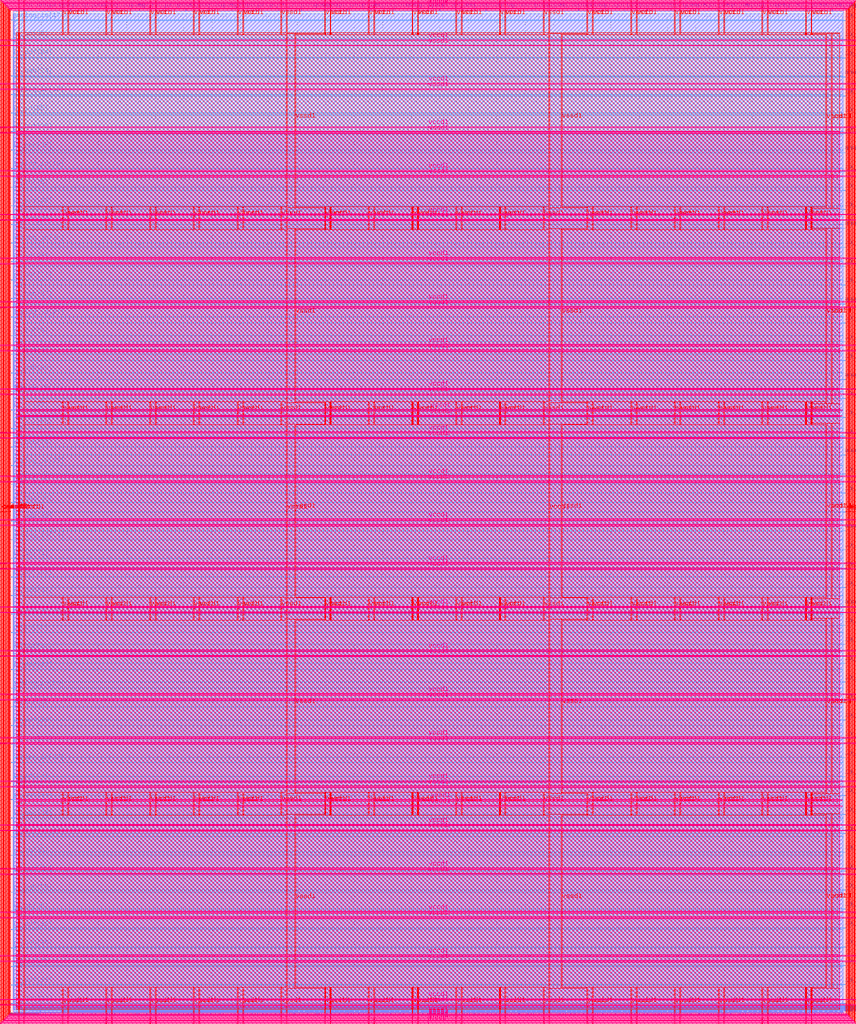
<source format=lef>
VERSION 5.7 ;
  NOWIREEXTENSIONATPIN ON ;
  DIVIDERCHAR "/" ;
  BUSBITCHARS "[]" ;
MACRO user_project_wrapper
  CLASS BLOCK ;
  FOREIGN user_project_wrapper ;
  ORIGIN 0.000 0.000 ;
  SIZE 2920.000 BY 3520.000 ;
  PIN analog_io[0]
    DIRECTION INOUT ;
    USE SIGNAL ;
    PORT
      LAYER met3 ;
        RECT 2917.600 1426.380 2924.800 1427.580 ;
    END
  END analog_io[0]
  PIN analog_io[10]
    DIRECTION INOUT ;
    USE SIGNAL ;
    PORT
      LAYER met2 ;
        RECT 2230.490 3517.600 2231.050 3524.800 ;
    END
  END analog_io[10]
  PIN analog_io[11]
    DIRECTION INOUT ;
    USE SIGNAL ;
    PORT
      LAYER met2 ;
        RECT 1905.730 3517.600 1906.290 3524.800 ;
    END
  END analog_io[11]
  PIN analog_io[12]
    DIRECTION INOUT ;
    USE SIGNAL ;
    PORT
      LAYER met2 ;
        RECT 1581.430 3517.600 1581.990 3524.800 ;
    END
  END analog_io[12]
  PIN analog_io[13]
    DIRECTION INOUT ;
    USE SIGNAL ;
    PORT
      LAYER met2 ;
        RECT 1257.130 3517.600 1257.690 3524.800 ;
    END
  END analog_io[13]
  PIN analog_io[14]
    DIRECTION INOUT ;
    USE SIGNAL ;
    PORT
      LAYER met2 ;
        RECT 932.370 3517.600 932.930 3524.800 ;
    END
  END analog_io[14]
  PIN analog_io[15]
    DIRECTION INOUT ;
    USE SIGNAL ;
    PORT
      LAYER met2 ;
        RECT 608.070 3517.600 608.630 3524.800 ;
    END
  END analog_io[15]
  PIN analog_io[16]
    DIRECTION INOUT ;
    USE SIGNAL ;
    PORT
      LAYER met2 ;
        RECT 283.770 3517.600 284.330 3524.800 ;
    END
  END analog_io[16]
  PIN analog_io[17]
    DIRECTION INOUT ;
    USE SIGNAL ;
    PORT
      LAYER met3 ;
        RECT -4.800 3486.100 2.400 3487.300 ;
    END
  END analog_io[17]
  PIN analog_io[18]
    DIRECTION INOUT ;
    USE SIGNAL ;
    PORT
      LAYER met3 ;
        RECT -4.800 3224.980 2.400 3226.180 ;
    END
  END analog_io[18]
  PIN analog_io[19]
    DIRECTION INOUT ;
    USE SIGNAL ;
    PORT
      LAYER met3 ;
        RECT -4.800 2964.540 2.400 2965.740 ;
    END
  END analog_io[19]
  PIN analog_io[1]
    DIRECTION INOUT ;
    USE SIGNAL ;
    PORT
      LAYER met3 ;
        RECT 2917.600 1692.260 2924.800 1693.460 ;
    END
  END analog_io[1]
  PIN analog_io[20]
    DIRECTION INOUT ;
    USE SIGNAL ;
    PORT
      LAYER met3 ;
        RECT -4.800 2703.420 2.400 2704.620 ;
    END
  END analog_io[20]
  PIN analog_io[21]
    DIRECTION INOUT ;
    USE SIGNAL ;
    PORT
      LAYER met3 ;
        RECT -4.800 2442.980 2.400 2444.180 ;
    END
  END analog_io[21]
  PIN analog_io[22]
    DIRECTION INOUT ;
    USE SIGNAL ;
    PORT
      LAYER met3 ;
        RECT -4.800 2182.540 2.400 2183.740 ;
    END
  END analog_io[22]
  PIN analog_io[23]
    DIRECTION INOUT ;
    USE SIGNAL ;
    PORT
      LAYER met3 ;
        RECT -4.800 1921.420 2.400 1922.620 ;
    END
  END analog_io[23]
  PIN analog_io[24]
    DIRECTION INOUT ;
    USE SIGNAL ;
    PORT
      LAYER met3 ;
        RECT -4.800 1660.980 2.400 1662.180 ;
    END
  END analog_io[24]
  PIN analog_io[25]
    DIRECTION INOUT ;
    USE SIGNAL ;
    PORT
      LAYER met3 ;
        RECT -4.800 1399.860 2.400 1401.060 ;
    END
  END analog_io[25]
  PIN analog_io[26]
    DIRECTION INOUT ;
    USE SIGNAL ;
    PORT
      LAYER met3 ;
        RECT -4.800 1139.420 2.400 1140.620 ;
    END
  END analog_io[26]
  PIN analog_io[27]
    DIRECTION INOUT ;
    USE SIGNAL ;
    PORT
      LAYER met3 ;
        RECT -4.800 878.980 2.400 880.180 ;
    END
  END analog_io[27]
  PIN analog_io[28]
    DIRECTION INOUT ;
    USE SIGNAL ;
    PORT
      LAYER met3 ;
        RECT -4.800 617.860 2.400 619.060 ;
    END
  END analog_io[28]
  PIN analog_io[2]
    DIRECTION INOUT ;
    USE SIGNAL ;
    PORT
      LAYER met3 ;
        RECT 2917.600 1958.140 2924.800 1959.340 ;
    END
  END analog_io[2]
  PIN analog_io[3]
    DIRECTION INOUT ;
    USE SIGNAL ;
    PORT
      LAYER met3 ;
        RECT 2917.600 2223.340 2924.800 2224.540 ;
    END
  END analog_io[3]
  PIN analog_io[4]
    DIRECTION INOUT ;
    USE SIGNAL ;
    PORT
      LAYER met3 ;
        RECT 2917.600 2489.220 2924.800 2490.420 ;
    END
  END analog_io[4]
  PIN analog_io[5]
    DIRECTION INOUT ;
    USE SIGNAL ;
    PORT
      LAYER met3 ;
        RECT 2917.600 2755.100 2924.800 2756.300 ;
    END
  END analog_io[5]
  PIN analog_io[6]
    DIRECTION INOUT ;
    USE SIGNAL ;
    PORT
      LAYER met3 ;
        RECT 2917.600 3020.300 2924.800 3021.500 ;
    END
  END analog_io[6]
  PIN analog_io[7]
    DIRECTION INOUT ;
    USE SIGNAL ;
    PORT
      LAYER met3 ;
        RECT 2917.600 3286.180 2924.800 3287.380 ;
    END
  END analog_io[7]
  PIN analog_io[8]
    DIRECTION INOUT ;
    USE SIGNAL ;
    PORT
      LAYER met2 ;
        RECT 2879.090 3517.600 2879.650 3524.800 ;
    END
  END analog_io[8]
  PIN analog_io[9]
    DIRECTION INOUT ;
    USE SIGNAL ;
    PORT
      LAYER met2 ;
        RECT 2554.790 3517.600 2555.350 3524.800 ;
    END
  END analog_io[9]
  PIN io_in[0]
    DIRECTION INPUT ;
    USE SIGNAL ;
    PORT
      LAYER met3 ;
        RECT 2917.600 32.380 2924.800 33.580 ;
    END
  END io_in[0]
  PIN io_in[10]
    DIRECTION INPUT ;
    USE SIGNAL ;
    PORT
      LAYER met3 ;
        RECT 2917.600 2289.980 2924.800 2291.180 ;
    END
  END io_in[10]
  PIN io_in[11]
    DIRECTION INPUT ;
    USE SIGNAL ;
    PORT
      LAYER met3 ;
        RECT 2917.600 2555.860 2924.800 2557.060 ;
    END
  END io_in[11]
  PIN io_in[12]
    DIRECTION INPUT ;
    USE SIGNAL ;
    PORT
      LAYER met3 ;
        RECT 2917.600 2821.060 2924.800 2822.260 ;
    END
  END io_in[12]
  PIN io_in[13]
    DIRECTION INPUT ;
    USE SIGNAL ;
    PORT
      LAYER met3 ;
        RECT 2917.600 3086.940 2924.800 3088.140 ;
    END
  END io_in[13]
  PIN io_in[14]
    DIRECTION INPUT ;
    USE SIGNAL ;
    PORT
      LAYER met3 ;
        RECT 2917.600 3352.820 2924.800 3354.020 ;
    END
  END io_in[14]
  PIN io_in[15]
    DIRECTION INPUT ;
    USE SIGNAL ;
    PORT
      LAYER met2 ;
        RECT 2798.130 3517.600 2798.690 3524.800 ;
    END
  END io_in[15]
  PIN io_in[16]
    DIRECTION INPUT ;
    USE SIGNAL ;
    PORT
      LAYER met2 ;
        RECT 2473.830 3517.600 2474.390 3524.800 ;
    END
  END io_in[16]
  PIN io_in[17]
    DIRECTION INPUT ;
    USE SIGNAL ;
    PORT
      LAYER met2 ;
        RECT 2149.070 3517.600 2149.630 3524.800 ;
    END
  END io_in[17]
  PIN io_in[18]
    DIRECTION INPUT ;
    USE SIGNAL ;
    PORT
      LAYER met2 ;
        RECT 1824.770 3517.600 1825.330 3524.800 ;
    END
  END io_in[18]
  PIN io_in[19]
    DIRECTION INPUT ;
    USE SIGNAL ;
    PORT
      LAYER met2 ;
        RECT 1500.470 3517.600 1501.030 3524.800 ;
    END
  END io_in[19]
  PIN io_in[1]
    DIRECTION INPUT ;
    USE SIGNAL ;
    PORT
      LAYER met3 ;
        RECT 2917.600 230.940 2924.800 232.140 ;
    END
  END io_in[1]
  PIN io_in[20]
    DIRECTION INPUT ;
    USE SIGNAL ;
    PORT
      LAYER met2 ;
        RECT 1175.710 3517.600 1176.270 3524.800 ;
    END
  END io_in[20]
  PIN io_in[21]
    DIRECTION INPUT ;
    USE SIGNAL ;
    PORT
      LAYER met2 ;
        RECT 851.410 3517.600 851.970 3524.800 ;
    END
  END io_in[21]
  PIN io_in[22]
    DIRECTION INPUT ;
    USE SIGNAL ;
    PORT
      LAYER met2 ;
        RECT 527.110 3517.600 527.670 3524.800 ;
    END
  END io_in[22]
  PIN io_in[23]
    DIRECTION INPUT ;
    USE SIGNAL ;
    PORT
      LAYER met2 ;
        RECT 202.350 3517.600 202.910 3524.800 ;
    END
  END io_in[23]
  PIN io_in[24]
    DIRECTION INPUT ;
    USE SIGNAL ;
    PORT
      LAYER met3 ;
        RECT -4.800 3420.820 2.400 3422.020 ;
    END
  END io_in[24]
  PIN io_in[25]
    DIRECTION INPUT ;
    USE SIGNAL ;
    PORT
      LAYER met3 ;
        RECT -4.800 3159.700 2.400 3160.900 ;
    END
  END io_in[25]
  PIN io_in[26]
    DIRECTION INPUT ;
    USE SIGNAL ;
    PORT
      LAYER met3 ;
        RECT -4.800 2899.260 2.400 2900.460 ;
    END
  END io_in[26]
  PIN io_in[27]
    DIRECTION INPUT ;
    USE SIGNAL ;
    PORT
      LAYER met3 ;
        RECT -4.800 2638.820 2.400 2640.020 ;
    END
  END io_in[27]
  PIN io_in[28]
    DIRECTION INPUT ;
    USE SIGNAL ;
    PORT
      LAYER met3 ;
        RECT -4.800 2377.700 2.400 2378.900 ;
    END
  END io_in[28]
  PIN io_in[29]
    DIRECTION INPUT ;
    USE SIGNAL ;
    PORT
      LAYER met3 ;
        RECT -4.800 2117.260 2.400 2118.460 ;
    END
  END io_in[29]
  PIN io_in[2]
    DIRECTION INPUT ;
    USE SIGNAL ;
    PORT
      LAYER met3 ;
        RECT 2917.600 430.180 2924.800 431.380 ;
    END
  END io_in[2]
  PIN io_in[30]
    DIRECTION INPUT ;
    USE SIGNAL ;
    PORT
      LAYER met3 ;
        RECT -4.800 1856.140 2.400 1857.340 ;
    END
  END io_in[30]
  PIN io_in[31]
    DIRECTION INPUT ;
    USE SIGNAL ;
    PORT
      LAYER met3 ;
        RECT -4.800 1595.700 2.400 1596.900 ;
    END
  END io_in[31]
  PIN io_in[32]
    DIRECTION INPUT ;
    USE SIGNAL ;
    PORT
      LAYER met3 ;
        RECT -4.800 1335.260 2.400 1336.460 ;
    END
  END io_in[32]
  PIN io_in[33]
    DIRECTION INPUT ;
    USE SIGNAL ;
    PORT
      LAYER met3 ;
        RECT -4.800 1074.140 2.400 1075.340 ;
    END
  END io_in[33]
  PIN io_in[34]
    DIRECTION INPUT ;
    USE SIGNAL ;
    PORT
      LAYER met3 ;
        RECT -4.800 813.700 2.400 814.900 ;
    END
  END io_in[34]
  PIN io_in[35]
    DIRECTION INPUT ;
    USE SIGNAL ;
    PORT
      LAYER met3 ;
        RECT -4.800 552.580 2.400 553.780 ;
    END
  END io_in[35]
  PIN io_in[36]
    DIRECTION INPUT ;
    USE SIGNAL ;
    PORT
      LAYER met3 ;
        RECT -4.800 357.420 2.400 358.620 ;
    END
  END io_in[36]
  PIN io_in[37]
    DIRECTION INPUT ;
    USE SIGNAL ;
    PORT
      LAYER met3 ;
        RECT -4.800 161.580 2.400 162.780 ;
    END
  END io_in[37]
  PIN io_in[3]
    DIRECTION INPUT ;
    USE SIGNAL ;
    PORT
      LAYER met3 ;
        RECT 2917.600 629.420 2924.800 630.620 ;
    END
  END io_in[3]
  PIN io_in[4]
    DIRECTION INPUT ;
    USE SIGNAL ;
    PORT
      LAYER met3 ;
        RECT 2917.600 828.660 2924.800 829.860 ;
    END
  END io_in[4]
  PIN io_in[5]
    DIRECTION INPUT ;
    USE SIGNAL ;
    PORT
      LAYER met3 ;
        RECT 2917.600 1027.900 2924.800 1029.100 ;
    END
  END io_in[5]
  PIN io_in[6]
    DIRECTION INPUT ;
    USE SIGNAL ;
    PORT
      LAYER met3 ;
        RECT 2917.600 1227.140 2924.800 1228.340 ;
    END
  END io_in[6]
  PIN io_in[7]
    DIRECTION INPUT ;
    USE SIGNAL ;
    PORT
      LAYER met3 ;
        RECT 2917.600 1493.020 2924.800 1494.220 ;
    END
  END io_in[7]
  PIN io_in[8]
    DIRECTION INPUT ;
    USE SIGNAL ;
    PORT
      LAYER met3 ;
        RECT 2917.600 1758.900 2924.800 1760.100 ;
    END
  END io_in[8]
  PIN io_in[9]
    DIRECTION INPUT ;
    USE SIGNAL ;
    PORT
      LAYER met3 ;
        RECT 2917.600 2024.100 2924.800 2025.300 ;
    END
  END io_in[9]
  PIN io_oeb[0]
    DIRECTION OUTPUT TRISTATE ;
    USE SIGNAL ;
    PORT
      LAYER met3 ;
        RECT 2917.600 164.980 2924.800 166.180 ;
    END
  END io_oeb[0]
  PIN io_oeb[10]
    DIRECTION OUTPUT TRISTATE ;
    USE SIGNAL ;
    PORT
      LAYER met3 ;
        RECT 2917.600 2422.580 2924.800 2423.780 ;
    END
  END io_oeb[10]
  PIN io_oeb[11]
    DIRECTION OUTPUT TRISTATE ;
    USE SIGNAL ;
    PORT
      LAYER met3 ;
        RECT 2917.600 2688.460 2924.800 2689.660 ;
    END
  END io_oeb[11]
  PIN io_oeb[12]
    DIRECTION OUTPUT TRISTATE ;
    USE SIGNAL ;
    PORT
      LAYER met3 ;
        RECT 2917.600 2954.340 2924.800 2955.540 ;
    END
  END io_oeb[12]
  PIN io_oeb[13]
    DIRECTION OUTPUT TRISTATE ;
    USE SIGNAL ;
    PORT
      LAYER met3 ;
        RECT 2917.600 3219.540 2924.800 3220.740 ;
    END
  END io_oeb[13]
  PIN io_oeb[14]
    DIRECTION OUTPUT TRISTATE ;
    USE SIGNAL ;
    PORT
      LAYER met3 ;
        RECT 2917.600 3485.420 2924.800 3486.620 ;
    END
  END io_oeb[14]
  PIN io_oeb[15]
    DIRECTION OUTPUT TRISTATE ;
    USE SIGNAL ;
    PORT
      LAYER met2 ;
        RECT 2635.750 3517.600 2636.310 3524.800 ;
    END
  END io_oeb[15]
  PIN io_oeb[16]
    DIRECTION OUTPUT TRISTATE ;
    USE SIGNAL ;
    PORT
      LAYER met2 ;
        RECT 2311.450 3517.600 2312.010 3524.800 ;
    END
  END io_oeb[16]
  PIN io_oeb[17]
    DIRECTION OUTPUT TRISTATE ;
    USE SIGNAL ;
    PORT
      LAYER met2 ;
        RECT 1987.150 3517.600 1987.710 3524.800 ;
    END
  END io_oeb[17]
  PIN io_oeb[18]
    DIRECTION OUTPUT TRISTATE ;
    USE SIGNAL ;
    PORT
      LAYER met2 ;
        RECT 1662.390 3517.600 1662.950 3524.800 ;
    END
  END io_oeb[18]
  PIN io_oeb[19]
    DIRECTION OUTPUT TRISTATE ;
    USE SIGNAL ;
    PORT
      LAYER met2 ;
        RECT 1338.090 3517.600 1338.650 3524.800 ;
    END
  END io_oeb[19]
  PIN io_oeb[1]
    DIRECTION OUTPUT TRISTATE ;
    USE SIGNAL ;
    PORT
      LAYER met3 ;
        RECT 2917.600 364.220 2924.800 365.420 ;
    END
  END io_oeb[1]
  PIN io_oeb[20]
    DIRECTION OUTPUT TRISTATE ;
    USE SIGNAL ;
    PORT
      LAYER met2 ;
        RECT 1013.790 3517.600 1014.350 3524.800 ;
    END
  END io_oeb[20]
  PIN io_oeb[21]
    DIRECTION OUTPUT TRISTATE ;
    USE SIGNAL ;
    PORT
      LAYER met2 ;
        RECT 689.030 3517.600 689.590 3524.800 ;
    END
  END io_oeb[21]
  PIN io_oeb[22]
    DIRECTION OUTPUT TRISTATE ;
    USE SIGNAL ;
    PORT
      LAYER met2 ;
        RECT 364.730 3517.600 365.290 3524.800 ;
    END
  END io_oeb[22]
  PIN io_oeb[23]
    DIRECTION OUTPUT TRISTATE ;
    USE SIGNAL ;
    PORT
      LAYER met2 ;
        RECT 40.430 3517.600 40.990 3524.800 ;
    END
  END io_oeb[23]
  PIN io_oeb[24]
    DIRECTION OUTPUT TRISTATE ;
    USE SIGNAL ;
    PORT
      LAYER met3 ;
        RECT -4.800 3290.260 2.400 3291.460 ;
    END
  END io_oeb[24]
  PIN io_oeb[25]
    DIRECTION OUTPUT TRISTATE ;
    USE SIGNAL ;
    PORT
      LAYER met3 ;
        RECT -4.800 3029.820 2.400 3031.020 ;
    END
  END io_oeb[25]
  PIN io_oeb[26]
    DIRECTION OUTPUT TRISTATE ;
    USE SIGNAL ;
    PORT
      LAYER met3 ;
        RECT -4.800 2768.700 2.400 2769.900 ;
    END
  END io_oeb[26]
  PIN io_oeb[27]
    DIRECTION OUTPUT TRISTATE ;
    USE SIGNAL ;
    PORT
      LAYER met3 ;
        RECT -4.800 2508.260 2.400 2509.460 ;
    END
  END io_oeb[27]
  PIN io_oeb[28]
    DIRECTION OUTPUT TRISTATE ;
    USE SIGNAL ;
    PORT
      LAYER met3 ;
        RECT -4.800 2247.140 2.400 2248.340 ;
    END
  END io_oeb[28]
  PIN io_oeb[29]
    DIRECTION OUTPUT TRISTATE ;
    USE SIGNAL ;
    PORT
      LAYER met3 ;
        RECT -4.800 1986.700 2.400 1987.900 ;
    END
  END io_oeb[29]
  PIN io_oeb[2]
    DIRECTION OUTPUT TRISTATE ;
    USE SIGNAL ;
    PORT
      LAYER met3 ;
        RECT 2917.600 563.460 2924.800 564.660 ;
    END
  END io_oeb[2]
  PIN io_oeb[30]
    DIRECTION OUTPUT TRISTATE ;
    USE SIGNAL ;
    PORT
      LAYER met3 ;
        RECT -4.800 1726.260 2.400 1727.460 ;
    END
  END io_oeb[30]
  PIN io_oeb[31]
    DIRECTION OUTPUT TRISTATE ;
    USE SIGNAL ;
    PORT
      LAYER met3 ;
        RECT -4.800 1465.140 2.400 1466.340 ;
    END
  END io_oeb[31]
  PIN io_oeb[32]
    DIRECTION OUTPUT TRISTATE ;
    USE SIGNAL ;
    PORT
      LAYER met3 ;
        RECT -4.800 1204.700 2.400 1205.900 ;
    END
  END io_oeb[32]
  PIN io_oeb[33]
    DIRECTION OUTPUT TRISTATE ;
    USE SIGNAL ;
    PORT
      LAYER met3 ;
        RECT -4.800 943.580 2.400 944.780 ;
    END
  END io_oeb[33]
  PIN io_oeb[34]
    DIRECTION OUTPUT TRISTATE ;
    USE SIGNAL ;
    PORT
      LAYER met3 ;
        RECT -4.800 683.140 2.400 684.340 ;
    END
  END io_oeb[34]
  PIN io_oeb[35]
    DIRECTION OUTPUT TRISTATE ;
    USE SIGNAL ;
    PORT
      LAYER met3 ;
        RECT -4.800 422.700 2.400 423.900 ;
    END
  END io_oeb[35]
  PIN io_oeb[36]
    DIRECTION OUTPUT TRISTATE ;
    USE SIGNAL ;
    PORT
      LAYER met3 ;
        RECT -4.800 226.860 2.400 228.060 ;
    END
  END io_oeb[36]
  PIN io_oeb[37]
    DIRECTION OUTPUT TRISTATE ;
    USE SIGNAL ;
    PORT
      LAYER met3 ;
        RECT -4.800 31.700 2.400 32.900 ;
    END
  END io_oeb[37]
  PIN io_oeb[3]
    DIRECTION OUTPUT TRISTATE ;
    USE SIGNAL ;
    PORT
      LAYER met3 ;
        RECT 2917.600 762.700 2924.800 763.900 ;
    END
  END io_oeb[3]
  PIN io_oeb[4]
    DIRECTION OUTPUT TRISTATE ;
    USE SIGNAL ;
    PORT
      LAYER met3 ;
        RECT 2917.600 961.940 2924.800 963.140 ;
    END
  END io_oeb[4]
  PIN io_oeb[5]
    DIRECTION OUTPUT TRISTATE ;
    USE SIGNAL ;
    PORT
      LAYER met3 ;
        RECT 2917.600 1161.180 2924.800 1162.380 ;
    END
  END io_oeb[5]
  PIN io_oeb[6]
    DIRECTION OUTPUT TRISTATE ;
    USE SIGNAL ;
    PORT
      LAYER met3 ;
        RECT 2917.600 1360.420 2924.800 1361.620 ;
    END
  END io_oeb[6]
  PIN io_oeb[7]
    DIRECTION OUTPUT TRISTATE ;
    USE SIGNAL ;
    PORT
      LAYER met3 ;
        RECT 2917.600 1625.620 2924.800 1626.820 ;
    END
  END io_oeb[7]
  PIN io_oeb[8]
    DIRECTION OUTPUT TRISTATE ;
    USE SIGNAL ;
    PORT
      LAYER met3 ;
        RECT 2917.600 1891.500 2924.800 1892.700 ;
    END
  END io_oeb[8]
  PIN io_oeb[9]
    DIRECTION OUTPUT TRISTATE ;
    USE SIGNAL ;
    PORT
      LAYER met3 ;
        RECT 2917.600 2157.380 2924.800 2158.580 ;
    END
  END io_oeb[9]
  PIN io_out[0]
    DIRECTION OUTPUT TRISTATE ;
    USE SIGNAL ;
    PORT
      LAYER met3 ;
        RECT 2917.600 98.340 2924.800 99.540 ;
    END
  END io_out[0]
  PIN io_out[10]
    DIRECTION OUTPUT TRISTATE ;
    USE SIGNAL ;
    PORT
      LAYER met3 ;
        RECT 2917.600 2356.620 2924.800 2357.820 ;
    END
  END io_out[10]
  PIN io_out[11]
    DIRECTION OUTPUT TRISTATE ;
    USE SIGNAL ;
    PORT
      LAYER met3 ;
        RECT 2917.600 2621.820 2924.800 2623.020 ;
    END
  END io_out[11]
  PIN io_out[12]
    DIRECTION OUTPUT TRISTATE ;
    USE SIGNAL ;
    PORT
      LAYER met3 ;
        RECT 2917.600 2887.700 2924.800 2888.900 ;
    END
  END io_out[12]
  PIN io_out[13]
    DIRECTION OUTPUT TRISTATE ;
    USE SIGNAL ;
    PORT
      LAYER met3 ;
        RECT 2917.600 3153.580 2924.800 3154.780 ;
    END
  END io_out[13]
  PIN io_out[14]
    DIRECTION OUTPUT TRISTATE ;
    USE SIGNAL ;
    PORT
      LAYER met3 ;
        RECT 2917.600 3418.780 2924.800 3419.980 ;
    END
  END io_out[14]
  PIN io_out[15]
    DIRECTION OUTPUT TRISTATE ;
    USE SIGNAL ;
    PORT
      LAYER met2 ;
        RECT 2717.170 3517.600 2717.730 3524.800 ;
    END
  END io_out[15]
  PIN io_out[16]
    DIRECTION OUTPUT TRISTATE ;
    USE SIGNAL ;
    PORT
      LAYER met2 ;
        RECT 2392.410 3517.600 2392.970 3524.800 ;
    END
  END io_out[16]
  PIN io_out[17]
    DIRECTION OUTPUT TRISTATE ;
    USE SIGNAL ;
    PORT
      LAYER met2 ;
        RECT 2068.110 3517.600 2068.670 3524.800 ;
    END
  END io_out[17]
  PIN io_out[18]
    DIRECTION OUTPUT TRISTATE ;
    USE SIGNAL ;
    PORT
      LAYER met2 ;
        RECT 1743.810 3517.600 1744.370 3524.800 ;
    END
  END io_out[18]
  PIN io_out[19]
    DIRECTION OUTPUT TRISTATE ;
    USE SIGNAL ;
    PORT
      LAYER met2 ;
        RECT 1419.050 3517.600 1419.610 3524.800 ;
    END
  END io_out[19]
  PIN io_out[1]
    DIRECTION OUTPUT TRISTATE ;
    USE SIGNAL ;
    PORT
      LAYER met3 ;
        RECT 2917.600 297.580 2924.800 298.780 ;
    END
  END io_out[1]
  PIN io_out[20]
    DIRECTION OUTPUT TRISTATE ;
    USE SIGNAL ;
    PORT
      LAYER met2 ;
        RECT 1094.750 3517.600 1095.310 3524.800 ;
    END
  END io_out[20]
  PIN io_out[21]
    DIRECTION OUTPUT TRISTATE ;
    USE SIGNAL ;
    PORT
      LAYER met2 ;
        RECT 770.450 3517.600 771.010 3524.800 ;
    END
  END io_out[21]
  PIN io_out[22]
    DIRECTION OUTPUT TRISTATE ;
    USE SIGNAL ;
    PORT
      LAYER met2 ;
        RECT 445.690 3517.600 446.250 3524.800 ;
    END
  END io_out[22]
  PIN io_out[23]
    DIRECTION OUTPUT TRISTATE ;
    USE SIGNAL ;
    PORT
      LAYER met2 ;
        RECT 121.390 3517.600 121.950 3524.800 ;
    END
  END io_out[23]
  PIN io_out[24]
    DIRECTION OUTPUT TRISTATE ;
    USE SIGNAL ;
    PORT
      LAYER met3 ;
        RECT -4.800 3355.540 2.400 3356.740 ;
    END
  END io_out[24]
  PIN io_out[25]
    DIRECTION OUTPUT TRISTATE ;
    USE SIGNAL ;
    PORT
      LAYER met3 ;
        RECT -4.800 3095.100 2.400 3096.300 ;
    END
  END io_out[25]
  PIN io_out[26]
    DIRECTION OUTPUT TRISTATE ;
    USE SIGNAL ;
    PORT
      LAYER met3 ;
        RECT -4.800 2833.980 2.400 2835.180 ;
    END
  END io_out[26]
  PIN io_out[27]
    DIRECTION OUTPUT TRISTATE ;
    USE SIGNAL ;
    PORT
      LAYER met3 ;
        RECT -4.800 2573.540 2.400 2574.740 ;
    END
  END io_out[27]
  PIN io_out[28]
    DIRECTION OUTPUT TRISTATE ;
    USE SIGNAL ;
    PORT
      LAYER met3 ;
        RECT -4.800 2312.420 2.400 2313.620 ;
    END
  END io_out[28]
  PIN io_out[29]
    DIRECTION OUTPUT TRISTATE ;
    USE SIGNAL ;
    PORT
      LAYER met3 ;
        RECT -4.800 2051.980 2.400 2053.180 ;
    END
  END io_out[29]
  PIN io_out[2]
    DIRECTION OUTPUT TRISTATE ;
    USE SIGNAL ;
    PORT
      LAYER met3 ;
        RECT 2917.600 496.820 2924.800 498.020 ;
    END
  END io_out[2]
  PIN io_out[30]
    DIRECTION OUTPUT TRISTATE ;
    USE SIGNAL ;
    PORT
      LAYER met3 ;
        RECT -4.800 1791.540 2.400 1792.740 ;
    END
  END io_out[30]
  PIN io_out[31]
    DIRECTION OUTPUT TRISTATE ;
    USE SIGNAL ;
    PORT
      LAYER met3 ;
        RECT -4.800 1530.420 2.400 1531.620 ;
    END
  END io_out[31]
  PIN io_out[32]
    DIRECTION OUTPUT TRISTATE ;
    USE SIGNAL ;
    PORT
      LAYER met3 ;
        RECT -4.800 1269.980 2.400 1271.180 ;
    END
  END io_out[32]
  PIN io_out[33]
    DIRECTION OUTPUT TRISTATE ;
    USE SIGNAL ;
    PORT
      LAYER met3 ;
        RECT -4.800 1008.860 2.400 1010.060 ;
    END
  END io_out[33]
  PIN io_out[34]
    DIRECTION OUTPUT TRISTATE ;
    USE SIGNAL ;
    PORT
      LAYER met3 ;
        RECT -4.800 748.420 2.400 749.620 ;
    END
  END io_out[34]
  PIN io_out[35]
    DIRECTION OUTPUT TRISTATE ;
    USE SIGNAL ;
    PORT
      LAYER met3 ;
        RECT -4.800 487.300 2.400 488.500 ;
    END
  END io_out[35]
  PIN io_out[36]
    DIRECTION OUTPUT TRISTATE ;
    USE SIGNAL ;
    PORT
      LAYER met3 ;
        RECT -4.800 292.140 2.400 293.340 ;
    END
  END io_out[36]
  PIN io_out[37]
    DIRECTION OUTPUT TRISTATE ;
    USE SIGNAL ;
    PORT
      LAYER met3 ;
        RECT -4.800 96.300 2.400 97.500 ;
    END
  END io_out[37]
  PIN io_out[3]
    DIRECTION OUTPUT TRISTATE ;
    USE SIGNAL ;
    PORT
      LAYER met3 ;
        RECT 2917.600 696.060 2924.800 697.260 ;
    END
  END io_out[3]
  PIN io_out[4]
    DIRECTION OUTPUT TRISTATE ;
    USE SIGNAL ;
    PORT
      LAYER met3 ;
        RECT 2917.600 895.300 2924.800 896.500 ;
    END
  END io_out[4]
  PIN io_out[5]
    DIRECTION OUTPUT TRISTATE ;
    USE SIGNAL ;
    PORT
      LAYER met3 ;
        RECT 2917.600 1094.540 2924.800 1095.740 ;
    END
  END io_out[5]
  PIN io_out[6]
    DIRECTION OUTPUT TRISTATE ;
    USE SIGNAL ;
    PORT
      LAYER met3 ;
        RECT 2917.600 1293.780 2924.800 1294.980 ;
    END
  END io_out[6]
  PIN io_out[7]
    DIRECTION OUTPUT TRISTATE ;
    USE SIGNAL ;
    PORT
      LAYER met3 ;
        RECT 2917.600 1559.660 2924.800 1560.860 ;
    END
  END io_out[7]
  PIN io_out[8]
    DIRECTION OUTPUT TRISTATE ;
    USE SIGNAL ;
    PORT
      LAYER met3 ;
        RECT 2917.600 1824.860 2924.800 1826.060 ;
    END
  END io_out[8]
  PIN io_out[9]
    DIRECTION OUTPUT TRISTATE ;
    USE SIGNAL ;
    PORT
      LAYER met3 ;
        RECT 2917.600 2090.740 2924.800 2091.940 ;
    END
  END io_out[9]
  PIN la_data_in[0]
    DIRECTION INPUT ;
    USE SIGNAL ;
    PORT
      LAYER met2 ;
        RECT 629.230 -4.800 629.790 2.400 ;
    END
  END la_data_in[0]
  PIN la_data_in[100]
    DIRECTION INPUT ;
    USE SIGNAL ;
    PORT
      LAYER met2 ;
        RECT 2402.530 -4.800 2403.090 2.400 ;
    END
  END la_data_in[100]
  PIN la_data_in[101]
    DIRECTION INPUT ;
    USE SIGNAL ;
    PORT
      LAYER met2 ;
        RECT 2420.010 -4.800 2420.570 2.400 ;
    END
  END la_data_in[101]
  PIN la_data_in[102]
    DIRECTION INPUT ;
    USE SIGNAL ;
    PORT
      LAYER met2 ;
        RECT 2437.950 -4.800 2438.510 2.400 ;
    END
  END la_data_in[102]
  PIN la_data_in[103]
    DIRECTION INPUT ;
    USE SIGNAL ;
    PORT
      LAYER met2 ;
        RECT 2455.430 -4.800 2455.990 2.400 ;
    END
  END la_data_in[103]
  PIN la_data_in[104]
    DIRECTION INPUT ;
    USE SIGNAL ;
    PORT
      LAYER met2 ;
        RECT 2473.370 -4.800 2473.930 2.400 ;
    END
  END la_data_in[104]
  PIN la_data_in[105]
    DIRECTION INPUT ;
    USE SIGNAL ;
    PORT
      LAYER met2 ;
        RECT 2490.850 -4.800 2491.410 2.400 ;
    END
  END la_data_in[105]
  PIN la_data_in[106]
    DIRECTION INPUT ;
    USE SIGNAL ;
    PORT
      LAYER met2 ;
        RECT 2508.790 -4.800 2509.350 2.400 ;
    END
  END la_data_in[106]
  PIN la_data_in[107]
    DIRECTION INPUT ;
    USE SIGNAL ;
    PORT
      LAYER met2 ;
        RECT 2526.730 -4.800 2527.290 2.400 ;
    END
  END la_data_in[107]
  PIN la_data_in[108]
    DIRECTION INPUT ;
    USE SIGNAL ;
    PORT
      LAYER met2 ;
        RECT 2544.210 -4.800 2544.770 2.400 ;
    END
  END la_data_in[108]
  PIN la_data_in[109]
    DIRECTION INPUT ;
    USE SIGNAL ;
    PORT
      LAYER met2 ;
        RECT 2562.150 -4.800 2562.710 2.400 ;
    END
  END la_data_in[109]
  PIN la_data_in[10]
    DIRECTION INPUT ;
    USE SIGNAL ;
    PORT
      LAYER met2 ;
        RECT 806.330 -4.800 806.890 2.400 ;
    END
  END la_data_in[10]
  PIN la_data_in[110]
    DIRECTION INPUT ;
    USE SIGNAL ;
    PORT
      LAYER met2 ;
        RECT 2579.630 -4.800 2580.190 2.400 ;
    END
  END la_data_in[110]
  PIN la_data_in[111]
    DIRECTION INPUT ;
    USE SIGNAL ;
    PORT
      LAYER met2 ;
        RECT 2597.570 -4.800 2598.130 2.400 ;
    END
  END la_data_in[111]
  PIN la_data_in[112]
    DIRECTION INPUT ;
    USE SIGNAL ;
    PORT
      LAYER met2 ;
        RECT 2615.050 -4.800 2615.610 2.400 ;
    END
  END la_data_in[112]
  PIN la_data_in[113]
    DIRECTION INPUT ;
    USE SIGNAL ;
    PORT
      LAYER met2 ;
        RECT 2632.990 -4.800 2633.550 2.400 ;
    END
  END la_data_in[113]
  PIN la_data_in[114]
    DIRECTION INPUT ;
    USE SIGNAL ;
    PORT
      LAYER met2 ;
        RECT 2650.470 -4.800 2651.030 2.400 ;
    END
  END la_data_in[114]
  PIN la_data_in[115]
    DIRECTION INPUT ;
    USE SIGNAL ;
    PORT
      LAYER met2 ;
        RECT 2668.410 -4.800 2668.970 2.400 ;
    END
  END la_data_in[115]
  PIN la_data_in[116]
    DIRECTION INPUT ;
    USE SIGNAL ;
    PORT
      LAYER met2 ;
        RECT 2685.890 -4.800 2686.450 2.400 ;
    END
  END la_data_in[116]
  PIN la_data_in[117]
    DIRECTION INPUT ;
    USE SIGNAL ;
    PORT
      LAYER met2 ;
        RECT 2703.830 -4.800 2704.390 2.400 ;
    END
  END la_data_in[117]
  PIN la_data_in[118]
    DIRECTION INPUT ;
    USE SIGNAL ;
    PORT
      LAYER met2 ;
        RECT 2721.770 -4.800 2722.330 2.400 ;
    END
  END la_data_in[118]
  PIN la_data_in[119]
    DIRECTION INPUT ;
    USE SIGNAL ;
    PORT
      LAYER met2 ;
        RECT 2739.250 -4.800 2739.810 2.400 ;
    END
  END la_data_in[119]
  PIN la_data_in[11]
    DIRECTION INPUT ;
    USE SIGNAL ;
    PORT
      LAYER met2 ;
        RECT 824.270 -4.800 824.830 2.400 ;
    END
  END la_data_in[11]
  PIN la_data_in[120]
    DIRECTION INPUT ;
    USE SIGNAL ;
    PORT
      LAYER met2 ;
        RECT 2757.190 -4.800 2757.750 2.400 ;
    END
  END la_data_in[120]
  PIN la_data_in[121]
    DIRECTION INPUT ;
    USE SIGNAL ;
    PORT
      LAYER met2 ;
        RECT 2774.670 -4.800 2775.230 2.400 ;
    END
  END la_data_in[121]
  PIN la_data_in[122]
    DIRECTION INPUT ;
    USE SIGNAL ;
    PORT
      LAYER met2 ;
        RECT 2792.610 -4.800 2793.170 2.400 ;
    END
  END la_data_in[122]
  PIN la_data_in[123]
    DIRECTION INPUT ;
    USE SIGNAL ;
    PORT
      LAYER met2 ;
        RECT 2810.090 -4.800 2810.650 2.400 ;
    END
  END la_data_in[123]
  PIN la_data_in[124]
    DIRECTION INPUT ;
    USE SIGNAL ;
    PORT
      LAYER met2 ;
        RECT 2828.030 -4.800 2828.590 2.400 ;
    END
  END la_data_in[124]
  PIN la_data_in[125]
    DIRECTION INPUT ;
    USE SIGNAL ;
    PORT
      LAYER met2 ;
        RECT 2845.510 -4.800 2846.070 2.400 ;
    END
  END la_data_in[125]
  PIN la_data_in[126]
    DIRECTION INPUT ;
    USE SIGNAL ;
    PORT
      LAYER met2 ;
        RECT 2863.450 -4.800 2864.010 2.400 ;
    END
  END la_data_in[126]
  PIN la_data_in[127]
    DIRECTION INPUT ;
    USE SIGNAL ;
    PORT
      LAYER met2 ;
        RECT 2881.390 -4.800 2881.950 2.400 ;
    END
  END la_data_in[127]
  PIN la_data_in[12]
    DIRECTION INPUT ;
    USE SIGNAL ;
    PORT
      LAYER met2 ;
        RECT 841.750 -4.800 842.310 2.400 ;
    END
  END la_data_in[12]
  PIN la_data_in[13]
    DIRECTION INPUT ;
    USE SIGNAL ;
    PORT
      LAYER met2 ;
        RECT 859.690 -4.800 860.250 2.400 ;
    END
  END la_data_in[13]
  PIN la_data_in[14]
    DIRECTION INPUT ;
    USE SIGNAL ;
    PORT
      LAYER met2 ;
        RECT 877.170 -4.800 877.730 2.400 ;
    END
  END la_data_in[14]
  PIN la_data_in[15]
    DIRECTION INPUT ;
    USE SIGNAL ;
    PORT
      LAYER met2 ;
        RECT 895.110 -4.800 895.670 2.400 ;
    END
  END la_data_in[15]
  PIN la_data_in[16]
    DIRECTION INPUT ;
    USE SIGNAL ;
    PORT
      LAYER met2 ;
        RECT 912.590 -4.800 913.150 2.400 ;
    END
  END la_data_in[16]
  PIN la_data_in[17]
    DIRECTION INPUT ;
    USE SIGNAL ;
    PORT
      LAYER met2 ;
        RECT 930.530 -4.800 931.090 2.400 ;
    END
  END la_data_in[17]
  PIN la_data_in[18]
    DIRECTION INPUT ;
    USE SIGNAL ;
    PORT
      LAYER met2 ;
        RECT 948.470 -4.800 949.030 2.400 ;
    END
  END la_data_in[18]
  PIN la_data_in[19]
    DIRECTION INPUT ;
    USE SIGNAL ;
    PORT
      LAYER met2 ;
        RECT 965.950 -4.800 966.510 2.400 ;
    END
  END la_data_in[19]
  PIN la_data_in[1]
    DIRECTION INPUT ;
    USE SIGNAL ;
    PORT
      LAYER met2 ;
        RECT 646.710 -4.800 647.270 2.400 ;
    END
  END la_data_in[1]
  PIN la_data_in[20]
    DIRECTION INPUT ;
    USE SIGNAL ;
    PORT
      LAYER met2 ;
        RECT 983.890 -4.800 984.450 2.400 ;
    END
  END la_data_in[20]
  PIN la_data_in[21]
    DIRECTION INPUT ;
    USE SIGNAL ;
    PORT
      LAYER met2 ;
        RECT 1001.370 -4.800 1001.930 2.400 ;
    END
  END la_data_in[21]
  PIN la_data_in[22]
    DIRECTION INPUT ;
    USE SIGNAL ;
    PORT
      LAYER met2 ;
        RECT 1019.310 -4.800 1019.870 2.400 ;
    END
  END la_data_in[22]
  PIN la_data_in[23]
    DIRECTION INPUT ;
    USE SIGNAL ;
    PORT
      LAYER met2 ;
        RECT 1036.790 -4.800 1037.350 2.400 ;
    END
  END la_data_in[23]
  PIN la_data_in[24]
    DIRECTION INPUT ;
    USE SIGNAL ;
    PORT
      LAYER met2 ;
        RECT 1054.730 -4.800 1055.290 2.400 ;
    END
  END la_data_in[24]
  PIN la_data_in[25]
    DIRECTION INPUT ;
    USE SIGNAL ;
    PORT
      LAYER met2 ;
        RECT 1072.210 -4.800 1072.770 2.400 ;
    END
  END la_data_in[25]
  PIN la_data_in[26]
    DIRECTION INPUT ;
    USE SIGNAL ;
    PORT
      LAYER met2 ;
        RECT 1090.150 -4.800 1090.710 2.400 ;
    END
  END la_data_in[26]
  PIN la_data_in[27]
    DIRECTION INPUT ;
    USE SIGNAL ;
    PORT
      LAYER met2 ;
        RECT 1107.630 -4.800 1108.190 2.400 ;
    END
  END la_data_in[27]
  PIN la_data_in[28]
    DIRECTION INPUT ;
    USE SIGNAL ;
    PORT
      LAYER met2 ;
        RECT 1125.570 -4.800 1126.130 2.400 ;
    END
  END la_data_in[28]
  PIN la_data_in[29]
    DIRECTION INPUT ;
    USE SIGNAL ;
    PORT
      LAYER met2 ;
        RECT 1143.510 -4.800 1144.070 2.400 ;
    END
  END la_data_in[29]
  PIN la_data_in[2]
    DIRECTION INPUT ;
    USE SIGNAL ;
    PORT
      LAYER met2 ;
        RECT 664.650 -4.800 665.210 2.400 ;
    END
  END la_data_in[2]
  PIN la_data_in[30]
    DIRECTION INPUT ;
    USE SIGNAL ;
    PORT
      LAYER met2 ;
        RECT 1160.990 -4.800 1161.550 2.400 ;
    END
  END la_data_in[30]
  PIN la_data_in[31]
    DIRECTION INPUT ;
    USE SIGNAL ;
    PORT
      LAYER met2 ;
        RECT 1178.930 -4.800 1179.490 2.400 ;
    END
  END la_data_in[31]
  PIN la_data_in[32]
    DIRECTION INPUT ;
    USE SIGNAL ;
    PORT
      LAYER met2 ;
        RECT 1196.410 -4.800 1196.970 2.400 ;
    END
  END la_data_in[32]
  PIN la_data_in[33]
    DIRECTION INPUT ;
    USE SIGNAL ;
    PORT
      LAYER met2 ;
        RECT 1214.350 -4.800 1214.910 2.400 ;
    END
  END la_data_in[33]
  PIN la_data_in[34]
    DIRECTION INPUT ;
    USE SIGNAL ;
    PORT
      LAYER met2 ;
        RECT 1231.830 -4.800 1232.390 2.400 ;
    END
  END la_data_in[34]
  PIN la_data_in[35]
    DIRECTION INPUT ;
    USE SIGNAL ;
    PORT
      LAYER met2 ;
        RECT 1249.770 -4.800 1250.330 2.400 ;
    END
  END la_data_in[35]
  PIN la_data_in[36]
    DIRECTION INPUT ;
    USE SIGNAL ;
    PORT
      LAYER met2 ;
        RECT 1267.250 -4.800 1267.810 2.400 ;
    END
  END la_data_in[36]
  PIN la_data_in[37]
    DIRECTION INPUT ;
    USE SIGNAL ;
    PORT
      LAYER met2 ;
        RECT 1285.190 -4.800 1285.750 2.400 ;
    END
  END la_data_in[37]
  PIN la_data_in[38]
    DIRECTION INPUT ;
    USE SIGNAL ;
    PORT
      LAYER met2 ;
        RECT 1303.130 -4.800 1303.690 2.400 ;
    END
  END la_data_in[38]
  PIN la_data_in[39]
    DIRECTION INPUT ;
    USE SIGNAL ;
    PORT
      LAYER met2 ;
        RECT 1320.610 -4.800 1321.170 2.400 ;
    END
  END la_data_in[39]
  PIN la_data_in[3]
    DIRECTION INPUT ;
    USE SIGNAL ;
    PORT
      LAYER met2 ;
        RECT 682.130 -4.800 682.690 2.400 ;
    END
  END la_data_in[3]
  PIN la_data_in[40]
    DIRECTION INPUT ;
    USE SIGNAL ;
    PORT
      LAYER met2 ;
        RECT 1338.550 -4.800 1339.110 2.400 ;
    END
  END la_data_in[40]
  PIN la_data_in[41]
    DIRECTION INPUT ;
    USE SIGNAL ;
    PORT
      LAYER met2 ;
        RECT 1356.030 -4.800 1356.590 2.400 ;
    END
  END la_data_in[41]
  PIN la_data_in[42]
    DIRECTION INPUT ;
    USE SIGNAL ;
    PORT
      LAYER met2 ;
        RECT 1373.970 -4.800 1374.530 2.400 ;
    END
  END la_data_in[42]
  PIN la_data_in[43]
    DIRECTION INPUT ;
    USE SIGNAL ;
    PORT
      LAYER met2 ;
        RECT 1391.450 -4.800 1392.010 2.400 ;
    END
  END la_data_in[43]
  PIN la_data_in[44]
    DIRECTION INPUT ;
    USE SIGNAL ;
    PORT
      LAYER met2 ;
        RECT 1409.390 -4.800 1409.950 2.400 ;
    END
  END la_data_in[44]
  PIN la_data_in[45]
    DIRECTION INPUT ;
    USE SIGNAL ;
    PORT
      LAYER met2 ;
        RECT 1426.870 -4.800 1427.430 2.400 ;
    END
  END la_data_in[45]
  PIN la_data_in[46]
    DIRECTION INPUT ;
    USE SIGNAL ;
    PORT
      LAYER met2 ;
        RECT 1444.810 -4.800 1445.370 2.400 ;
    END
  END la_data_in[46]
  PIN la_data_in[47]
    DIRECTION INPUT ;
    USE SIGNAL ;
    PORT
      LAYER met2 ;
        RECT 1462.750 -4.800 1463.310 2.400 ;
    END
  END la_data_in[47]
  PIN la_data_in[48]
    DIRECTION INPUT ;
    USE SIGNAL ;
    PORT
      LAYER met2 ;
        RECT 1480.230 -4.800 1480.790 2.400 ;
    END
  END la_data_in[48]
  PIN la_data_in[49]
    DIRECTION INPUT ;
    USE SIGNAL ;
    PORT
      LAYER met2 ;
        RECT 1498.170 -4.800 1498.730 2.400 ;
    END
  END la_data_in[49]
  PIN la_data_in[4]
    DIRECTION INPUT ;
    USE SIGNAL ;
    PORT
      LAYER met2 ;
        RECT 700.070 -4.800 700.630 2.400 ;
    END
  END la_data_in[4]
  PIN la_data_in[50]
    DIRECTION INPUT ;
    USE SIGNAL ;
    PORT
      LAYER met2 ;
        RECT 1515.650 -4.800 1516.210 2.400 ;
    END
  END la_data_in[50]
  PIN la_data_in[51]
    DIRECTION INPUT ;
    USE SIGNAL ;
    PORT
      LAYER met2 ;
        RECT 1533.590 -4.800 1534.150 2.400 ;
    END
  END la_data_in[51]
  PIN la_data_in[52]
    DIRECTION INPUT ;
    USE SIGNAL ;
    PORT
      LAYER met2 ;
        RECT 1551.070 -4.800 1551.630 2.400 ;
    END
  END la_data_in[52]
  PIN la_data_in[53]
    DIRECTION INPUT ;
    USE SIGNAL ;
    PORT
      LAYER met2 ;
        RECT 1569.010 -4.800 1569.570 2.400 ;
    END
  END la_data_in[53]
  PIN la_data_in[54]
    DIRECTION INPUT ;
    USE SIGNAL ;
    PORT
      LAYER met2 ;
        RECT 1586.490 -4.800 1587.050 2.400 ;
    END
  END la_data_in[54]
  PIN la_data_in[55]
    DIRECTION INPUT ;
    USE SIGNAL ;
    PORT
      LAYER met2 ;
        RECT 1604.430 -4.800 1604.990 2.400 ;
    END
  END la_data_in[55]
  PIN la_data_in[56]
    DIRECTION INPUT ;
    USE SIGNAL ;
    PORT
      LAYER met2 ;
        RECT 1621.910 -4.800 1622.470 2.400 ;
    END
  END la_data_in[56]
  PIN la_data_in[57]
    DIRECTION INPUT ;
    USE SIGNAL ;
    PORT
      LAYER met2 ;
        RECT 1639.850 -4.800 1640.410 2.400 ;
    END
  END la_data_in[57]
  PIN la_data_in[58]
    DIRECTION INPUT ;
    USE SIGNAL ;
    PORT
      LAYER met2 ;
        RECT 1657.790 -4.800 1658.350 2.400 ;
    END
  END la_data_in[58]
  PIN la_data_in[59]
    DIRECTION INPUT ;
    USE SIGNAL ;
    PORT
      LAYER met2 ;
        RECT 1675.270 -4.800 1675.830 2.400 ;
    END
  END la_data_in[59]
  PIN la_data_in[5]
    DIRECTION INPUT ;
    USE SIGNAL ;
    PORT
      LAYER met2 ;
        RECT 717.550 -4.800 718.110 2.400 ;
    END
  END la_data_in[5]
  PIN la_data_in[60]
    DIRECTION INPUT ;
    USE SIGNAL ;
    PORT
      LAYER met2 ;
        RECT 1693.210 -4.800 1693.770 2.400 ;
    END
  END la_data_in[60]
  PIN la_data_in[61]
    DIRECTION INPUT ;
    USE SIGNAL ;
    PORT
      LAYER met2 ;
        RECT 1710.690 -4.800 1711.250 2.400 ;
    END
  END la_data_in[61]
  PIN la_data_in[62]
    DIRECTION INPUT ;
    USE SIGNAL ;
    PORT
      LAYER met2 ;
        RECT 1728.630 -4.800 1729.190 2.400 ;
    END
  END la_data_in[62]
  PIN la_data_in[63]
    DIRECTION INPUT ;
    USE SIGNAL ;
    PORT
      LAYER met2 ;
        RECT 1746.110 -4.800 1746.670 2.400 ;
    END
  END la_data_in[63]
  PIN la_data_in[64]
    DIRECTION INPUT ;
    USE SIGNAL ;
    PORT
      LAYER met2 ;
        RECT 1764.050 -4.800 1764.610 2.400 ;
    END
  END la_data_in[64]
  PIN la_data_in[65]
    DIRECTION INPUT ;
    USE SIGNAL ;
    PORT
      LAYER met2 ;
        RECT 1781.530 -4.800 1782.090 2.400 ;
    END
  END la_data_in[65]
  PIN la_data_in[66]
    DIRECTION INPUT ;
    USE SIGNAL ;
    PORT
      LAYER met2 ;
        RECT 1799.470 -4.800 1800.030 2.400 ;
    END
  END la_data_in[66]
  PIN la_data_in[67]
    DIRECTION INPUT ;
    USE SIGNAL ;
    PORT
      LAYER met2 ;
        RECT 1817.410 -4.800 1817.970 2.400 ;
    END
  END la_data_in[67]
  PIN la_data_in[68]
    DIRECTION INPUT ;
    USE SIGNAL ;
    PORT
      LAYER met2 ;
        RECT 1834.890 -4.800 1835.450 2.400 ;
    END
  END la_data_in[68]
  PIN la_data_in[69]
    DIRECTION INPUT ;
    USE SIGNAL ;
    PORT
      LAYER met2 ;
        RECT 1852.830 -4.800 1853.390 2.400 ;
    END
  END la_data_in[69]
  PIN la_data_in[6]
    DIRECTION INPUT ;
    USE SIGNAL ;
    PORT
      LAYER met2 ;
        RECT 735.490 -4.800 736.050 2.400 ;
    END
  END la_data_in[6]
  PIN la_data_in[70]
    DIRECTION INPUT ;
    USE SIGNAL ;
    PORT
      LAYER met2 ;
        RECT 1870.310 -4.800 1870.870 2.400 ;
    END
  END la_data_in[70]
  PIN la_data_in[71]
    DIRECTION INPUT ;
    USE SIGNAL ;
    PORT
      LAYER met2 ;
        RECT 1888.250 -4.800 1888.810 2.400 ;
    END
  END la_data_in[71]
  PIN la_data_in[72]
    DIRECTION INPUT ;
    USE SIGNAL ;
    PORT
      LAYER met2 ;
        RECT 1905.730 -4.800 1906.290 2.400 ;
    END
  END la_data_in[72]
  PIN la_data_in[73]
    DIRECTION INPUT ;
    USE SIGNAL ;
    PORT
      LAYER met2 ;
        RECT 1923.670 -4.800 1924.230 2.400 ;
    END
  END la_data_in[73]
  PIN la_data_in[74]
    DIRECTION INPUT ;
    USE SIGNAL ;
    PORT
      LAYER met2 ;
        RECT 1941.150 -4.800 1941.710 2.400 ;
    END
  END la_data_in[74]
  PIN la_data_in[75]
    DIRECTION INPUT ;
    USE SIGNAL ;
    PORT
      LAYER met2 ;
        RECT 1959.090 -4.800 1959.650 2.400 ;
    END
  END la_data_in[75]
  PIN la_data_in[76]
    DIRECTION INPUT ;
    USE SIGNAL ;
    PORT
      LAYER met2 ;
        RECT 1976.570 -4.800 1977.130 2.400 ;
    END
  END la_data_in[76]
  PIN la_data_in[77]
    DIRECTION INPUT ;
    USE SIGNAL ;
    PORT
      LAYER met2 ;
        RECT 1994.510 -4.800 1995.070 2.400 ;
    END
  END la_data_in[77]
  PIN la_data_in[78]
    DIRECTION INPUT ;
    USE SIGNAL ;
    PORT
      LAYER met2 ;
        RECT 2012.450 -4.800 2013.010 2.400 ;
    END
  END la_data_in[78]
  PIN la_data_in[79]
    DIRECTION INPUT ;
    USE SIGNAL ;
    PORT
      LAYER met2 ;
        RECT 2029.930 -4.800 2030.490 2.400 ;
    END
  END la_data_in[79]
  PIN la_data_in[7]
    DIRECTION INPUT ;
    USE SIGNAL ;
    PORT
      LAYER met2 ;
        RECT 752.970 -4.800 753.530 2.400 ;
    END
  END la_data_in[7]
  PIN la_data_in[80]
    DIRECTION INPUT ;
    USE SIGNAL ;
    PORT
      LAYER met2 ;
        RECT 2047.870 -4.800 2048.430 2.400 ;
    END
  END la_data_in[80]
  PIN la_data_in[81]
    DIRECTION INPUT ;
    USE SIGNAL ;
    PORT
      LAYER met2 ;
        RECT 2065.350 -4.800 2065.910 2.400 ;
    END
  END la_data_in[81]
  PIN la_data_in[82]
    DIRECTION INPUT ;
    USE SIGNAL ;
    PORT
      LAYER met2 ;
        RECT 2083.290 -4.800 2083.850 2.400 ;
    END
  END la_data_in[82]
  PIN la_data_in[83]
    DIRECTION INPUT ;
    USE SIGNAL ;
    PORT
      LAYER met2 ;
        RECT 2100.770 -4.800 2101.330 2.400 ;
    END
  END la_data_in[83]
  PIN la_data_in[84]
    DIRECTION INPUT ;
    USE SIGNAL ;
    PORT
      LAYER met2 ;
        RECT 2118.710 -4.800 2119.270 2.400 ;
    END
  END la_data_in[84]
  PIN la_data_in[85]
    DIRECTION INPUT ;
    USE SIGNAL ;
    PORT
      LAYER met2 ;
        RECT 2136.190 -4.800 2136.750 2.400 ;
    END
  END la_data_in[85]
  PIN la_data_in[86]
    DIRECTION INPUT ;
    USE SIGNAL ;
    PORT
      LAYER met2 ;
        RECT 2154.130 -4.800 2154.690 2.400 ;
    END
  END la_data_in[86]
  PIN la_data_in[87]
    DIRECTION INPUT ;
    USE SIGNAL ;
    PORT
      LAYER met2 ;
        RECT 2172.070 -4.800 2172.630 2.400 ;
    END
  END la_data_in[87]
  PIN la_data_in[88]
    DIRECTION INPUT ;
    USE SIGNAL ;
    PORT
      LAYER met2 ;
        RECT 2189.550 -4.800 2190.110 2.400 ;
    END
  END la_data_in[88]
  PIN la_data_in[89]
    DIRECTION INPUT ;
    USE SIGNAL ;
    PORT
      LAYER met2 ;
        RECT 2207.490 -4.800 2208.050 2.400 ;
    END
  END la_data_in[89]
  PIN la_data_in[8]
    DIRECTION INPUT ;
    USE SIGNAL ;
    PORT
      LAYER met2 ;
        RECT 770.910 -4.800 771.470 2.400 ;
    END
  END la_data_in[8]
  PIN la_data_in[90]
    DIRECTION INPUT ;
    USE SIGNAL ;
    PORT
      LAYER met2 ;
        RECT 2224.970 -4.800 2225.530 2.400 ;
    END
  END la_data_in[90]
  PIN la_data_in[91]
    DIRECTION INPUT ;
    USE SIGNAL ;
    PORT
      LAYER met2 ;
        RECT 2242.910 -4.800 2243.470 2.400 ;
    END
  END la_data_in[91]
  PIN la_data_in[92]
    DIRECTION INPUT ;
    USE SIGNAL ;
    PORT
      LAYER met2 ;
        RECT 2260.390 -4.800 2260.950 2.400 ;
    END
  END la_data_in[92]
  PIN la_data_in[93]
    DIRECTION INPUT ;
    USE SIGNAL ;
    PORT
      LAYER met2 ;
        RECT 2278.330 -4.800 2278.890 2.400 ;
    END
  END la_data_in[93]
  PIN la_data_in[94]
    DIRECTION INPUT ;
    USE SIGNAL ;
    PORT
      LAYER met2 ;
        RECT 2295.810 -4.800 2296.370 2.400 ;
    END
  END la_data_in[94]
  PIN la_data_in[95]
    DIRECTION INPUT ;
    USE SIGNAL ;
    PORT
      LAYER met2 ;
        RECT 2313.750 -4.800 2314.310 2.400 ;
    END
  END la_data_in[95]
  PIN la_data_in[96]
    DIRECTION INPUT ;
    USE SIGNAL ;
    PORT
      LAYER met2 ;
        RECT 2331.230 -4.800 2331.790 2.400 ;
    END
  END la_data_in[96]
  PIN la_data_in[97]
    DIRECTION INPUT ;
    USE SIGNAL ;
    PORT
      LAYER met2 ;
        RECT 2349.170 -4.800 2349.730 2.400 ;
    END
  END la_data_in[97]
  PIN la_data_in[98]
    DIRECTION INPUT ;
    USE SIGNAL ;
    PORT
      LAYER met2 ;
        RECT 2367.110 -4.800 2367.670 2.400 ;
    END
  END la_data_in[98]
  PIN la_data_in[99]
    DIRECTION INPUT ;
    USE SIGNAL ;
    PORT
      LAYER met2 ;
        RECT 2384.590 -4.800 2385.150 2.400 ;
    END
  END la_data_in[99]
  PIN la_data_in[9]
    DIRECTION INPUT ;
    USE SIGNAL ;
    PORT
      LAYER met2 ;
        RECT 788.850 -4.800 789.410 2.400 ;
    END
  END la_data_in[9]
  PIN la_data_out[0]
    DIRECTION OUTPUT TRISTATE ;
    USE SIGNAL ;
    PORT
      LAYER met2 ;
        RECT 634.750 -4.800 635.310 2.400 ;
    END
  END la_data_out[0]
  PIN la_data_out[100]
    DIRECTION OUTPUT TRISTATE ;
    USE SIGNAL ;
    PORT
      LAYER met2 ;
        RECT 2408.510 -4.800 2409.070 2.400 ;
    END
  END la_data_out[100]
  PIN la_data_out[101]
    DIRECTION OUTPUT TRISTATE ;
    USE SIGNAL ;
    PORT
      LAYER met2 ;
        RECT 2425.990 -4.800 2426.550 2.400 ;
    END
  END la_data_out[101]
  PIN la_data_out[102]
    DIRECTION OUTPUT TRISTATE ;
    USE SIGNAL ;
    PORT
      LAYER met2 ;
        RECT 2443.930 -4.800 2444.490 2.400 ;
    END
  END la_data_out[102]
  PIN la_data_out[103]
    DIRECTION OUTPUT TRISTATE ;
    USE SIGNAL ;
    PORT
      LAYER met2 ;
        RECT 2461.410 -4.800 2461.970 2.400 ;
    END
  END la_data_out[103]
  PIN la_data_out[104]
    DIRECTION OUTPUT TRISTATE ;
    USE SIGNAL ;
    PORT
      LAYER met2 ;
        RECT 2479.350 -4.800 2479.910 2.400 ;
    END
  END la_data_out[104]
  PIN la_data_out[105]
    DIRECTION OUTPUT TRISTATE ;
    USE SIGNAL ;
    PORT
      LAYER met2 ;
        RECT 2496.830 -4.800 2497.390 2.400 ;
    END
  END la_data_out[105]
  PIN la_data_out[106]
    DIRECTION OUTPUT TRISTATE ;
    USE SIGNAL ;
    PORT
      LAYER met2 ;
        RECT 2514.770 -4.800 2515.330 2.400 ;
    END
  END la_data_out[106]
  PIN la_data_out[107]
    DIRECTION OUTPUT TRISTATE ;
    USE SIGNAL ;
    PORT
      LAYER met2 ;
        RECT 2532.250 -4.800 2532.810 2.400 ;
    END
  END la_data_out[107]
  PIN la_data_out[108]
    DIRECTION OUTPUT TRISTATE ;
    USE SIGNAL ;
    PORT
      LAYER met2 ;
        RECT 2550.190 -4.800 2550.750 2.400 ;
    END
  END la_data_out[108]
  PIN la_data_out[109]
    DIRECTION OUTPUT TRISTATE ;
    USE SIGNAL ;
    PORT
      LAYER met2 ;
        RECT 2567.670 -4.800 2568.230 2.400 ;
    END
  END la_data_out[109]
  PIN la_data_out[10]
    DIRECTION OUTPUT TRISTATE ;
    USE SIGNAL ;
    PORT
      LAYER met2 ;
        RECT 812.310 -4.800 812.870 2.400 ;
    END
  END la_data_out[10]
  PIN la_data_out[110]
    DIRECTION OUTPUT TRISTATE ;
    USE SIGNAL ;
    PORT
      LAYER met2 ;
        RECT 2585.610 -4.800 2586.170 2.400 ;
    END
  END la_data_out[110]
  PIN la_data_out[111]
    DIRECTION OUTPUT TRISTATE ;
    USE SIGNAL ;
    PORT
      LAYER met2 ;
        RECT 2603.550 -4.800 2604.110 2.400 ;
    END
  END la_data_out[111]
  PIN la_data_out[112]
    DIRECTION OUTPUT TRISTATE ;
    USE SIGNAL ;
    PORT
      LAYER met2 ;
        RECT 2621.030 -4.800 2621.590 2.400 ;
    END
  END la_data_out[112]
  PIN la_data_out[113]
    DIRECTION OUTPUT TRISTATE ;
    USE SIGNAL ;
    PORT
      LAYER met2 ;
        RECT 2638.970 -4.800 2639.530 2.400 ;
    END
  END la_data_out[113]
  PIN la_data_out[114]
    DIRECTION OUTPUT TRISTATE ;
    USE SIGNAL ;
    PORT
      LAYER met2 ;
        RECT 2656.450 -4.800 2657.010 2.400 ;
    END
  END la_data_out[114]
  PIN la_data_out[115]
    DIRECTION OUTPUT TRISTATE ;
    USE SIGNAL ;
    PORT
      LAYER met2 ;
        RECT 2674.390 -4.800 2674.950 2.400 ;
    END
  END la_data_out[115]
  PIN la_data_out[116]
    DIRECTION OUTPUT TRISTATE ;
    USE SIGNAL ;
    PORT
      LAYER met2 ;
        RECT 2691.870 -4.800 2692.430 2.400 ;
    END
  END la_data_out[116]
  PIN la_data_out[117]
    DIRECTION OUTPUT TRISTATE ;
    USE SIGNAL ;
    PORT
      LAYER met2 ;
        RECT 2709.810 -4.800 2710.370 2.400 ;
    END
  END la_data_out[117]
  PIN la_data_out[118]
    DIRECTION OUTPUT TRISTATE ;
    USE SIGNAL ;
    PORT
      LAYER met2 ;
        RECT 2727.290 -4.800 2727.850 2.400 ;
    END
  END la_data_out[118]
  PIN la_data_out[119]
    DIRECTION OUTPUT TRISTATE ;
    USE SIGNAL ;
    PORT
      LAYER met2 ;
        RECT 2745.230 -4.800 2745.790 2.400 ;
    END
  END la_data_out[119]
  PIN la_data_out[11]
    DIRECTION OUTPUT TRISTATE ;
    USE SIGNAL ;
    PORT
      LAYER met2 ;
        RECT 830.250 -4.800 830.810 2.400 ;
    END
  END la_data_out[11]
  PIN la_data_out[120]
    DIRECTION OUTPUT TRISTATE ;
    USE SIGNAL ;
    PORT
      LAYER met2 ;
        RECT 2763.170 -4.800 2763.730 2.400 ;
    END
  END la_data_out[120]
  PIN la_data_out[121]
    DIRECTION OUTPUT TRISTATE ;
    USE SIGNAL ;
    PORT
      LAYER met2 ;
        RECT 2780.650 -4.800 2781.210 2.400 ;
    END
  END la_data_out[121]
  PIN la_data_out[122]
    DIRECTION OUTPUT TRISTATE ;
    USE SIGNAL ;
    PORT
      LAYER met2 ;
        RECT 2798.590 -4.800 2799.150 2.400 ;
    END
  END la_data_out[122]
  PIN la_data_out[123]
    DIRECTION OUTPUT TRISTATE ;
    USE SIGNAL ;
    PORT
      LAYER met2 ;
        RECT 2816.070 -4.800 2816.630 2.400 ;
    END
  END la_data_out[123]
  PIN la_data_out[124]
    DIRECTION OUTPUT TRISTATE ;
    USE SIGNAL ;
    PORT
      LAYER met2 ;
        RECT 2834.010 -4.800 2834.570 2.400 ;
    END
  END la_data_out[124]
  PIN la_data_out[125]
    DIRECTION OUTPUT TRISTATE ;
    USE SIGNAL ;
    PORT
      LAYER met2 ;
        RECT 2851.490 -4.800 2852.050 2.400 ;
    END
  END la_data_out[125]
  PIN la_data_out[126]
    DIRECTION OUTPUT TRISTATE ;
    USE SIGNAL ;
    PORT
      LAYER met2 ;
        RECT 2869.430 -4.800 2869.990 2.400 ;
    END
  END la_data_out[126]
  PIN la_data_out[127]
    DIRECTION OUTPUT TRISTATE ;
    USE SIGNAL ;
    PORT
      LAYER met2 ;
        RECT 2886.910 -4.800 2887.470 2.400 ;
    END
  END la_data_out[127]
  PIN la_data_out[12]
    DIRECTION OUTPUT TRISTATE ;
    USE SIGNAL ;
    PORT
      LAYER met2 ;
        RECT 847.730 -4.800 848.290 2.400 ;
    END
  END la_data_out[12]
  PIN la_data_out[13]
    DIRECTION OUTPUT TRISTATE ;
    USE SIGNAL ;
    PORT
      LAYER met2 ;
        RECT 865.670 -4.800 866.230 2.400 ;
    END
  END la_data_out[13]
  PIN la_data_out[14]
    DIRECTION OUTPUT TRISTATE ;
    USE SIGNAL ;
    PORT
      LAYER met2 ;
        RECT 883.150 -4.800 883.710 2.400 ;
    END
  END la_data_out[14]
  PIN la_data_out[15]
    DIRECTION OUTPUT TRISTATE ;
    USE SIGNAL ;
    PORT
      LAYER met2 ;
        RECT 901.090 -4.800 901.650 2.400 ;
    END
  END la_data_out[15]
  PIN la_data_out[16]
    DIRECTION OUTPUT TRISTATE ;
    USE SIGNAL ;
    PORT
      LAYER met2 ;
        RECT 918.570 -4.800 919.130 2.400 ;
    END
  END la_data_out[16]
  PIN la_data_out[17]
    DIRECTION OUTPUT TRISTATE ;
    USE SIGNAL ;
    PORT
      LAYER met2 ;
        RECT 936.510 -4.800 937.070 2.400 ;
    END
  END la_data_out[17]
  PIN la_data_out[18]
    DIRECTION OUTPUT TRISTATE ;
    USE SIGNAL ;
    PORT
      LAYER met2 ;
        RECT 953.990 -4.800 954.550 2.400 ;
    END
  END la_data_out[18]
  PIN la_data_out[19]
    DIRECTION OUTPUT TRISTATE ;
    USE SIGNAL ;
    PORT
      LAYER met2 ;
        RECT 971.930 -4.800 972.490 2.400 ;
    END
  END la_data_out[19]
  PIN la_data_out[1]
    DIRECTION OUTPUT TRISTATE ;
    USE SIGNAL ;
    PORT
      LAYER met2 ;
        RECT 652.690 -4.800 653.250 2.400 ;
    END
  END la_data_out[1]
  PIN la_data_out[20]
    DIRECTION OUTPUT TRISTATE ;
    USE SIGNAL ;
    PORT
      LAYER met2 ;
        RECT 989.410 -4.800 989.970 2.400 ;
    END
  END la_data_out[20]
  PIN la_data_out[21]
    DIRECTION OUTPUT TRISTATE ;
    USE SIGNAL ;
    PORT
      LAYER met2 ;
        RECT 1007.350 -4.800 1007.910 2.400 ;
    END
  END la_data_out[21]
  PIN la_data_out[22]
    DIRECTION OUTPUT TRISTATE ;
    USE SIGNAL ;
    PORT
      LAYER met2 ;
        RECT 1025.290 -4.800 1025.850 2.400 ;
    END
  END la_data_out[22]
  PIN la_data_out[23]
    DIRECTION OUTPUT TRISTATE ;
    USE SIGNAL ;
    PORT
      LAYER met2 ;
        RECT 1042.770 -4.800 1043.330 2.400 ;
    END
  END la_data_out[23]
  PIN la_data_out[24]
    DIRECTION OUTPUT TRISTATE ;
    USE SIGNAL ;
    PORT
      LAYER met2 ;
        RECT 1060.710 -4.800 1061.270 2.400 ;
    END
  END la_data_out[24]
  PIN la_data_out[25]
    DIRECTION OUTPUT TRISTATE ;
    USE SIGNAL ;
    PORT
      LAYER met2 ;
        RECT 1078.190 -4.800 1078.750 2.400 ;
    END
  END la_data_out[25]
  PIN la_data_out[26]
    DIRECTION OUTPUT TRISTATE ;
    USE SIGNAL ;
    PORT
      LAYER met2 ;
        RECT 1096.130 -4.800 1096.690 2.400 ;
    END
  END la_data_out[26]
  PIN la_data_out[27]
    DIRECTION OUTPUT TRISTATE ;
    USE SIGNAL ;
    PORT
      LAYER met2 ;
        RECT 1113.610 -4.800 1114.170 2.400 ;
    END
  END la_data_out[27]
  PIN la_data_out[28]
    DIRECTION OUTPUT TRISTATE ;
    USE SIGNAL ;
    PORT
      LAYER met2 ;
        RECT 1131.550 -4.800 1132.110 2.400 ;
    END
  END la_data_out[28]
  PIN la_data_out[29]
    DIRECTION OUTPUT TRISTATE ;
    USE SIGNAL ;
    PORT
      LAYER met2 ;
        RECT 1149.030 -4.800 1149.590 2.400 ;
    END
  END la_data_out[29]
  PIN la_data_out[2]
    DIRECTION OUTPUT TRISTATE ;
    USE SIGNAL ;
    PORT
      LAYER met2 ;
        RECT 670.630 -4.800 671.190 2.400 ;
    END
  END la_data_out[2]
  PIN la_data_out[30]
    DIRECTION OUTPUT TRISTATE ;
    USE SIGNAL ;
    PORT
      LAYER met2 ;
        RECT 1166.970 -4.800 1167.530 2.400 ;
    END
  END la_data_out[30]
  PIN la_data_out[31]
    DIRECTION OUTPUT TRISTATE ;
    USE SIGNAL ;
    PORT
      LAYER met2 ;
        RECT 1184.910 -4.800 1185.470 2.400 ;
    END
  END la_data_out[31]
  PIN la_data_out[32]
    DIRECTION OUTPUT TRISTATE ;
    USE SIGNAL ;
    PORT
      LAYER met2 ;
        RECT 1202.390 -4.800 1202.950 2.400 ;
    END
  END la_data_out[32]
  PIN la_data_out[33]
    DIRECTION OUTPUT TRISTATE ;
    USE SIGNAL ;
    PORT
      LAYER met2 ;
        RECT 1220.330 -4.800 1220.890 2.400 ;
    END
  END la_data_out[33]
  PIN la_data_out[34]
    DIRECTION OUTPUT TRISTATE ;
    USE SIGNAL ;
    PORT
      LAYER met2 ;
        RECT 1237.810 -4.800 1238.370 2.400 ;
    END
  END la_data_out[34]
  PIN la_data_out[35]
    DIRECTION OUTPUT TRISTATE ;
    USE SIGNAL ;
    PORT
      LAYER met2 ;
        RECT 1255.750 -4.800 1256.310 2.400 ;
    END
  END la_data_out[35]
  PIN la_data_out[36]
    DIRECTION OUTPUT TRISTATE ;
    USE SIGNAL ;
    PORT
      LAYER met2 ;
        RECT 1273.230 -4.800 1273.790 2.400 ;
    END
  END la_data_out[36]
  PIN la_data_out[37]
    DIRECTION OUTPUT TRISTATE ;
    USE SIGNAL ;
    PORT
      LAYER met2 ;
        RECT 1291.170 -4.800 1291.730 2.400 ;
    END
  END la_data_out[37]
  PIN la_data_out[38]
    DIRECTION OUTPUT TRISTATE ;
    USE SIGNAL ;
    PORT
      LAYER met2 ;
        RECT 1308.650 -4.800 1309.210 2.400 ;
    END
  END la_data_out[38]
  PIN la_data_out[39]
    DIRECTION OUTPUT TRISTATE ;
    USE SIGNAL ;
    PORT
      LAYER met2 ;
        RECT 1326.590 -4.800 1327.150 2.400 ;
    END
  END la_data_out[39]
  PIN la_data_out[3]
    DIRECTION OUTPUT TRISTATE ;
    USE SIGNAL ;
    PORT
      LAYER met2 ;
        RECT 688.110 -4.800 688.670 2.400 ;
    END
  END la_data_out[3]
  PIN la_data_out[40]
    DIRECTION OUTPUT TRISTATE ;
    USE SIGNAL ;
    PORT
      LAYER met2 ;
        RECT 1344.070 -4.800 1344.630 2.400 ;
    END
  END la_data_out[40]
  PIN la_data_out[41]
    DIRECTION OUTPUT TRISTATE ;
    USE SIGNAL ;
    PORT
      LAYER met2 ;
        RECT 1362.010 -4.800 1362.570 2.400 ;
    END
  END la_data_out[41]
  PIN la_data_out[42]
    DIRECTION OUTPUT TRISTATE ;
    USE SIGNAL ;
    PORT
      LAYER met2 ;
        RECT 1379.950 -4.800 1380.510 2.400 ;
    END
  END la_data_out[42]
  PIN la_data_out[43]
    DIRECTION OUTPUT TRISTATE ;
    USE SIGNAL ;
    PORT
      LAYER met2 ;
        RECT 1397.430 -4.800 1397.990 2.400 ;
    END
  END la_data_out[43]
  PIN la_data_out[44]
    DIRECTION OUTPUT TRISTATE ;
    USE SIGNAL ;
    PORT
      LAYER met2 ;
        RECT 1415.370 -4.800 1415.930 2.400 ;
    END
  END la_data_out[44]
  PIN la_data_out[45]
    DIRECTION OUTPUT TRISTATE ;
    USE SIGNAL ;
    PORT
      LAYER met2 ;
        RECT 1432.850 -4.800 1433.410 2.400 ;
    END
  END la_data_out[45]
  PIN la_data_out[46]
    DIRECTION OUTPUT TRISTATE ;
    USE SIGNAL ;
    PORT
      LAYER met2 ;
        RECT 1450.790 -4.800 1451.350 2.400 ;
    END
  END la_data_out[46]
  PIN la_data_out[47]
    DIRECTION OUTPUT TRISTATE ;
    USE SIGNAL ;
    PORT
      LAYER met2 ;
        RECT 1468.270 -4.800 1468.830 2.400 ;
    END
  END la_data_out[47]
  PIN la_data_out[48]
    DIRECTION OUTPUT TRISTATE ;
    USE SIGNAL ;
    PORT
      LAYER met2 ;
        RECT 1486.210 -4.800 1486.770 2.400 ;
    END
  END la_data_out[48]
  PIN la_data_out[49]
    DIRECTION OUTPUT TRISTATE ;
    USE SIGNAL ;
    PORT
      LAYER met2 ;
        RECT 1503.690 -4.800 1504.250 2.400 ;
    END
  END la_data_out[49]
  PIN la_data_out[4]
    DIRECTION OUTPUT TRISTATE ;
    USE SIGNAL ;
    PORT
      LAYER met2 ;
        RECT 706.050 -4.800 706.610 2.400 ;
    END
  END la_data_out[4]
  PIN la_data_out[50]
    DIRECTION OUTPUT TRISTATE ;
    USE SIGNAL ;
    PORT
      LAYER met2 ;
        RECT 1521.630 -4.800 1522.190 2.400 ;
    END
  END la_data_out[50]
  PIN la_data_out[51]
    DIRECTION OUTPUT TRISTATE ;
    USE SIGNAL ;
    PORT
      LAYER met2 ;
        RECT 1539.570 -4.800 1540.130 2.400 ;
    END
  END la_data_out[51]
  PIN la_data_out[52]
    DIRECTION OUTPUT TRISTATE ;
    USE SIGNAL ;
    PORT
      LAYER met2 ;
        RECT 1557.050 -4.800 1557.610 2.400 ;
    END
  END la_data_out[52]
  PIN la_data_out[53]
    DIRECTION OUTPUT TRISTATE ;
    USE SIGNAL ;
    PORT
      LAYER met2 ;
        RECT 1574.990 -4.800 1575.550 2.400 ;
    END
  END la_data_out[53]
  PIN la_data_out[54]
    DIRECTION OUTPUT TRISTATE ;
    USE SIGNAL ;
    PORT
      LAYER met2 ;
        RECT 1592.470 -4.800 1593.030 2.400 ;
    END
  END la_data_out[54]
  PIN la_data_out[55]
    DIRECTION OUTPUT TRISTATE ;
    USE SIGNAL ;
    PORT
      LAYER met2 ;
        RECT 1610.410 -4.800 1610.970 2.400 ;
    END
  END la_data_out[55]
  PIN la_data_out[56]
    DIRECTION OUTPUT TRISTATE ;
    USE SIGNAL ;
    PORT
      LAYER met2 ;
        RECT 1627.890 -4.800 1628.450 2.400 ;
    END
  END la_data_out[56]
  PIN la_data_out[57]
    DIRECTION OUTPUT TRISTATE ;
    USE SIGNAL ;
    PORT
      LAYER met2 ;
        RECT 1645.830 -4.800 1646.390 2.400 ;
    END
  END la_data_out[57]
  PIN la_data_out[58]
    DIRECTION OUTPUT TRISTATE ;
    USE SIGNAL ;
    PORT
      LAYER met2 ;
        RECT 1663.310 -4.800 1663.870 2.400 ;
    END
  END la_data_out[58]
  PIN la_data_out[59]
    DIRECTION OUTPUT TRISTATE ;
    USE SIGNAL ;
    PORT
      LAYER met2 ;
        RECT 1681.250 -4.800 1681.810 2.400 ;
    END
  END la_data_out[59]
  PIN la_data_out[5]
    DIRECTION OUTPUT TRISTATE ;
    USE SIGNAL ;
    PORT
      LAYER met2 ;
        RECT 723.530 -4.800 724.090 2.400 ;
    END
  END la_data_out[5]
  PIN la_data_out[60]
    DIRECTION OUTPUT TRISTATE ;
    USE SIGNAL ;
    PORT
      LAYER met2 ;
        RECT 1699.190 -4.800 1699.750 2.400 ;
    END
  END la_data_out[60]
  PIN la_data_out[61]
    DIRECTION OUTPUT TRISTATE ;
    USE SIGNAL ;
    PORT
      LAYER met2 ;
        RECT 1716.670 -4.800 1717.230 2.400 ;
    END
  END la_data_out[61]
  PIN la_data_out[62]
    DIRECTION OUTPUT TRISTATE ;
    USE SIGNAL ;
    PORT
      LAYER met2 ;
        RECT 1734.610 -4.800 1735.170 2.400 ;
    END
  END la_data_out[62]
  PIN la_data_out[63]
    DIRECTION OUTPUT TRISTATE ;
    USE SIGNAL ;
    PORT
      LAYER met2 ;
        RECT 1752.090 -4.800 1752.650 2.400 ;
    END
  END la_data_out[63]
  PIN la_data_out[64]
    DIRECTION OUTPUT TRISTATE ;
    USE SIGNAL ;
    PORT
      LAYER met2 ;
        RECT 1770.030 -4.800 1770.590 2.400 ;
    END
  END la_data_out[64]
  PIN la_data_out[65]
    DIRECTION OUTPUT TRISTATE ;
    USE SIGNAL ;
    PORT
      LAYER met2 ;
        RECT 1787.510 -4.800 1788.070 2.400 ;
    END
  END la_data_out[65]
  PIN la_data_out[66]
    DIRECTION OUTPUT TRISTATE ;
    USE SIGNAL ;
    PORT
      LAYER met2 ;
        RECT 1805.450 -4.800 1806.010 2.400 ;
    END
  END la_data_out[66]
  PIN la_data_out[67]
    DIRECTION OUTPUT TRISTATE ;
    USE SIGNAL ;
    PORT
      LAYER met2 ;
        RECT 1822.930 -4.800 1823.490 2.400 ;
    END
  END la_data_out[67]
  PIN la_data_out[68]
    DIRECTION OUTPUT TRISTATE ;
    USE SIGNAL ;
    PORT
      LAYER met2 ;
        RECT 1840.870 -4.800 1841.430 2.400 ;
    END
  END la_data_out[68]
  PIN la_data_out[69]
    DIRECTION OUTPUT TRISTATE ;
    USE SIGNAL ;
    PORT
      LAYER met2 ;
        RECT 1858.350 -4.800 1858.910 2.400 ;
    END
  END la_data_out[69]
  PIN la_data_out[6]
    DIRECTION OUTPUT TRISTATE ;
    USE SIGNAL ;
    PORT
      LAYER met2 ;
        RECT 741.470 -4.800 742.030 2.400 ;
    END
  END la_data_out[6]
  PIN la_data_out[70]
    DIRECTION OUTPUT TRISTATE ;
    USE SIGNAL ;
    PORT
      LAYER met2 ;
        RECT 1876.290 -4.800 1876.850 2.400 ;
    END
  END la_data_out[70]
  PIN la_data_out[71]
    DIRECTION OUTPUT TRISTATE ;
    USE SIGNAL ;
    PORT
      LAYER met2 ;
        RECT 1894.230 -4.800 1894.790 2.400 ;
    END
  END la_data_out[71]
  PIN la_data_out[72]
    DIRECTION OUTPUT TRISTATE ;
    USE SIGNAL ;
    PORT
      LAYER met2 ;
        RECT 1911.710 -4.800 1912.270 2.400 ;
    END
  END la_data_out[72]
  PIN la_data_out[73]
    DIRECTION OUTPUT TRISTATE ;
    USE SIGNAL ;
    PORT
      LAYER met2 ;
        RECT 1929.650 -4.800 1930.210 2.400 ;
    END
  END la_data_out[73]
  PIN la_data_out[74]
    DIRECTION OUTPUT TRISTATE ;
    USE SIGNAL ;
    PORT
      LAYER met2 ;
        RECT 1947.130 -4.800 1947.690 2.400 ;
    END
  END la_data_out[74]
  PIN la_data_out[75]
    DIRECTION OUTPUT TRISTATE ;
    USE SIGNAL ;
    PORT
      LAYER met2 ;
        RECT 1965.070 -4.800 1965.630 2.400 ;
    END
  END la_data_out[75]
  PIN la_data_out[76]
    DIRECTION OUTPUT TRISTATE ;
    USE SIGNAL ;
    PORT
      LAYER met2 ;
        RECT 1982.550 -4.800 1983.110 2.400 ;
    END
  END la_data_out[76]
  PIN la_data_out[77]
    DIRECTION OUTPUT TRISTATE ;
    USE SIGNAL ;
    PORT
      LAYER met2 ;
        RECT 2000.490 -4.800 2001.050 2.400 ;
    END
  END la_data_out[77]
  PIN la_data_out[78]
    DIRECTION OUTPUT TRISTATE ;
    USE SIGNAL ;
    PORT
      LAYER met2 ;
        RECT 2017.970 -4.800 2018.530 2.400 ;
    END
  END la_data_out[78]
  PIN la_data_out[79]
    DIRECTION OUTPUT TRISTATE ;
    USE SIGNAL ;
    PORT
      LAYER met2 ;
        RECT 2035.910 -4.800 2036.470 2.400 ;
    END
  END la_data_out[79]
  PIN la_data_out[7]
    DIRECTION OUTPUT TRISTATE ;
    USE SIGNAL ;
    PORT
      LAYER met2 ;
        RECT 758.950 -4.800 759.510 2.400 ;
    END
  END la_data_out[7]
  PIN la_data_out[80]
    DIRECTION OUTPUT TRISTATE ;
    USE SIGNAL ;
    PORT
      LAYER met2 ;
        RECT 2053.850 -4.800 2054.410 2.400 ;
    END
  END la_data_out[80]
  PIN la_data_out[81]
    DIRECTION OUTPUT TRISTATE ;
    USE SIGNAL ;
    PORT
      LAYER met2 ;
        RECT 2071.330 -4.800 2071.890 2.400 ;
    END
  END la_data_out[81]
  PIN la_data_out[82]
    DIRECTION OUTPUT TRISTATE ;
    USE SIGNAL ;
    PORT
      LAYER met2 ;
        RECT 2089.270 -4.800 2089.830 2.400 ;
    END
  END la_data_out[82]
  PIN la_data_out[83]
    DIRECTION OUTPUT TRISTATE ;
    USE SIGNAL ;
    PORT
      LAYER met2 ;
        RECT 2106.750 -4.800 2107.310 2.400 ;
    END
  END la_data_out[83]
  PIN la_data_out[84]
    DIRECTION OUTPUT TRISTATE ;
    USE SIGNAL ;
    PORT
      LAYER met2 ;
        RECT 2124.690 -4.800 2125.250 2.400 ;
    END
  END la_data_out[84]
  PIN la_data_out[85]
    DIRECTION OUTPUT TRISTATE ;
    USE SIGNAL ;
    PORT
      LAYER met2 ;
        RECT 2142.170 -4.800 2142.730 2.400 ;
    END
  END la_data_out[85]
  PIN la_data_out[86]
    DIRECTION OUTPUT TRISTATE ;
    USE SIGNAL ;
    PORT
      LAYER met2 ;
        RECT 2160.110 -4.800 2160.670 2.400 ;
    END
  END la_data_out[86]
  PIN la_data_out[87]
    DIRECTION OUTPUT TRISTATE ;
    USE SIGNAL ;
    PORT
      LAYER met2 ;
        RECT 2177.590 -4.800 2178.150 2.400 ;
    END
  END la_data_out[87]
  PIN la_data_out[88]
    DIRECTION OUTPUT TRISTATE ;
    USE SIGNAL ;
    PORT
      LAYER met2 ;
        RECT 2195.530 -4.800 2196.090 2.400 ;
    END
  END la_data_out[88]
  PIN la_data_out[89]
    DIRECTION OUTPUT TRISTATE ;
    USE SIGNAL ;
    PORT
      LAYER met2 ;
        RECT 2213.010 -4.800 2213.570 2.400 ;
    END
  END la_data_out[89]
  PIN la_data_out[8]
    DIRECTION OUTPUT TRISTATE ;
    USE SIGNAL ;
    PORT
      LAYER met2 ;
        RECT 776.890 -4.800 777.450 2.400 ;
    END
  END la_data_out[8]
  PIN la_data_out[90]
    DIRECTION OUTPUT TRISTATE ;
    USE SIGNAL ;
    PORT
      LAYER met2 ;
        RECT 2230.950 -4.800 2231.510 2.400 ;
    END
  END la_data_out[90]
  PIN la_data_out[91]
    DIRECTION OUTPUT TRISTATE ;
    USE SIGNAL ;
    PORT
      LAYER met2 ;
        RECT 2248.890 -4.800 2249.450 2.400 ;
    END
  END la_data_out[91]
  PIN la_data_out[92]
    DIRECTION OUTPUT TRISTATE ;
    USE SIGNAL ;
    PORT
      LAYER met2 ;
        RECT 2266.370 -4.800 2266.930 2.400 ;
    END
  END la_data_out[92]
  PIN la_data_out[93]
    DIRECTION OUTPUT TRISTATE ;
    USE SIGNAL ;
    PORT
      LAYER met2 ;
        RECT 2284.310 -4.800 2284.870 2.400 ;
    END
  END la_data_out[93]
  PIN la_data_out[94]
    DIRECTION OUTPUT TRISTATE ;
    USE SIGNAL ;
    PORT
      LAYER met2 ;
        RECT 2301.790 -4.800 2302.350 2.400 ;
    END
  END la_data_out[94]
  PIN la_data_out[95]
    DIRECTION OUTPUT TRISTATE ;
    USE SIGNAL ;
    PORT
      LAYER met2 ;
        RECT 2319.730 -4.800 2320.290 2.400 ;
    END
  END la_data_out[95]
  PIN la_data_out[96]
    DIRECTION OUTPUT TRISTATE ;
    USE SIGNAL ;
    PORT
      LAYER met2 ;
        RECT 2337.210 -4.800 2337.770 2.400 ;
    END
  END la_data_out[96]
  PIN la_data_out[97]
    DIRECTION OUTPUT TRISTATE ;
    USE SIGNAL ;
    PORT
      LAYER met2 ;
        RECT 2355.150 -4.800 2355.710 2.400 ;
    END
  END la_data_out[97]
  PIN la_data_out[98]
    DIRECTION OUTPUT TRISTATE ;
    USE SIGNAL ;
    PORT
      LAYER met2 ;
        RECT 2372.630 -4.800 2373.190 2.400 ;
    END
  END la_data_out[98]
  PIN la_data_out[99]
    DIRECTION OUTPUT TRISTATE ;
    USE SIGNAL ;
    PORT
      LAYER met2 ;
        RECT 2390.570 -4.800 2391.130 2.400 ;
    END
  END la_data_out[99]
  PIN la_data_out[9]
    DIRECTION OUTPUT TRISTATE ;
    USE SIGNAL ;
    PORT
      LAYER met2 ;
        RECT 794.370 -4.800 794.930 2.400 ;
    END
  END la_data_out[9]
  PIN la_oenb[0]
    DIRECTION INPUT ;
    USE SIGNAL ;
    PORT
      LAYER met2 ;
        RECT 640.730 -4.800 641.290 2.400 ;
    END
  END la_oenb[0]
  PIN la_oenb[100]
    DIRECTION INPUT ;
    USE SIGNAL ;
    PORT
      LAYER met2 ;
        RECT 2414.030 -4.800 2414.590 2.400 ;
    END
  END la_oenb[100]
  PIN la_oenb[101]
    DIRECTION INPUT ;
    USE SIGNAL ;
    PORT
      LAYER met2 ;
        RECT 2431.970 -4.800 2432.530 2.400 ;
    END
  END la_oenb[101]
  PIN la_oenb[102]
    DIRECTION INPUT ;
    USE SIGNAL ;
    PORT
      LAYER met2 ;
        RECT 2449.450 -4.800 2450.010 2.400 ;
    END
  END la_oenb[102]
  PIN la_oenb[103]
    DIRECTION INPUT ;
    USE SIGNAL ;
    PORT
      LAYER met2 ;
        RECT 2467.390 -4.800 2467.950 2.400 ;
    END
  END la_oenb[103]
  PIN la_oenb[104]
    DIRECTION INPUT ;
    USE SIGNAL ;
    PORT
      LAYER met2 ;
        RECT 2485.330 -4.800 2485.890 2.400 ;
    END
  END la_oenb[104]
  PIN la_oenb[105]
    DIRECTION INPUT ;
    USE SIGNAL ;
    PORT
      LAYER met2 ;
        RECT 2502.810 -4.800 2503.370 2.400 ;
    END
  END la_oenb[105]
  PIN la_oenb[106]
    DIRECTION INPUT ;
    USE SIGNAL ;
    PORT
      LAYER met2 ;
        RECT 2520.750 -4.800 2521.310 2.400 ;
    END
  END la_oenb[106]
  PIN la_oenb[107]
    DIRECTION INPUT ;
    USE SIGNAL ;
    PORT
      LAYER met2 ;
        RECT 2538.230 -4.800 2538.790 2.400 ;
    END
  END la_oenb[107]
  PIN la_oenb[108]
    DIRECTION INPUT ;
    USE SIGNAL ;
    PORT
      LAYER met2 ;
        RECT 2556.170 -4.800 2556.730 2.400 ;
    END
  END la_oenb[108]
  PIN la_oenb[109]
    DIRECTION INPUT ;
    USE SIGNAL ;
    PORT
      LAYER met2 ;
        RECT 2573.650 -4.800 2574.210 2.400 ;
    END
  END la_oenb[109]
  PIN la_oenb[10]
    DIRECTION INPUT ;
    USE SIGNAL ;
    PORT
      LAYER met2 ;
        RECT 818.290 -4.800 818.850 2.400 ;
    END
  END la_oenb[10]
  PIN la_oenb[110]
    DIRECTION INPUT ;
    USE SIGNAL ;
    PORT
      LAYER met2 ;
        RECT 2591.590 -4.800 2592.150 2.400 ;
    END
  END la_oenb[110]
  PIN la_oenb[111]
    DIRECTION INPUT ;
    USE SIGNAL ;
    PORT
      LAYER met2 ;
        RECT 2609.070 -4.800 2609.630 2.400 ;
    END
  END la_oenb[111]
  PIN la_oenb[112]
    DIRECTION INPUT ;
    USE SIGNAL ;
    PORT
      LAYER met2 ;
        RECT 2627.010 -4.800 2627.570 2.400 ;
    END
  END la_oenb[112]
  PIN la_oenb[113]
    DIRECTION INPUT ;
    USE SIGNAL ;
    PORT
      LAYER met2 ;
        RECT 2644.950 -4.800 2645.510 2.400 ;
    END
  END la_oenb[113]
  PIN la_oenb[114]
    DIRECTION INPUT ;
    USE SIGNAL ;
    PORT
      LAYER met2 ;
        RECT 2662.430 -4.800 2662.990 2.400 ;
    END
  END la_oenb[114]
  PIN la_oenb[115]
    DIRECTION INPUT ;
    USE SIGNAL ;
    PORT
      LAYER met2 ;
        RECT 2680.370 -4.800 2680.930 2.400 ;
    END
  END la_oenb[115]
  PIN la_oenb[116]
    DIRECTION INPUT ;
    USE SIGNAL ;
    PORT
      LAYER met2 ;
        RECT 2697.850 -4.800 2698.410 2.400 ;
    END
  END la_oenb[116]
  PIN la_oenb[117]
    DIRECTION INPUT ;
    USE SIGNAL ;
    PORT
      LAYER met2 ;
        RECT 2715.790 -4.800 2716.350 2.400 ;
    END
  END la_oenb[117]
  PIN la_oenb[118]
    DIRECTION INPUT ;
    USE SIGNAL ;
    PORT
      LAYER met2 ;
        RECT 2733.270 -4.800 2733.830 2.400 ;
    END
  END la_oenb[118]
  PIN la_oenb[119]
    DIRECTION INPUT ;
    USE SIGNAL ;
    PORT
      LAYER met2 ;
        RECT 2751.210 -4.800 2751.770 2.400 ;
    END
  END la_oenb[119]
  PIN la_oenb[11]
    DIRECTION INPUT ;
    USE SIGNAL ;
    PORT
      LAYER met2 ;
        RECT 835.770 -4.800 836.330 2.400 ;
    END
  END la_oenb[11]
  PIN la_oenb[120]
    DIRECTION INPUT ;
    USE SIGNAL ;
    PORT
      LAYER met2 ;
        RECT 2768.690 -4.800 2769.250 2.400 ;
    END
  END la_oenb[120]
  PIN la_oenb[121]
    DIRECTION INPUT ;
    USE SIGNAL ;
    PORT
      LAYER met2 ;
        RECT 2786.630 -4.800 2787.190 2.400 ;
    END
  END la_oenb[121]
  PIN la_oenb[122]
    DIRECTION INPUT ;
    USE SIGNAL ;
    PORT
      LAYER met2 ;
        RECT 2804.110 -4.800 2804.670 2.400 ;
    END
  END la_oenb[122]
  PIN la_oenb[123]
    DIRECTION INPUT ;
    USE SIGNAL ;
    PORT
      LAYER met2 ;
        RECT 2822.050 -4.800 2822.610 2.400 ;
    END
  END la_oenb[123]
  PIN la_oenb[124]
    DIRECTION INPUT ;
    USE SIGNAL ;
    PORT
      LAYER met2 ;
        RECT 2839.990 -4.800 2840.550 2.400 ;
    END
  END la_oenb[124]
  PIN la_oenb[125]
    DIRECTION INPUT ;
    USE SIGNAL ;
    PORT
      LAYER met2 ;
        RECT 2857.470 -4.800 2858.030 2.400 ;
    END
  END la_oenb[125]
  PIN la_oenb[126]
    DIRECTION INPUT ;
    USE SIGNAL ;
    PORT
      LAYER met2 ;
        RECT 2875.410 -4.800 2875.970 2.400 ;
    END
  END la_oenb[126]
  PIN la_oenb[127]
    DIRECTION INPUT ;
    USE SIGNAL ;
    PORT
      LAYER met2 ;
        RECT 2892.890 -4.800 2893.450 2.400 ;
    END
  END la_oenb[127]
  PIN la_oenb[12]
    DIRECTION INPUT ;
    USE SIGNAL ;
    PORT
      LAYER met2 ;
        RECT 853.710 -4.800 854.270 2.400 ;
    END
  END la_oenb[12]
  PIN la_oenb[13]
    DIRECTION INPUT ;
    USE SIGNAL ;
    PORT
      LAYER met2 ;
        RECT 871.190 -4.800 871.750 2.400 ;
    END
  END la_oenb[13]
  PIN la_oenb[14]
    DIRECTION INPUT ;
    USE SIGNAL ;
    PORT
      LAYER met2 ;
        RECT 889.130 -4.800 889.690 2.400 ;
    END
  END la_oenb[14]
  PIN la_oenb[15]
    DIRECTION INPUT ;
    USE SIGNAL ;
    PORT
      LAYER met2 ;
        RECT 907.070 -4.800 907.630 2.400 ;
    END
  END la_oenb[15]
  PIN la_oenb[16]
    DIRECTION INPUT ;
    USE SIGNAL ;
    PORT
      LAYER met2 ;
        RECT 924.550 -4.800 925.110 2.400 ;
    END
  END la_oenb[16]
  PIN la_oenb[17]
    DIRECTION INPUT ;
    USE SIGNAL ;
    PORT
      LAYER met2 ;
        RECT 942.490 -4.800 943.050 2.400 ;
    END
  END la_oenb[17]
  PIN la_oenb[18]
    DIRECTION INPUT ;
    USE SIGNAL ;
    PORT
      LAYER met2 ;
        RECT 959.970 -4.800 960.530 2.400 ;
    END
  END la_oenb[18]
  PIN la_oenb[19]
    DIRECTION INPUT ;
    USE SIGNAL ;
    PORT
      LAYER met2 ;
        RECT 977.910 -4.800 978.470 2.400 ;
    END
  END la_oenb[19]
  PIN la_oenb[1]
    DIRECTION INPUT ;
    USE SIGNAL ;
    PORT
      LAYER met2 ;
        RECT 658.670 -4.800 659.230 2.400 ;
    END
  END la_oenb[1]
  PIN la_oenb[20]
    DIRECTION INPUT ;
    USE SIGNAL ;
    PORT
      LAYER met2 ;
        RECT 995.390 -4.800 995.950 2.400 ;
    END
  END la_oenb[20]
  PIN la_oenb[21]
    DIRECTION INPUT ;
    USE SIGNAL ;
    PORT
      LAYER met2 ;
        RECT 1013.330 -4.800 1013.890 2.400 ;
    END
  END la_oenb[21]
  PIN la_oenb[22]
    DIRECTION INPUT ;
    USE SIGNAL ;
    PORT
      LAYER met2 ;
        RECT 1030.810 -4.800 1031.370 2.400 ;
    END
  END la_oenb[22]
  PIN la_oenb[23]
    DIRECTION INPUT ;
    USE SIGNAL ;
    PORT
      LAYER met2 ;
        RECT 1048.750 -4.800 1049.310 2.400 ;
    END
  END la_oenb[23]
  PIN la_oenb[24]
    DIRECTION INPUT ;
    USE SIGNAL ;
    PORT
      LAYER met2 ;
        RECT 1066.690 -4.800 1067.250 2.400 ;
    END
  END la_oenb[24]
  PIN la_oenb[25]
    DIRECTION INPUT ;
    USE SIGNAL ;
    PORT
      LAYER met2 ;
        RECT 1084.170 -4.800 1084.730 2.400 ;
    END
  END la_oenb[25]
  PIN la_oenb[26]
    DIRECTION INPUT ;
    USE SIGNAL ;
    PORT
      LAYER met2 ;
        RECT 1102.110 -4.800 1102.670 2.400 ;
    END
  END la_oenb[26]
  PIN la_oenb[27]
    DIRECTION INPUT ;
    USE SIGNAL ;
    PORT
      LAYER met2 ;
        RECT 1119.590 -4.800 1120.150 2.400 ;
    END
  END la_oenb[27]
  PIN la_oenb[28]
    DIRECTION INPUT ;
    USE SIGNAL ;
    PORT
      LAYER met2 ;
        RECT 1137.530 -4.800 1138.090 2.400 ;
    END
  END la_oenb[28]
  PIN la_oenb[29]
    DIRECTION INPUT ;
    USE SIGNAL ;
    PORT
      LAYER met2 ;
        RECT 1155.010 -4.800 1155.570 2.400 ;
    END
  END la_oenb[29]
  PIN la_oenb[2]
    DIRECTION INPUT ;
    USE SIGNAL ;
    PORT
      LAYER met2 ;
        RECT 676.150 -4.800 676.710 2.400 ;
    END
  END la_oenb[2]
  PIN la_oenb[30]
    DIRECTION INPUT ;
    USE SIGNAL ;
    PORT
      LAYER met2 ;
        RECT 1172.950 -4.800 1173.510 2.400 ;
    END
  END la_oenb[30]
  PIN la_oenb[31]
    DIRECTION INPUT ;
    USE SIGNAL ;
    PORT
      LAYER met2 ;
        RECT 1190.430 -4.800 1190.990 2.400 ;
    END
  END la_oenb[31]
  PIN la_oenb[32]
    DIRECTION INPUT ;
    USE SIGNAL ;
    PORT
      LAYER met2 ;
        RECT 1208.370 -4.800 1208.930 2.400 ;
    END
  END la_oenb[32]
  PIN la_oenb[33]
    DIRECTION INPUT ;
    USE SIGNAL ;
    PORT
      LAYER met2 ;
        RECT 1225.850 -4.800 1226.410 2.400 ;
    END
  END la_oenb[33]
  PIN la_oenb[34]
    DIRECTION INPUT ;
    USE SIGNAL ;
    PORT
      LAYER met2 ;
        RECT 1243.790 -4.800 1244.350 2.400 ;
    END
  END la_oenb[34]
  PIN la_oenb[35]
    DIRECTION INPUT ;
    USE SIGNAL ;
    PORT
      LAYER met2 ;
        RECT 1261.730 -4.800 1262.290 2.400 ;
    END
  END la_oenb[35]
  PIN la_oenb[36]
    DIRECTION INPUT ;
    USE SIGNAL ;
    PORT
      LAYER met2 ;
        RECT 1279.210 -4.800 1279.770 2.400 ;
    END
  END la_oenb[36]
  PIN la_oenb[37]
    DIRECTION INPUT ;
    USE SIGNAL ;
    PORT
      LAYER met2 ;
        RECT 1297.150 -4.800 1297.710 2.400 ;
    END
  END la_oenb[37]
  PIN la_oenb[38]
    DIRECTION INPUT ;
    USE SIGNAL ;
    PORT
      LAYER met2 ;
        RECT 1314.630 -4.800 1315.190 2.400 ;
    END
  END la_oenb[38]
  PIN la_oenb[39]
    DIRECTION INPUT ;
    USE SIGNAL ;
    PORT
      LAYER met2 ;
        RECT 1332.570 -4.800 1333.130 2.400 ;
    END
  END la_oenb[39]
  PIN la_oenb[3]
    DIRECTION INPUT ;
    USE SIGNAL ;
    PORT
      LAYER met2 ;
        RECT 694.090 -4.800 694.650 2.400 ;
    END
  END la_oenb[3]
  PIN la_oenb[40]
    DIRECTION INPUT ;
    USE SIGNAL ;
    PORT
      LAYER met2 ;
        RECT 1350.050 -4.800 1350.610 2.400 ;
    END
  END la_oenb[40]
  PIN la_oenb[41]
    DIRECTION INPUT ;
    USE SIGNAL ;
    PORT
      LAYER met2 ;
        RECT 1367.990 -4.800 1368.550 2.400 ;
    END
  END la_oenb[41]
  PIN la_oenb[42]
    DIRECTION INPUT ;
    USE SIGNAL ;
    PORT
      LAYER met2 ;
        RECT 1385.470 -4.800 1386.030 2.400 ;
    END
  END la_oenb[42]
  PIN la_oenb[43]
    DIRECTION INPUT ;
    USE SIGNAL ;
    PORT
      LAYER met2 ;
        RECT 1403.410 -4.800 1403.970 2.400 ;
    END
  END la_oenb[43]
  PIN la_oenb[44]
    DIRECTION INPUT ;
    USE SIGNAL ;
    PORT
      LAYER met2 ;
        RECT 1421.350 -4.800 1421.910 2.400 ;
    END
  END la_oenb[44]
  PIN la_oenb[45]
    DIRECTION INPUT ;
    USE SIGNAL ;
    PORT
      LAYER met2 ;
        RECT 1438.830 -4.800 1439.390 2.400 ;
    END
  END la_oenb[45]
  PIN la_oenb[46]
    DIRECTION INPUT ;
    USE SIGNAL ;
    PORT
      LAYER met2 ;
        RECT 1456.770 -4.800 1457.330 2.400 ;
    END
  END la_oenb[46]
  PIN la_oenb[47]
    DIRECTION INPUT ;
    USE SIGNAL ;
    PORT
      LAYER met2 ;
        RECT 1474.250 -4.800 1474.810 2.400 ;
    END
  END la_oenb[47]
  PIN la_oenb[48]
    DIRECTION INPUT ;
    USE SIGNAL ;
    PORT
      LAYER met2 ;
        RECT 1492.190 -4.800 1492.750 2.400 ;
    END
  END la_oenb[48]
  PIN la_oenb[49]
    DIRECTION INPUT ;
    USE SIGNAL ;
    PORT
      LAYER met2 ;
        RECT 1509.670 -4.800 1510.230 2.400 ;
    END
  END la_oenb[49]
  PIN la_oenb[4]
    DIRECTION INPUT ;
    USE SIGNAL ;
    PORT
      LAYER met2 ;
        RECT 712.030 -4.800 712.590 2.400 ;
    END
  END la_oenb[4]
  PIN la_oenb[50]
    DIRECTION INPUT ;
    USE SIGNAL ;
    PORT
      LAYER met2 ;
        RECT 1527.610 -4.800 1528.170 2.400 ;
    END
  END la_oenb[50]
  PIN la_oenb[51]
    DIRECTION INPUT ;
    USE SIGNAL ;
    PORT
      LAYER met2 ;
        RECT 1545.090 -4.800 1545.650 2.400 ;
    END
  END la_oenb[51]
  PIN la_oenb[52]
    DIRECTION INPUT ;
    USE SIGNAL ;
    PORT
      LAYER met2 ;
        RECT 1563.030 -4.800 1563.590 2.400 ;
    END
  END la_oenb[52]
  PIN la_oenb[53]
    DIRECTION INPUT ;
    USE SIGNAL ;
    PORT
      LAYER met2 ;
        RECT 1580.970 -4.800 1581.530 2.400 ;
    END
  END la_oenb[53]
  PIN la_oenb[54]
    DIRECTION INPUT ;
    USE SIGNAL ;
    PORT
      LAYER met2 ;
        RECT 1598.450 -4.800 1599.010 2.400 ;
    END
  END la_oenb[54]
  PIN la_oenb[55]
    DIRECTION INPUT ;
    USE SIGNAL ;
    PORT
      LAYER met2 ;
        RECT 1616.390 -4.800 1616.950 2.400 ;
    END
  END la_oenb[55]
  PIN la_oenb[56]
    DIRECTION INPUT ;
    USE SIGNAL ;
    PORT
      LAYER met2 ;
        RECT 1633.870 -4.800 1634.430 2.400 ;
    END
  END la_oenb[56]
  PIN la_oenb[57]
    DIRECTION INPUT ;
    USE SIGNAL ;
    PORT
      LAYER met2 ;
        RECT 1651.810 -4.800 1652.370 2.400 ;
    END
  END la_oenb[57]
  PIN la_oenb[58]
    DIRECTION INPUT ;
    USE SIGNAL ;
    PORT
      LAYER met2 ;
        RECT 1669.290 -4.800 1669.850 2.400 ;
    END
  END la_oenb[58]
  PIN la_oenb[59]
    DIRECTION INPUT ;
    USE SIGNAL ;
    PORT
      LAYER met2 ;
        RECT 1687.230 -4.800 1687.790 2.400 ;
    END
  END la_oenb[59]
  PIN la_oenb[5]
    DIRECTION INPUT ;
    USE SIGNAL ;
    PORT
      LAYER met2 ;
        RECT 729.510 -4.800 730.070 2.400 ;
    END
  END la_oenb[5]
  PIN la_oenb[60]
    DIRECTION INPUT ;
    USE SIGNAL ;
    PORT
      LAYER met2 ;
        RECT 1704.710 -4.800 1705.270 2.400 ;
    END
  END la_oenb[60]
  PIN la_oenb[61]
    DIRECTION INPUT ;
    USE SIGNAL ;
    PORT
      LAYER met2 ;
        RECT 1722.650 -4.800 1723.210 2.400 ;
    END
  END la_oenb[61]
  PIN la_oenb[62]
    DIRECTION INPUT ;
    USE SIGNAL ;
    PORT
      LAYER met2 ;
        RECT 1740.130 -4.800 1740.690 2.400 ;
    END
  END la_oenb[62]
  PIN la_oenb[63]
    DIRECTION INPUT ;
    USE SIGNAL ;
    PORT
      LAYER met2 ;
        RECT 1758.070 -4.800 1758.630 2.400 ;
    END
  END la_oenb[63]
  PIN la_oenb[64]
    DIRECTION INPUT ;
    USE SIGNAL ;
    PORT
      LAYER met2 ;
        RECT 1776.010 -4.800 1776.570 2.400 ;
    END
  END la_oenb[64]
  PIN la_oenb[65]
    DIRECTION INPUT ;
    USE SIGNAL ;
    PORT
      LAYER met2 ;
        RECT 1793.490 -4.800 1794.050 2.400 ;
    END
  END la_oenb[65]
  PIN la_oenb[66]
    DIRECTION INPUT ;
    USE SIGNAL ;
    PORT
      LAYER met2 ;
        RECT 1811.430 -4.800 1811.990 2.400 ;
    END
  END la_oenb[66]
  PIN la_oenb[67]
    DIRECTION INPUT ;
    USE SIGNAL ;
    PORT
      LAYER met2 ;
        RECT 1828.910 -4.800 1829.470 2.400 ;
    END
  END la_oenb[67]
  PIN la_oenb[68]
    DIRECTION INPUT ;
    USE SIGNAL ;
    PORT
      LAYER met2 ;
        RECT 1846.850 -4.800 1847.410 2.400 ;
    END
  END la_oenb[68]
  PIN la_oenb[69]
    DIRECTION INPUT ;
    USE SIGNAL ;
    PORT
      LAYER met2 ;
        RECT 1864.330 -4.800 1864.890 2.400 ;
    END
  END la_oenb[69]
  PIN la_oenb[6]
    DIRECTION INPUT ;
    USE SIGNAL ;
    PORT
      LAYER met2 ;
        RECT 747.450 -4.800 748.010 2.400 ;
    END
  END la_oenb[6]
  PIN la_oenb[70]
    DIRECTION INPUT ;
    USE SIGNAL ;
    PORT
      LAYER met2 ;
        RECT 1882.270 -4.800 1882.830 2.400 ;
    END
  END la_oenb[70]
  PIN la_oenb[71]
    DIRECTION INPUT ;
    USE SIGNAL ;
    PORT
      LAYER met2 ;
        RECT 1899.750 -4.800 1900.310 2.400 ;
    END
  END la_oenb[71]
  PIN la_oenb[72]
    DIRECTION INPUT ;
    USE SIGNAL ;
    PORT
      LAYER met2 ;
        RECT 1917.690 -4.800 1918.250 2.400 ;
    END
  END la_oenb[72]
  PIN la_oenb[73]
    DIRECTION INPUT ;
    USE SIGNAL ;
    PORT
      LAYER met2 ;
        RECT 1935.630 -4.800 1936.190 2.400 ;
    END
  END la_oenb[73]
  PIN la_oenb[74]
    DIRECTION INPUT ;
    USE SIGNAL ;
    PORT
      LAYER met2 ;
        RECT 1953.110 -4.800 1953.670 2.400 ;
    END
  END la_oenb[74]
  PIN la_oenb[75]
    DIRECTION INPUT ;
    USE SIGNAL ;
    PORT
      LAYER met2 ;
        RECT 1971.050 -4.800 1971.610 2.400 ;
    END
  END la_oenb[75]
  PIN la_oenb[76]
    DIRECTION INPUT ;
    USE SIGNAL ;
    PORT
      LAYER met2 ;
        RECT 1988.530 -4.800 1989.090 2.400 ;
    END
  END la_oenb[76]
  PIN la_oenb[77]
    DIRECTION INPUT ;
    USE SIGNAL ;
    PORT
      LAYER met2 ;
        RECT 2006.470 -4.800 2007.030 2.400 ;
    END
  END la_oenb[77]
  PIN la_oenb[78]
    DIRECTION INPUT ;
    USE SIGNAL ;
    PORT
      LAYER met2 ;
        RECT 2023.950 -4.800 2024.510 2.400 ;
    END
  END la_oenb[78]
  PIN la_oenb[79]
    DIRECTION INPUT ;
    USE SIGNAL ;
    PORT
      LAYER met2 ;
        RECT 2041.890 -4.800 2042.450 2.400 ;
    END
  END la_oenb[79]
  PIN la_oenb[7]
    DIRECTION INPUT ;
    USE SIGNAL ;
    PORT
      LAYER met2 ;
        RECT 764.930 -4.800 765.490 2.400 ;
    END
  END la_oenb[7]
  PIN la_oenb[80]
    DIRECTION INPUT ;
    USE SIGNAL ;
    PORT
      LAYER met2 ;
        RECT 2059.370 -4.800 2059.930 2.400 ;
    END
  END la_oenb[80]
  PIN la_oenb[81]
    DIRECTION INPUT ;
    USE SIGNAL ;
    PORT
      LAYER met2 ;
        RECT 2077.310 -4.800 2077.870 2.400 ;
    END
  END la_oenb[81]
  PIN la_oenb[82]
    DIRECTION INPUT ;
    USE SIGNAL ;
    PORT
      LAYER met2 ;
        RECT 2094.790 -4.800 2095.350 2.400 ;
    END
  END la_oenb[82]
  PIN la_oenb[83]
    DIRECTION INPUT ;
    USE SIGNAL ;
    PORT
      LAYER met2 ;
        RECT 2112.730 -4.800 2113.290 2.400 ;
    END
  END la_oenb[83]
  PIN la_oenb[84]
    DIRECTION INPUT ;
    USE SIGNAL ;
    PORT
      LAYER met2 ;
        RECT 2130.670 -4.800 2131.230 2.400 ;
    END
  END la_oenb[84]
  PIN la_oenb[85]
    DIRECTION INPUT ;
    USE SIGNAL ;
    PORT
      LAYER met2 ;
        RECT 2148.150 -4.800 2148.710 2.400 ;
    END
  END la_oenb[85]
  PIN la_oenb[86]
    DIRECTION INPUT ;
    USE SIGNAL ;
    PORT
      LAYER met2 ;
        RECT 2166.090 -4.800 2166.650 2.400 ;
    END
  END la_oenb[86]
  PIN la_oenb[87]
    DIRECTION INPUT ;
    USE SIGNAL ;
    PORT
      LAYER met2 ;
        RECT 2183.570 -4.800 2184.130 2.400 ;
    END
  END la_oenb[87]
  PIN la_oenb[88]
    DIRECTION INPUT ;
    USE SIGNAL ;
    PORT
      LAYER met2 ;
        RECT 2201.510 -4.800 2202.070 2.400 ;
    END
  END la_oenb[88]
  PIN la_oenb[89]
    DIRECTION INPUT ;
    USE SIGNAL ;
    PORT
      LAYER met2 ;
        RECT 2218.990 -4.800 2219.550 2.400 ;
    END
  END la_oenb[89]
  PIN la_oenb[8]
    DIRECTION INPUT ;
    USE SIGNAL ;
    PORT
      LAYER met2 ;
        RECT 782.870 -4.800 783.430 2.400 ;
    END
  END la_oenb[8]
  PIN la_oenb[90]
    DIRECTION INPUT ;
    USE SIGNAL ;
    PORT
      LAYER met2 ;
        RECT 2236.930 -4.800 2237.490 2.400 ;
    END
  END la_oenb[90]
  PIN la_oenb[91]
    DIRECTION INPUT ;
    USE SIGNAL ;
    PORT
      LAYER met2 ;
        RECT 2254.410 -4.800 2254.970 2.400 ;
    END
  END la_oenb[91]
  PIN la_oenb[92]
    DIRECTION INPUT ;
    USE SIGNAL ;
    PORT
      LAYER met2 ;
        RECT 2272.350 -4.800 2272.910 2.400 ;
    END
  END la_oenb[92]
  PIN la_oenb[93]
    DIRECTION INPUT ;
    USE SIGNAL ;
    PORT
      LAYER met2 ;
        RECT 2290.290 -4.800 2290.850 2.400 ;
    END
  END la_oenb[93]
  PIN la_oenb[94]
    DIRECTION INPUT ;
    USE SIGNAL ;
    PORT
      LAYER met2 ;
        RECT 2307.770 -4.800 2308.330 2.400 ;
    END
  END la_oenb[94]
  PIN la_oenb[95]
    DIRECTION INPUT ;
    USE SIGNAL ;
    PORT
      LAYER met2 ;
        RECT 2325.710 -4.800 2326.270 2.400 ;
    END
  END la_oenb[95]
  PIN la_oenb[96]
    DIRECTION INPUT ;
    USE SIGNAL ;
    PORT
      LAYER met2 ;
        RECT 2343.190 -4.800 2343.750 2.400 ;
    END
  END la_oenb[96]
  PIN la_oenb[97]
    DIRECTION INPUT ;
    USE SIGNAL ;
    PORT
      LAYER met2 ;
        RECT 2361.130 -4.800 2361.690 2.400 ;
    END
  END la_oenb[97]
  PIN la_oenb[98]
    DIRECTION INPUT ;
    USE SIGNAL ;
    PORT
      LAYER met2 ;
        RECT 2378.610 -4.800 2379.170 2.400 ;
    END
  END la_oenb[98]
  PIN la_oenb[99]
    DIRECTION INPUT ;
    USE SIGNAL ;
    PORT
      LAYER met2 ;
        RECT 2396.550 -4.800 2397.110 2.400 ;
    END
  END la_oenb[99]
  PIN la_oenb[9]
    DIRECTION INPUT ;
    USE SIGNAL ;
    PORT
      LAYER met2 ;
        RECT 800.350 -4.800 800.910 2.400 ;
    END
  END la_oenb[9]
  PIN user_clock2
    DIRECTION INPUT ;
    USE SIGNAL ;
    PORT
      LAYER met2 ;
        RECT 2898.870 -4.800 2899.430 2.400 ;
    END
  END user_clock2
  PIN user_irq[0]
    DIRECTION OUTPUT TRISTATE ;
    USE SIGNAL ;
    PORT
      LAYER met2 ;
        RECT 2904.850 -4.800 2905.410 2.400 ;
    END
  END user_irq[0]
  PIN user_irq[1]
    DIRECTION OUTPUT TRISTATE ;
    USE SIGNAL ;
    PORT
      LAYER met2 ;
        RECT 2910.830 -4.800 2911.390 2.400 ;
    END
  END user_irq[1]
  PIN user_irq[2]
    DIRECTION OUTPUT TRISTATE ;
    USE SIGNAL ;
    PORT
      LAYER met2 ;
        RECT 2916.810 -4.800 2917.370 2.400 ;
    END
  END user_irq[2]
  PIN vccd1
    DIRECTION INOUT ;
    USE POWER ;
    PORT
      LAYER met4 ;
        RECT -10.030 -4.670 -6.930 3524.350 ;
    END
    PORT
      LAYER met5 ;
        RECT -10.030 -4.670 2929.650 -1.570 ;
    END
    PORT
      LAYER met5 ;
        RECT -10.030 3521.250 2929.650 3524.350 ;
    END
    PORT
      LAYER met4 ;
        RECT 2926.550 -4.670 2929.650 3524.350 ;
    END
    PORT
      LAYER met4 ;
        RECT 39.490 -38.270 42.590 3557.950 ;
    END
    PORT
      LAYER met4 ;
        RECT 193.090 -38.270 196.190 90.000 ;
    END
    PORT
      LAYER met4 ;
        RECT 193.090 695.000 196.190 775.000 ;
    END
    PORT
      LAYER met4 ;
        RECT 193.090 1380.000 196.190 1460.000 ;
    END
    PORT
      LAYER met4 ;
        RECT 193.090 2065.000 196.190 2145.000 ;
    END
    PORT
      LAYER met4 ;
        RECT 193.090 2750.000 196.190 2830.000 ;
    END
    PORT
      LAYER met4 ;
        RECT 193.090 3435.000 196.190 3557.950 ;
    END
    PORT
      LAYER met4 ;
        RECT 346.690 -38.270 349.790 90.000 ;
    END
    PORT
      LAYER met4 ;
        RECT 346.690 695.000 349.790 775.000 ;
    END
    PORT
      LAYER met4 ;
        RECT 346.690 1380.000 349.790 1460.000 ;
    END
    PORT
      LAYER met4 ;
        RECT 346.690 2065.000 349.790 2145.000 ;
    END
    PORT
      LAYER met4 ;
        RECT 346.690 2750.000 349.790 2830.000 ;
    END
    PORT
      LAYER met4 ;
        RECT 346.690 3435.000 349.790 3557.950 ;
    END
    PORT
      LAYER met4 ;
        RECT 500.290 -38.270 503.390 90.000 ;
    END
    PORT
      LAYER met4 ;
        RECT 500.290 695.000 503.390 775.000 ;
    END
    PORT
      LAYER met4 ;
        RECT 500.290 1380.000 503.390 1460.000 ;
    END
    PORT
      LAYER met4 ;
        RECT 500.290 2065.000 503.390 2145.000 ;
    END
    PORT
      LAYER met4 ;
        RECT 500.290 2750.000 503.390 2830.000 ;
    END
    PORT
      LAYER met4 ;
        RECT 500.290 3435.000 503.390 3557.950 ;
    END
    PORT
      LAYER met4 ;
        RECT 653.890 -38.270 656.990 90.000 ;
    END
    PORT
      LAYER met4 ;
        RECT 653.890 695.000 656.990 775.000 ;
    END
    PORT
      LAYER met4 ;
        RECT 653.890 1380.000 656.990 1460.000 ;
    END
    PORT
      LAYER met4 ;
        RECT 653.890 2065.000 656.990 2145.000 ;
    END
    PORT
      LAYER met4 ;
        RECT 653.890 2750.000 656.990 2830.000 ;
    END
    PORT
      LAYER met4 ;
        RECT 653.890 3435.000 656.990 3557.950 ;
    END
    PORT
      LAYER met4 ;
        RECT 807.490 -38.270 810.590 90.000 ;
    END
    PORT
      LAYER met4 ;
        RECT 807.490 695.000 810.590 775.000 ;
    END
    PORT
      LAYER met4 ;
        RECT 807.490 1380.000 810.590 1460.000 ;
    END
    PORT
      LAYER met4 ;
        RECT 807.490 2065.000 810.590 2145.000 ;
    END
    PORT
      LAYER met4 ;
        RECT 807.490 2750.000 810.590 2830.000 ;
    END
    PORT
      LAYER met4 ;
        RECT 807.490 3435.000 810.590 3557.950 ;
    END
    PORT
      LAYER met4 ;
        RECT 961.090 -38.270 964.190 3557.950 ;
    END
    PORT
      LAYER met4 ;
        RECT 1114.690 -38.270 1117.790 90.000 ;
    END
    PORT
      LAYER met4 ;
        RECT 1114.690 695.000 1117.790 775.000 ;
    END
    PORT
      LAYER met4 ;
        RECT 1114.690 1380.000 1117.790 1460.000 ;
    END
    PORT
      LAYER met4 ;
        RECT 1114.690 2065.000 1117.790 2145.000 ;
    END
    PORT
      LAYER met4 ;
        RECT 1114.690 2750.000 1117.790 2830.000 ;
    END
    PORT
      LAYER met4 ;
        RECT 1114.690 3435.000 1117.790 3557.950 ;
    END
    PORT
      LAYER met4 ;
        RECT 1268.290 -38.270 1271.390 90.000 ;
    END
    PORT
      LAYER met4 ;
        RECT 1268.290 695.000 1271.390 775.000 ;
    END
    PORT
      LAYER met4 ;
        RECT 1268.290 1380.000 1271.390 1460.000 ;
    END
    PORT
      LAYER met4 ;
        RECT 1268.290 2065.000 1271.390 2145.000 ;
    END
    PORT
      LAYER met4 ;
        RECT 1268.290 2750.000 1271.390 2830.000 ;
    END
    PORT
      LAYER met4 ;
        RECT 1268.290 3435.000 1271.390 3557.950 ;
    END
    PORT
      LAYER met4 ;
        RECT 1421.890 -38.270 1424.990 90.000 ;
    END
    PORT
      LAYER met4 ;
        RECT 1421.890 695.000 1424.990 775.000 ;
    END
    PORT
      LAYER met4 ;
        RECT 1421.890 1380.000 1424.990 1460.000 ;
    END
    PORT
      LAYER met4 ;
        RECT 1421.890 2065.000 1424.990 2145.000 ;
    END
    PORT
      LAYER met4 ;
        RECT 1421.890 2750.000 1424.990 2830.000 ;
    END
    PORT
      LAYER met4 ;
        RECT 1421.890 3435.000 1424.990 3557.950 ;
    END
    PORT
      LAYER met4 ;
        RECT 1575.490 -38.270 1578.590 90.000 ;
    END
    PORT
      LAYER met4 ;
        RECT 1575.490 695.000 1578.590 775.000 ;
    END
    PORT
      LAYER met4 ;
        RECT 1575.490 1380.000 1578.590 1460.000 ;
    END
    PORT
      LAYER met4 ;
        RECT 1575.490 2065.000 1578.590 2145.000 ;
    END
    PORT
      LAYER met4 ;
        RECT 1575.490 2750.000 1578.590 2830.000 ;
    END
    PORT
      LAYER met4 ;
        RECT 1575.490 3435.000 1578.590 3557.950 ;
    END
    PORT
      LAYER met4 ;
        RECT 1729.090 -38.270 1732.190 90.000 ;
    END
    PORT
      LAYER met4 ;
        RECT 1729.090 695.000 1732.190 775.000 ;
    END
    PORT
      LAYER met4 ;
        RECT 1729.090 1380.000 1732.190 1460.000 ;
    END
    PORT
      LAYER met4 ;
        RECT 1729.090 2065.000 1732.190 2145.000 ;
    END
    PORT
      LAYER met4 ;
        RECT 1729.090 2750.000 1732.190 2830.000 ;
    END
    PORT
      LAYER met4 ;
        RECT 1729.090 3435.000 1732.190 3557.950 ;
    END
    PORT
      LAYER met4 ;
        RECT 1882.690 -38.270 1885.790 3557.950 ;
    END
    PORT
      LAYER met4 ;
        RECT 2036.290 -38.270 2039.390 90.000 ;
    END
    PORT
      LAYER met4 ;
        RECT 2036.290 695.000 2039.390 775.000 ;
    END
    PORT
      LAYER met4 ;
        RECT 2036.290 1380.000 2039.390 1460.000 ;
    END
    PORT
      LAYER met4 ;
        RECT 2036.290 2065.000 2039.390 2145.000 ;
    END
    PORT
      LAYER met4 ;
        RECT 2036.290 2750.000 2039.390 2830.000 ;
    END
    PORT
      LAYER met4 ;
        RECT 2036.290 3435.000 2039.390 3557.950 ;
    END
    PORT
      LAYER met4 ;
        RECT 2189.890 -38.270 2192.990 90.000 ;
    END
    PORT
      LAYER met4 ;
        RECT 2189.890 695.000 2192.990 775.000 ;
    END
    PORT
      LAYER met4 ;
        RECT 2189.890 1380.000 2192.990 1460.000 ;
    END
    PORT
      LAYER met4 ;
        RECT 2189.890 2065.000 2192.990 2145.000 ;
    END
    PORT
      LAYER met4 ;
        RECT 2189.890 2750.000 2192.990 2830.000 ;
    END
    PORT
      LAYER met4 ;
        RECT 2189.890 3435.000 2192.990 3557.950 ;
    END
    PORT
      LAYER met4 ;
        RECT 2343.490 -38.270 2346.590 90.000 ;
    END
    PORT
      LAYER met4 ;
        RECT 2343.490 695.000 2346.590 775.000 ;
    END
    PORT
      LAYER met4 ;
        RECT 2343.490 1380.000 2346.590 1460.000 ;
    END
    PORT
      LAYER met4 ;
        RECT 2343.490 2065.000 2346.590 2145.000 ;
    END
    PORT
      LAYER met4 ;
        RECT 2343.490 2750.000 2346.590 2830.000 ;
    END
    PORT
      LAYER met4 ;
        RECT 2343.490 3435.000 2346.590 3557.950 ;
    END
    PORT
      LAYER met4 ;
        RECT 2497.090 -38.270 2500.190 90.000 ;
    END
    PORT
      LAYER met4 ;
        RECT 2497.090 695.000 2500.190 775.000 ;
    END
    PORT
      LAYER met4 ;
        RECT 2497.090 1380.000 2500.190 1460.000 ;
    END
    PORT
      LAYER met4 ;
        RECT 2497.090 2065.000 2500.190 2145.000 ;
    END
    PORT
      LAYER met4 ;
        RECT 2497.090 2750.000 2500.190 2830.000 ;
    END
    PORT
      LAYER met4 ;
        RECT 2497.090 3435.000 2500.190 3557.950 ;
    END
    PORT
      LAYER met4 ;
        RECT 2650.690 -38.270 2653.790 90.000 ;
    END
    PORT
      LAYER met4 ;
        RECT 2650.690 695.000 2653.790 775.000 ;
    END
    PORT
      LAYER met4 ;
        RECT 2650.690 1380.000 2653.790 1460.000 ;
    END
    PORT
      LAYER met4 ;
        RECT 2650.690 2065.000 2653.790 2145.000 ;
    END
    PORT
      LAYER met4 ;
        RECT 2650.690 2750.000 2653.790 2830.000 ;
    END
    PORT
      LAYER met4 ;
        RECT 2650.690 3435.000 2653.790 3557.950 ;
    END
    PORT
      LAYER met4 ;
        RECT 2804.290 -38.270 2807.390 90.000 ;
    END
    PORT
      LAYER met4 ;
        RECT 2804.290 695.000 2807.390 775.000 ;
    END
    PORT
      LAYER met4 ;
        RECT 2804.290 1380.000 2807.390 1460.000 ;
    END
    PORT
      LAYER met4 ;
        RECT 2804.290 2065.000 2807.390 2145.000 ;
    END
    PORT
      LAYER met4 ;
        RECT 2804.290 2750.000 2807.390 2830.000 ;
    END
    PORT
      LAYER met4 ;
        RECT 2804.290 3435.000 2807.390 3557.950 ;
    END
    PORT
      LAYER met5 ;
        RECT -43.630 45.125 2963.250 48.225 ;
    END
    PORT
      LAYER met5 ;
        RECT -43.630 198.305 2963.250 201.405 ;
    END
    PORT
      LAYER met5 ;
        RECT -43.630 351.485 2963.250 354.585 ;
    END
    PORT
      LAYER met5 ;
        RECT -43.630 504.665 2963.250 507.765 ;
    END
    PORT
      LAYER met5 ;
        RECT -43.630 657.845 2963.250 660.945 ;
    END
    PORT
      LAYER met5 ;
        RECT -43.630 811.025 2963.250 814.125 ;
    END
    PORT
      LAYER met5 ;
        RECT -43.630 964.205 2963.250 967.305 ;
    END
    PORT
      LAYER met5 ;
        RECT -43.630 1117.385 2963.250 1120.485 ;
    END
    PORT
      LAYER met5 ;
        RECT -43.630 1270.565 2963.250 1273.665 ;
    END
    PORT
      LAYER met5 ;
        RECT -43.630 1423.745 2963.250 1426.845 ;
    END
    PORT
      LAYER met5 ;
        RECT -43.630 1576.925 2963.250 1580.025 ;
    END
    PORT
      LAYER met5 ;
        RECT -43.630 1730.105 2963.250 1733.205 ;
    END
    PORT
      LAYER met5 ;
        RECT -43.630 1883.285 2963.250 1886.385 ;
    END
    PORT
      LAYER met5 ;
        RECT -43.630 2036.465 2963.250 2039.565 ;
    END
    PORT
      LAYER met5 ;
        RECT -43.630 2189.645 2963.250 2192.745 ;
    END
    PORT
      LAYER met5 ;
        RECT -43.630 2342.825 2963.250 2345.925 ;
    END
    PORT
      LAYER met5 ;
        RECT -43.630 2496.005 2963.250 2499.105 ;
    END
    PORT
      LAYER met5 ;
        RECT -43.630 2649.185 2963.250 2652.285 ;
    END
    PORT
      LAYER met5 ;
        RECT -43.630 2802.365 2963.250 2805.465 ;
    END
    PORT
      LAYER met5 ;
        RECT -43.630 2955.545 2963.250 2958.645 ;
    END
    PORT
      LAYER met5 ;
        RECT -43.630 3108.725 2963.250 3111.825 ;
    END
    PORT
      LAYER met5 ;
        RECT -43.630 3261.905 2963.250 3265.005 ;
    END
    PORT
      LAYER met5 ;
        RECT -43.630 3415.085 2963.250 3418.185 ;
    END
    PORT
      LAYER met4 ;
        RECT 2855.510 1454.960 2858.610 2070.160 ;
    END
    PORT
      LAYER met4 ;
        RECT 2855.510 2140.400 2858.610 2755.600 ;
    END
    PORT
      LAYER met4 ;
        RECT 2855.510 86.800 2858.610 699.280 ;
    END
    PORT
      LAYER met4 ;
        RECT 2855.510 769.520 2858.610 1384.720 ;
    END
    PORT
      LAYER met4 ;
        RECT 2855.510 2825.840 2858.610 3438.320 ;
    END
    PORT
      LAYER met5 ;
        RECT 20.290 724.350 2914.340 727.450 ;
    END
    PORT
      LAYER met5 ;
        RECT 20.290 2094.550 2914.340 2097.650 ;
    END
  END vccd1
  PIN vccd2
    DIRECTION INOUT ;
    USE POWER ;
    PORT
      LAYER met4 ;
        RECT -19.630 -14.270 -16.530 3533.950 ;
    END
    PORT
      LAYER met5 ;
        RECT -19.630 -14.270 2939.250 -11.170 ;
    END
    PORT
      LAYER met5 ;
        RECT -19.630 3530.850 2939.250 3533.950 ;
    END
    PORT
      LAYER met4 ;
        RECT 2936.150 -14.270 2939.250 3533.950 ;
    END
  END vccd2
  PIN vdda1
    DIRECTION INOUT ;
    USE POWER ;
    PORT
      LAYER met4 ;
        RECT -29.230 -23.870 -26.130 3543.550 ;
    END
    PORT
      LAYER met5 ;
        RECT -29.230 -23.870 2948.850 -20.770 ;
    END
    PORT
      LAYER met5 ;
        RECT -29.230 3540.450 2948.850 3543.550 ;
    END
    PORT
      LAYER met4 ;
        RECT 2945.750 -23.870 2948.850 3543.550 ;
    END
  END vdda1
  PIN vdda2
    DIRECTION INOUT ;
    USE POWER ;
    PORT
      LAYER met4 ;
        RECT -38.830 -33.470 -35.730 3553.150 ;
    END
    PORT
      LAYER met5 ;
        RECT -38.830 -33.470 2958.450 -30.370 ;
    END
    PORT
      LAYER met5 ;
        RECT -38.830 3550.050 2958.450 3553.150 ;
    END
    PORT
      LAYER met4 ;
        RECT 2955.350 -33.470 2958.450 3553.150 ;
    END
  END vdda2
  PIN vssa1
    DIRECTION INOUT ;
    USE GROUND ;
    PORT
      LAYER met4 ;
        RECT -34.030 -28.670 -30.930 3548.350 ;
    END
    PORT
      LAYER met5 ;
        RECT -34.030 -28.670 2953.650 -25.570 ;
    END
    PORT
      LAYER met5 ;
        RECT -34.030 3545.250 2953.650 3548.350 ;
    END
    PORT
      LAYER met4 ;
        RECT 2950.550 -28.670 2953.650 3548.350 ;
    END
  END vssa1
  PIN vssa2
    DIRECTION INOUT ;
    USE GROUND ;
    PORT
      LAYER met4 ;
        RECT -43.630 -38.270 -40.530 3557.950 ;
    END
    PORT
      LAYER met5 ;
        RECT -43.630 -38.270 2963.250 -35.170 ;
    END
    PORT
      LAYER met5 ;
        RECT -43.630 3554.850 2963.250 3557.950 ;
    END
    PORT
      LAYER met4 ;
        RECT 2960.150 -38.270 2963.250 3557.950 ;
    END
  END vssa2
  PIN vssd1
    DIRECTION INOUT ;
    USE GROUND ;
    PORT
      LAYER met4 ;
        RECT -14.830 -9.470 -11.730 3529.150 ;
    END
    PORT
      LAYER met5 ;
        RECT -14.830 -9.470 2934.450 -6.370 ;
    END
    PORT
      LAYER met5 ;
        RECT -14.830 3526.050 2934.450 3529.150 ;
    END
    PORT
      LAYER met4 ;
        RECT 2931.350 -9.470 2934.450 3529.150 ;
    END
    PORT
      LAYER met4 ;
        RECT 20.290 -38.270 23.390 3557.950 ;
    END
    PORT
      LAYER met4 ;
        RECT 173.890 -38.270 176.990 90.000 ;
    END
    PORT
      LAYER met4 ;
        RECT 173.890 695.000 176.990 775.000 ;
    END
    PORT
      LAYER met4 ;
        RECT 173.890 1380.000 176.990 1460.000 ;
    END
    PORT
      LAYER met4 ;
        RECT 173.890 2065.000 176.990 2145.000 ;
    END
    PORT
      LAYER met4 ;
        RECT 173.890 2750.000 176.990 2830.000 ;
    END
    PORT
      LAYER met4 ;
        RECT 173.890 3435.000 176.990 3557.950 ;
    END
    PORT
      LAYER met4 ;
        RECT 327.490 -38.270 330.590 90.000 ;
    END
    PORT
      LAYER met4 ;
        RECT 327.490 695.000 330.590 775.000 ;
    END
    PORT
      LAYER met4 ;
        RECT 327.490 1380.000 330.590 1460.000 ;
    END
    PORT
      LAYER met4 ;
        RECT 327.490 2065.000 330.590 2145.000 ;
    END
    PORT
      LAYER met4 ;
        RECT 327.490 2750.000 330.590 2830.000 ;
    END
    PORT
      LAYER met4 ;
        RECT 327.490 3435.000 330.590 3557.950 ;
    END
    PORT
      LAYER met4 ;
        RECT 481.090 -38.270 484.190 90.000 ;
    END
    PORT
      LAYER met4 ;
        RECT 481.090 695.000 484.190 775.000 ;
    END
    PORT
      LAYER met4 ;
        RECT 481.090 1380.000 484.190 1460.000 ;
    END
    PORT
      LAYER met4 ;
        RECT 481.090 2065.000 484.190 2145.000 ;
    END
    PORT
      LAYER met4 ;
        RECT 481.090 2750.000 484.190 2830.000 ;
    END
    PORT
      LAYER met4 ;
        RECT 481.090 3435.000 484.190 3557.950 ;
    END
    PORT
      LAYER met4 ;
        RECT 634.690 -38.270 637.790 90.000 ;
    END
    PORT
      LAYER met4 ;
        RECT 634.690 695.000 637.790 775.000 ;
    END
    PORT
      LAYER met4 ;
        RECT 634.690 1380.000 637.790 1460.000 ;
    END
    PORT
      LAYER met4 ;
        RECT 634.690 2065.000 637.790 2145.000 ;
    END
    PORT
      LAYER met4 ;
        RECT 634.690 2750.000 637.790 2830.000 ;
    END
    PORT
      LAYER met4 ;
        RECT 634.690 3435.000 637.790 3557.950 ;
    END
    PORT
      LAYER met4 ;
        RECT 788.290 -38.270 791.390 90.000 ;
    END
    PORT
      LAYER met4 ;
        RECT 788.290 695.000 791.390 775.000 ;
    END
    PORT
      LAYER met4 ;
        RECT 788.290 1380.000 791.390 1460.000 ;
    END
    PORT
      LAYER met4 ;
        RECT 788.290 2065.000 791.390 2145.000 ;
    END
    PORT
      LAYER met4 ;
        RECT 788.290 2750.000 791.390 2830.000 ;
    END
    PORT
      LAYER met4 ;
        RECT 788.290 3435.000 791.390 3557.950 ;
    END
    PORT
      LAYER met4 ;
        RECT 941.890 -38.270 944.990 90.000 ;
    END
    PORT
      LAYER met4 ;
        RECT 941.890 695.000 944.990 775.000 ;
    END
    PORT
      LAYER met4 ;
        RECT 941.890 1380.000 944.990 1460.000 ;
    END
    PORT
      LAYER met4 ;
        RECT 941.890 2065.000 944.990 2145.000 ;
    END
    PORT
      LAYER met4 ;
        RECT 941.890 2750.000 944.990 2830.000 ;
    END
    PORT
      LAYER met4 ;
        RECT 941.890 3435.000 944.990 3557.950 ;
    END
    PORT
      LAYER met4 ;
        RECT 1095.490 -38.270 1098.590 90.000 ;
    END
    PORT
      LAYER met4 ;
        RECT 1095.490 695.000 1098.590 775.000 ;
    END
    PORT
      LAYER met4 ;
        RECT 1095.490 1380.000 1098.590 1460.000 ;
    END
    PORT
      LAYER met4 ;
        RECT 1095.490 2065.000 1098.590 2145.000 ;
    END
    PORT
      LAYER met4 ;
        RECT 1095.490 2750.000 1098.590 2830.000 ;
    END
    PORT
      LAYER met4 ;
        RECT 1095.490 3435.000 1098.590 3557.950 ;
    END
    PORT
      LAYER met4 ;
        RECT 1249.090 -38.270 1252.190 90.000 ;
    END
    PORT
      LAYER met4 ;
        RECT 1249.090 695.000 1252.190 775.000 ;
    END
    PORT
      LAYER met4 ;
        RECT 1249.090 1380.000 1252.190 1460.000 ;
    END
    PORT
      LAYER met4 ;
        RECT 1249.090 2065.000 1252.190 2145.000 ;
    END
    PORT
      LAYER met4 ;
        RECT 1249.090 2750.000 1252.190 2830.000 ;
    END
    PORT
      LAYER met4 ;
        RECT 1249.090 3435.000 1252.190 3557.950 ;
    END
    PORT
      LAYER met4 ;
        RECT 1402.690 -38.270 1405.790 90.000 ;
    END
    PORT
      LAYER met4 ;
        RECT 1402.690 695.000 1405.790 775.000 ;
    END
    PORT
      LAYER met4 ;
        RECT 1402.690 1380.000 1405.790 1460.000 ;
    END
    PORT
      LAYER met4 ;
        RECT 1402.690 2065.000 1405.790 2145.000 ;
    END
    PORT
      LAYER met4 ;
        RECT 1402.690 2750.000 1405.790 2830.000 ;
    END
    PORT
      LAYER met4 ;
        RECT 1402.690 3435.000 1405.790 3557.950 ;
    END
    PORT
      LAYER met4 ;
        RECT 1556.290 -38.270 1559.390 90.000 ;
    END
    PORT
      LAYER met4 ;
        RECT 1556.290 695.000 1559.390 775.000 ;
    END
    PORT
      LAYER met4 ;
        RECT 1556.290 1380.000 1559.390 1460.000 ;
    END
    PORT
      LAYER met4 ;
        RECT 1556.290 2065.000 1559.390 2145.000 ;
    END
    PORT
      LAYER met4 ;
        RECT 1556.290 2750.000 1559.390 2830.000 ;
    END
    PORT
      LAYER met4 ;
        RECT 1556.290 3435.000 1559.390 3557.950 ;
    END
    PORT
      LAYER met4 ;
        RECT 1709.890 -38.270 1712.990 90.000 ;
    END
    PORT
      LAYER met4 ;
        RECT 1709.890 695.000 1712.990 775.000 ;
    END
    PORT
      LAYER met4 ;
        RECT 1709.890 1380.000 1712.990 1460.000 ;
    END
    PORT
      LAYER met4 ;
        RECT 1709.890 2065.000 1712.990 2145.000 ;
    END
    PORT
      LAYER met4 ;
        RECT 1709.890 2750.000 1712.990 2830.000 ;
    END
    PORT
      LAYER met4 ;
        RECT 1709.890 3435.000 1712.990 3557.950 ;
    END
    PORT
      LAYER met4 ;
        RECT 1863.490 -38.270 1866.590 90.000 ;
    END
    PORT
      LAYER met4 ;
        RECT 1863.490 695.000 1866.590 775.000 ;
    END
    PORT
      LAYER met4 ;
        RECT 1863.490 1380.000 1866.590 1460.000 ;
    END
    PORT
      LAYER met4 ;
        RECT 1863.490 2065.000 1866.590 2145.000 ;
    END
    PORT
      LAYER met4 ;
        RECT 1863.490 2750.000 1866.590 2830.000 ;
    END
    PORT
      LAYER met4 ;
        RECT 1863.490 3435.000 1866.590 3557.950 ;
    END
    PORT
      LAYER met4 ;
        RECT 2017.090 -38.270 2020.190 90.000 ;
    END
    PORT
      LAYER met4 ;
        RECT 2017.090 695.000 2020.190 775.000 ;
    END
    PORT
      LAYER met4 ;
        RECT 2017.090 1380.000 2020.190 1460.000 ;
    END
    PORT
      LAYER met4 ;
        RECT 2017.090 2065.000 2020.190 2145.000 ;
    END
    PORT
      LAYER met4 ;
        RECT 2017.090 2750.000 2020.190 2830.000 ;
    END
    PORT
      LAYER met4 ;
        RECT 2017.090 3435.000 2020.190 3557.950 ;
    END
    PORT
      LAYER met4 ;
        RECT 2170.690 -38.270 2173.790 90.000 ;
    END
    PORT
      LAYER met4 ;
        RECT 2170.690 695.000 2173.790 775.000 ;
    END
    PORT
      LAYER met4 ;
        RECT 2170.690 1380.000 2173.790 1460.000 ;
    END
    PORT
      LAYER met4 ;
        RECT 2170.690 2065.000 2173.790 2145.000 ;
    END
    PORT
      LAYER met4 ;
        RECT 2170.690 2750.000 2173.790 2830.000 ;
    END
    PORT
      LAYER met4 ;
        RECT 2170.690 3435.000 2173.790 3557.950 ;
    END
    PORT
      LAYER met4 ;
        RECT 2324.290 -38.270 2327.390 90.000 ;
    END
    PORT
      LAYER met4 ;
        RECT 2324.290 695.000 2327.390 775.000 ;
    END
    PORT
      LAYER met4 ;
        RECT 2324.290 1380.000 2327.390 1460.000 ;
    END
    PORT
      LAYER met4 ;
        RECT 2324.290 2065.000 2327.390 2145.000 ;
    END
    PORT
      LAYER met4 ;
        RECT 2324.290 2750.000 2327.390 2830.000 ;
    END
    PORT
      LAYER met4 ;
        RECT 2324.290 3435.000 2327.390 3557.950 ;
    END
    PORT
      LAYER met4 ;
        RECT 2477.890 -38.270 2480.990 90.000 ;
    END
    PORT
      LAYER met4 ;
        RECT 2477.890 695.000 2480.990 775.000 ;
    END
    PORT
      LAYER met4 ;
        RECT 2477.890 1380.000 2480.990 1460.000 ;
    END
    PORT
      LAYER met4 ;
        RECT 2477.890 2065.000 2480.990 2145.000 ;
    END
    PORT
      LAYER met4 ;
        RECT 2477.890 2750.000 2480.990 2830.000 ;
    END
    PORT
      LAYER met4 ;
        RECT 2477.890 3435.000 2480.990 3557.950 ;
    END
    PORT
      LAYER met4 ;
        RECT 2631.490 -38.270 2634.590 90.000 ;
    END
    PORT
      LAYER met4 ;
        RECT 2631.490 695.000 2634.590 775.000 ;
    END
    PORT
      LAYER met4 ;
        RECT 2631.490 1380.000 2634.590 1460.000 ;
    END
    PORT
      LAYER met4 ;
        RECT 2631.490 2065.000 2634.590 2145.000 ;
    END
    PORT
      LAYER met4 ;
        RECT 2631.490 2750.000 2634.590 2830.000 ;
    END
    PORT
      LAYER met4 ;
        RECT 2631.490 3435.000 2634.590 3557.950 ;
    END
    PORT
      LAYER met4 ;
        RECT 2785.090 -38.270 2788.190 90.000 ;
    END
    PORT
      LAYER met4 ;
        RECT 2785.090 695.000 2788.190 775.000 ;
    END
    PORT
      LAYER met4 ;
        RECT 2785.090 1380.000 2788.190 1460.000 ;
    END
    PORT
      LAYER met4 ;
        RECT 2785.090 2065.000 2788.190 2145.000 ;
    END
    PORT
      LAYER met4 ;
        RECT 2785.090 2750.000 2788.190 2830.000 ;
    END
    PORT
      LAYER met4 ;
        RECT 2785.090 3435.000 2788.190 3557.950 ;
    END
    PORT
      LAYER met5 ;
        RECT -43.630 25.980 2963.250 29.080 ;
    END
    PORT
      LAYER met5 ;
        RECT -43.630 179.160 2963.250 182.260 ;
    END
    PORT
      LAYER met5 ;
        RECT -43.630 332.340 2963.250 335.440 ;
    END
    PORT
      LAYER met5 ;
        RECT -43.630 485.520 2963.250 488.620 ;
    END
    PORT
      LAYER met5 ;
        RECT -43.630 638.700 2963.250 641.800 ;
    END
    PORT
      LAYER met5 ;
        RECT -43.630 791.880 2963.250 794.980 ;
    END
    PORT
      LAYER met5 ;
        RECT -43.630 945.060 2963.250 948.160 ;
    END
    PORT
      LAYER met5 ;
        RECT -43.630 1098.240 2963.250 1101.340 ;
    END
    PORT
      LAYER met5 ;
        RECT -43.630 1251.420 2963.250 1254.520 ;
    END
    PORT
      LAYER met5 ;
        RECT -43.630 1404.600 2963.250 1407.700 ;
    END
    PORT
      LAYER met5 ;
        RECT -43.630 1557.780 2963.250 1560.880 ;
    END
    PORT
      LAYER met5 ;
        RECT -43.630 1710.960 2963.250 1714.060 ;
    END
    PORT
      LAYER met5 ;
        RECT -43.630 1864.140 2963.250 1867.240 ;
    END
    PORT
      LAYER met5 ;
        RECT -43.630 2017.320 2963.250 2020.420 ;
    END
    PORT
      LAYER met5 ;
        RECT -43.630 2170.500 2963.250 2173.600 ;
    END
    PORT
      LAYER met5 ;
        RECT -43.630 2323.680 2963.250 2326.780 ;
    END
    PORT
      LAYER met5 ;
        RECT -43.630 2476.860 2963.250 2479.960 ;
    END
    PORT
      LAYER met5 ;
        RECT -43.630 2630.040 2963.250 2633.140 ;
    END
    PORT
      LAYER met5 ;
        RECT -43.630 2783.220 2963.250 2786.320 ;
    END
    PORT
      LAYER met5 ;
        RECT -43.630 2936.400 2963.250 2939.500 ;
    END
    PORT
      LAYER met5 ;
        RECT -43.630 3089.580 2963.250 3092.680 ;
    END
    PORT
      LAYER met5 ;
        RECT -43.630 3242.760 2963.250 3245.860 ;
    END
    PORT
      LAYER met5 ;
        RECT -43.630 3395.940 2963.250 3399.040 ;
    END
    PORT
      LAYER met4 ;
        RECT 990.670 86.800 993.770 696.560 ;
    END
    PORT
      LAYER met4 ;
        RECT 1926.310 772.240 1929.410 1382.000 ;
    END
    PORT
      LAYER met4 ;
        RECT 2874.830 1454.960 2877.930 2070.160 ;
    END
    PORT
      LAYER met4 ;
        RECT 990.670 772.240 993.770 1382.000 ;
    END
    PORT
      LAYER met4 ;
        RECT 1926.310 86.800 1929.410 696.560 ;
    END
    PORT
      LAYER met4 ;
        RECT 2874.830 2140.400 2877.930 2755.600 ;
    END
    PORT
      LAYER met4 ;
        RECT 990.670 1457.680 993.770 2067.440 ;
    END
    PORT
      LAYER met4 ;
        RECT 1926.310 2143.120 1929.410 2752.880 ;
    END
    PORT
      LAYER met4 ;
        RECT 2874.830 86.800 2877.930 699.280 ;
    END
    PORT
      LAYER met4 ;
        RECT 990.670 2143.120 993.770 2752.880 ;
    END
    PORT
      LAYER met4 ;
        RECT 1926.310 1457.680 1929.410 2067.440 ;
    END
    PORT
      LAYER met4 ;
        RECT 2874.830 769.520 2877.930 1384.720 ;
    END
    PORT
      LAYER met4 ;
        RECT 990.670 2828.560 993.770 3438.320 ;
    END
    PORT
      LAYER met4 ;
        RECT 1926.310 2828.560 1929.410 3438.320 ;
    END
    PORT
      LAYER met4 ;
        RECT 2874.830 2825.840 2877.930 3438.320 ;
    END
    PORT
      LAYER met5 ;
        RECT 20.290 744.750 2914.340 747.850 ;
    END
    PORT
      LAYER met5 ;
        RECT 20.290 2114.950 2914.340 2118.050 ;
    END
  END vssd1
  PIN vssd2
    DIRECTION INOUT ;
    USE GROUND ;
    PORT
      LAYER met4 ;
        RECT -24.430 -19.070 -21.330 3538.750 ;
    END
    PORT
      LAYER met5 ;
        RECT -24.430 -19.070 2944.050 -15.970 ;
    END
    PORT
      LAYER met5 ;
        RECT -24.430 3535.650 2944.050 3538.750 ;
    END
    PORT
      LAYER met4 ;
        RECT 2940.950 -19.070 2944.050 3538.750 ;
    END
  END vssd2
  PIN wb_clk_i
    DIRECTION INPUT ;
    USE SIGNAL ;
    PORT
      LAYER met2 ;
        RECT 2.710 -4.800 3.270 2.400 ;
    END
  END wb_clk_i
  PIN wb_rst_i
    DIRECTION INPUT ;
    USE SIGNAL ;
    PORT
      LAYER met2 ;
        RECT 8.230 -4.800 8.790 2.400 ;
    END
  END wb_rst_i
  PIN wbs_ack_o
    DIRECTION OUTPUT TRISTATE ;
    USE SIGNAL ;
    PORT
      LAYER met2 ;
        RECT 14.210 -4.800 14.770 2.400 ;
    END
  END wbs_ack_o
  PIN wbs_adr_i[0]
    DIRECTION INPUT ;
    USE SIGNAL ;
    PORT
      LAYER met2 ;
        RECT 38.130 -4.800 38.690 2.400 ;
    END
  END wbs_adr_i[0]
  PIN wbs_adr_i[10]
    DIRECTION INPUT ;
    USE SIGNAL ;
    PORT
      LAYER met2 ;
        RECT 239.150 -4.800 239.710 2.400 ;
    END
  END wbs_adr_i[10]
  PIN wbs_adr_i[11]
    DIRECTION INPUT ;
    USE SIGNAL ;
    PORT
      LAYER met2 ;
        RECT 256.630 -4.800 257.190 2.400 ;
    END
  END wbs_adr_i[11]
  PIN wbs_adr_i[12]
    DIRECTION INPUT ;
    USE SIGNAL ;
    PORT
      LAYER met2 ;
        RECT 274.570 -4.800 275.130 2.400 ;
    END
  END wbs_adr_i[12]
  PIN wbs_adr_i[13]
    DIRECTION INPUT ;
    USE SIGNAL ;
    PORT
      LAYER met2 ;
        RECT 292.050 -4.800 292.610 2.400 ;
    END
  END wbs_adr_i[13]
  PIN wbs_adr_i[14]
    DIRECTION INPUT ;
    USE SIGNAL ;
    PORT
      LAYER met2 ;
        RECT 309.990 -4.800 310.550 2.400 ;
    END
  END wbs_adr_i[14]
  PIN wbs_adr_i[15]
    DIRECTION INPUT ;
    USE SIGNAL ;
    PORT
      LAYER met2 ;
        RECT 327.470 -4.800 328.030 2.400 ;
    END
  END wbs_adr_i[15]
  PIN wbs_adr_i[16]
    DIRECTION INPUT ;
    USE SIGNAL ;
    PORT
      LAYER met2 ;
        RECT 345.410 -4.800 345.970 2.400 ;
    END
  END wbs_adr_i[16]
  PIN wbs_adr_i[17]
    DIRECTION INPUT ;
    USE SIGNAL ;
    PORT
      LAYER met2 ;
        RECT 362.890 -4.800 363.450 2.400 ;
    END
  END wbs_adr_i[17]
  PIN wbs_adr_i[18]
    DIRECTION INPUT ;
    USE SIGNAL ;
    PORT
      LAYER met2 ;
        RECT 380.830 -4.800 381.390 2.400 ;
    END
  END wbs_adr_i[18]
  PIN wbs_adr_i[19]
    DIRECTION INPUT ;
    USE SIGNAL ;
    PORT
      LAYER met2 ;
        RECT 398.310 -4.800 398.870 2.400 ;
    END
  END wbs_adr_i[19]
  PIN wbs_adr_i[1]
    DIRECTION INPUT ;
    USE SIGNAL ;
    PORT
      LAYER met2 ;
        RECT 61.590 -4.800 62.150 2.400 ;
    END
  END wbs_adr_i[1]
  PIN wbs_adr_i[20]
    DIRECTION INPUT ;
    USE SIGNAL ;
    PORT
      LAYER met2 ;
        RECT 416.250 -4.800 416.810 2.400 ;
    END
  END wbs_adr_i[20]
  PIN wbs_adr_i[21]
    DIRECTION INPUT ;
    USE SIGNAL ;
    PORT
      LAYER met2 ;
        RECT 434.190 -4.800 434.750 2.400 ;
    END
  END wbs_adr_i[21]
  PIN wbs_adr_i[22]
    DIRECTION INPUT ;
    USE SIGNAL ;
    PORT
      LAYER met2 ;
        RECT 451.670 -4.800 452.230 2.400 ;
    END
  END wbs_adr_i[22]
  PIN wbs_adr_i[23]
    DIRECTION INPUT ;
    USE SIGNAL ;
    PORT
      LAYER met2 ;
        RECT 469.610 -4.800 470.170 2.400 ;
    END
  END wbs_adr_i[23]
  PIN wbs_adr_i[24]
    DIRECTION INPUT ;
    USE SIGNAL ;
    PORT
      LAYER met2 ;
        RECT 487.090 -4.800 487.650 2.400 ;
    END
  END wbs_adr_i[24]
  PIN wbs_adr_i[25]
    DIRECTION INPUT ;
    USE SIGNAL ;
    PORT
      LAYER met2 ;
        RECT 505.030 -4.800 505.590 2.400 ;
    END
  END wbs_adr_i[25]
  PIN wbs_adr_i[26]
    DIRECTION INPUT ;
    USE SIGNAL ;
    PORT
      LAYER met2 ;
        RECT 522.510 -4.800 523.070 2.400 ;
    END
  END wbs_adr_i[26]
  PIN wbs_adr_i[27]
    DIRECTION INPUT ;
    USE SIGNAL ;
    PORT
      LAYER met2 ;
        RECT 540.450 -4.800 541.010 2.400 ;
    END
  END wbs_adr_i[27]
  PIN wbs_adr_i[28]
    DIRECTION INPUT ;
    USE SIGNAL ;
    PORT
      LAYER met2 ;
        RECT 557.930 -4.800 558.490 2.400 ;
    END
  END wbs_adr_i[28]
  PIN wbs_adr_i[29]
    DIRECTION INPUT ;
    USE SIGNAL ;
    PORT
      LAYER met2 ;
        RECT 575.870 -4.800 576.430 2.400 ;
    END
  END wbs_adr_i[29]
  PIN wbs_adr_i[2]
    DIRECTION INPUT ;
    USE SIGNAL ;
    PORT
      LAYER met2 ;
        RECT 85.050 -4.800 85.610 2.400 ;
    END
  END wbs_adr_i[2]
  PIN wbs_adr_i[30]
    DIRECTION INPUT ;
    USE SIGNAL ;
    PORT
      LAYER met2 ;
        RECT 593.810 -4.800 594.370 2.400 ;
    END
  END wbs_adr_i[30]
  PIN wbs_adr_i[31]
    DIRECTION INPUT ;
    USE SIGNAL ;
    PORT
      LAYER met2 ;
        RECT 611.290 -4.800 611.850 2.400 ;
    END
  END wbs_adr_i[31]
  PIN wbs_adr_i[3]
    DIRECTION INPUT ;
    USE SIGNAL ;
    PORT
      LAYER met2 ;
        RECT 108.970 -4.800 109.530 2.400 ;
    END
  END wbs_adr_i[3]
  PIN wbs_adr_i[4]
    DIRECTION INPUT ;
    USE SIGNAL ;
    PORT
      LAYER met2 ;
        RECT 132.430 -4.800 132.990 2.400 ;
    END
  END wbs_adr_i[4]
  PIN wbs_adr_i[5]
    DIRECTION INPUT ;
    USE SIGNAL ;
    PORT
      LAYER met2 ;
        RECT 150.370 -4.800 150.930 2.400 ;
    END
  END wbs_adr_i[5]
  PIN wbs_adr_i[6]
    DIRECTION INPUT ;
    USE SIGNAL ;
    PORT
      LAYER met2 ;
        RECT 167.850 -4.800 168.410 2.400 ;
    END
  END wbs_adr_i[6]
  PIN wbs_adr_i[7]
    DIRECTION INPUT ;
    USE SIGNAL ;
    PORT
      LAYER met2 ;
        RECT 185.790 -4.800 186.350 2.400 ;
    END
  END wbs_adr_i[7]
  PIN wbs_adr_i[8]
    DIRECTION INPUT ;
    USE SIGNAL ;
    PORT
      LAYER met2 ;
        RECT 203.270 -4.800 203.830 2.400 ;
    END
  END wbs_adr_i[8]
  PIN wbs_adr_i[9]
    DIRECTION INPUT ;
    USE SIGNAL ;
    PORT
      LAYER met2 ;
        RECT 221.210 -4.800 221.770 2.400 ;
    END
  END wbs_adr_i[9]
  PIN wbs_cyc_i
    DIRECTION INPUT ;
    USE SIGNAL ;
    PORT
      LAYER met2 ;
        RECT 20.190 -4.800 20.750 2.400 ;
    END
  END wbs_cyc_i
  PIN wbs_dat_i[0]
    DIRECTION INPUT ;
    USE SIGNAL ;
    PORT
      LAYER met2 ;
        RECT 43.650 -4.800 44.210 2.400 ;
    END
  END wbs_dat_i[0]
  PIN wbs_dat_i[10]
    DIRECTION INPUT ;
    USE SIGNAL ;
    PORT
      LAYER met2 ;
        RECT 244.670 -4.800 245.230 2.400 ;
    END
  END wbs_dat_i[10]
  PIN wbs_dat_i[11]
    DIRECTION INPUT ;
    USE SIGNAL ;
    PORT
      LAYER met2 ;
        RECT 262.610 -4.800 263.170 2.400 ;
    END
  END wbs_dat_i[11]
  PIN wbs_dat_i[12]
    DIRECTION INPUT ;
    USE SIGNAL ;
    PORT
      LAYER met2 ;
        RECT 280.090 -4.800 280.650 2.400 ;
    END
  END wbs_dat_i[12]
  PIN wbs_dat_i[13]
    DIRECTION INPUT ;
    USE SIGNAL ;
    PORT
      LAYER met2 ;
        RECT 298.030 -4.800 298.590 2.400 ;
    END
  END wbs_dat_i[13]
  PIN wbs_dat_i[14]
    DIRECTION INPUT ;
    USE SIGNAL ;
    PORT
      LAYER met2 ;
        RECT 315.970 -4.800 316.530 2.400 ;
    END
  END wbs_dat_i[14]
  PIN wbs_dat_i[15]
    DIRECTION INPUT ;
    USE SIGNAL ;
    PORT
      LAYER met2 ;
        RECT 333.450 -4.800 334.010 2.400 ;
    END
  END wbs_dat_i[15]
  PIN wbs_dat_i[16]
    DIRECTION INPUT ;
    USE SIGNAL ;
    PORT
      LAYER met2 ;
        RECT 351.390 -4.800 351.950 2.400 ;
    END
  END wbs_dat_i[16]
  PIN wbs_dat_i[17]
    DIRECTION INPUT ;
    USE SIGNAL ;
    PORT
      LAYER met2 ;
        RECT 368.870 -4.800 369.430 2.400 ;
    END
  END wbs_dat_i[17]
  PIN wbs_dat_i[18]
    DIRECTION INPUT ;
    USE SIGNAL ;
    PORT
      LAYER met2 ;
        RECT 386.810 -4.800 387.370 2.400 ;
    END
  END wbs_dat_i[18]
  PIN wbs_dat_i[19]
    DIRECTION INPUT ;
    USE SIGNAL ;
    PORT
      LAYER met2 ;
        RECT 404.290 -4.800 404.850 2.400 ;
    END
  END wbs_dat_i[19]
  PIN wbs_dat_i[1]
    DIRECTION INPUT ;
    USE SIGNAL ;
    PORT
      LAYER met2 ;
        RECT 67.570 -4.800 68.130 2.400 ;
    END
  END wbs_dat_i[1]
  PIN wbs_dat_i[20]
    DIRECTION INPUT ;
    USE SIGNAL ;
    PORT
      LAYER met2 ;
        RECT 422.230 -4.800 422.790 2.400 ;
    END
  END wbs_dat_i[20]
  PIN wbs_dat_i[21]
    DIRECTION INPUT ;
    USE SIGNAL ;
    PORT
      LAYER met2 ;
        RECT 439.710 -4.800 440.270 2.400 ;
    END
  END wbs_dat_i[21]
  PIN wbs_dat_i[22]
    DIRECTION INPUT ;
    USE SIGNAL ;
    PORT
      LAYER met2 ;
        RECT 457.650 -4.800 458.210 2.400 ;
    END
  END wbs_dat_i[22]
  PIN wbs_dat_i[23]
    DIRECTION INPUT ;
    USE SIGNAL ;
    PORT
      LAYER met2 ;
        RECT 475.590 -4.800 476.150 2.400 ;
    END
  END wbs_dat_i[23]
  PIN wbs_dat_i[24]
    DIRECTION INPUT ;
    USE SIGNAL ;
    PORT
      LAYER met2 ;
        RECT 493.070 -4.800 493.630 2.400 ;
    END
  END wbs_dat_i[24]
  PIN wbs_dat_i[25]
    DIRECTION INPUT ;
    USE SIGNAL ;
    PORT
      LAYER met2 ;
        RECT 511.010 -4.800 511.570 2.400 ;
    END
  END wbs_dat_i[25]
  PIN wbs_dat_i[26]
    DIRECTION INPUT ;
    USE SIGNAL ;
    PORT
      LAYER met2 ;
        RECT 528.490 -4.800 529.050 2.400 ;
    END
  END wbs_dat_i[26]
  PIN wbs_dat_i[27]
    DIRECTION INPUT ;
    USE SIGNAL ;
    PORT
      LAYER met2 ;
        RECT 546.430 -4.800 546.990 2.400 ;
    END
  END wbs_dat_i[27]
  PIN wbs_dat_i[28]
    DIRECTION INPUT ;
    USE SIGNAL ;
    PORT
      LAYER met2 ;
        RECT 563.910 -4.800 564.470 2.400 ;
    END
  END wbs_dat_i[28]
  PIN wbs_dat_i[29]
    DIRECTION INPUT ;
    USE SIGNAL ;
    PORT
      LAYER met2 ;
        RECT 581.850 -4.800 582.410 2.400 ;
    END
  END wbs_dat_i[29]
  PIN wbs_dat_i[2]
    DIRECTION INPUT ;
    USE SIGNAL ;
    PORT
      LAYER met2 ;
        RECT 91.030 -4.800 91.590 2.400 ;
    END
  END wbs_dat_i[2]
  PIN wbs_dat_i[30]
    DIRECTION INPUT ;
    USE SIGNAL ;
    PORT
      LAYER met2 ;
        RECT 599.330 -4.800 599.890 2.400 ;
    END
  END wbs_dat_i[30]
  PIN wbs_dat_i[31]
    DIRECTION INPUT ;
    USE SIGNAL ;
    PORT
      LAYER met2 ;
        RECT 617.270 -4.800 617.830 2.400 ;
    END
  END wbs_dat_i[31]
  PIN wbs_dat_i[3]
    DIRECTION INPUT ;
    USE SIGNAL ;
    PORT
      LAYER met2 ;
        RECT 114.950 -4.800 115.510 2.400 ;
    END
  END wbs_dat_i[3]
  PIN wbs_dat_i[4]
    DIRECTION INPUT ;
    USE SIGNAL ;
    PORT
      LAYER met2 ;
        RECT 138.410 -4.800 138.970 2.400 ;
    END
  END wbs_dat_i[4]
  PIN wbs_dat_i[5]
    DIRECTION INPUT ;
    USE SIGNAL ;
    PORT
      LAYER met2 ;
        RECT 156.350 -4.800 156.910 2.400 ;
    END
  END wbs_dat_i[5]
  PIN wbs_dat_i[6]
    DIRECTION INPUT ;
    USE SIGNAL ;
    PORT
      LAYER met2 ;
        RECT 173.830 -4.800 174.390 2.400 ;
    END
  END wbs_dat_i[6]
  PIN wbs_dat_i[7]
    DIRECTION INPUT ;
    USE SIGNAL ;
    PORT
      LAYER met2 ;
        RECT 191.770 -4.800 192.330 2.400 ;
    END
  END wbs_dat_i[7]
  PIN wbs_dat_i[8]
    DIRECTION INPUT ;
    USE SIGNAL ;
    PORT
      LAYER met2 ;
        RECT 209.250 -4.800 209.810 2.400 ;
    END
  END wbs_dat_i[8]
  PIN wbs_dat_i[9]
    DIRECTION INPUT ;
    USE SIGNAL ;
    PORT
      LAYER met2 ;
        RECT 227.190 -4.800 227.750 2.400 ;
    END
  END wbs_dat_i[9]
  PIN wbs_dat_o[0]
    DIRECTION OUTPUT TRISTATE ;
    USE SIGNAL ;
    PORT
      LAYER met2 ;
        RECT 49.630 -4.800 50.190 2.400 ;
    END
  END wbs_dat_o[0]
  PIN wbs_dat_o[10]
    DIRECTION OUTPUT TRISTATE ;
    USE SIGNAL ;
    PORT
      LAYER met2 ;
        RECT 250.650 -4.800 251.210 2.400 ;
    END
  END wbs_dat_o[10]
  PIN wbs_dat_o[11]
    DIRECTION OUTPUT TRISTATE ;
    USE SIGNAL ;
    PORT
      LAYER met2 ;
        RECT 268.590 -4.800 269.150 2.400 ;
    END
  END wbs_dat_o[11]
  PIN wbs_dat_o[12]
    DIRECTION OUTPUT TRISTATE ;
    USE SIGNAL ;
    PORT
      LAYER met2 ;
        RECT 286.070 -4.800 286.630 2.400 ;
    END
  END wbs_dat_o[12]
  PIN wbs_dat_o[13]
    DIRECTION OUTPUT TRISTATE ;
    USE SIGNAL ;
    PORT
      LAYER met2 ;
        RECT 304.010 -4.800 304.570 2.400 ;
    END
  END wbs_dat_o[13]
  PIN wbs_dat_o[14]
    DIRECTION OUTPUT TRISTATE ;
    USE SIGNAL ;
    PORT
      LAYER met2 ;
        RECT 321.490 -4.800 322.050 2.400 ;
    END
  END wbs_dat_o[14]
  PIN wbs_dat_o[15]
    DIRECTION OUTPUT TRISTATE ;
    USE SIGNAL ;
    PORT
      LAYER met2 ;
        RECT 339.430 -4.800 339.990 2.400 ;
    END
  END wbs_dat_o[15]
  PIN wbs_dat_o[16]
    DIRECTION OUTPUT TRISTATE ;
    USE SIGNAL ;
    PORT
      LAYER met2 ;
        RECT 357.370 -4.800 357.930 2.400 ;
    END
  END wbs_dat_o[16]
  PIN wbs_dat_o[17]
    DIRECTION OUTPUT TRISTATE ;
    USE SIGNAL ;
    PORT
      LAYER met2 ;
        RECT 374.850 -4.800 375.410 2.400 ;
    END
  END wbs_dat_o[17]
  PIN wbs_dat_o[18]
    DIRECTION OUTPUT TRISTATE ;
    USE SIGNAL ;
    PORT
      LAYER met2 ;
        RECT 392.790 -4.800 393.350 2.400 ;
    END
  END wbs_dat_o[18]
  PIN wbs_dat_o[19]
    DIRECTION OUTPUT TRISTATE ;
    USE SIGNAL ;
    PORT
      LAYER met2 ;
        RECT 410.270 -4.800 410.830 2.400 ;
    END
  END wbs_dat_o[19]
  PIN wbs_dat_o[1]
    DIRECTION OUTPUT TRISTATE ;
    USE SIGNAL ;
    PORT
      LAYER met2 ;
        RECT 73.550 -4.800 74.110 2.400 ;
    END
  END wbs_dat_o[1]
  PIN wbs_dat_o[20]
    DIRECTION OUTPUT TRISTATE ;
    USE SIGNAL ;
    PORT
      LAYER met2 ;
        RECT 428.210 -4.800 428.770 2.400 ;
    END
  END wbs_dat_o[20]
  PIN wbs_dat_o[21]
    DIRECTION OUTPUT TRISTATE ;
    USE SIGNAL ;
    PORT
      LAYER met2 ;
        RECT 445.690 -4.800 446.250 2.400 ;
    END
  END wbs_dat_o[21]
  PIN wbs_dat_o[22]
    DIRECTION OUTPUT TRISTATE ;
    USE SIGNAL ;
    PORT
      LAYER met2 ;
        RECT 463.630 -4.800 464.190 2.400 ;
    END
  END wbs_dat_o[22]
  PIN wbs_dat_o[23]
    DIRECTION OUTPUT TRISTATE ;
    USE SIGNAL ;
    PORT
      LAYER met2 ;
        RECT 481.110 -4.800 481.670 2.400 ;
    END
  END wbs_dat_o[23]
  PIN wbs_dat_o[24]
    DIRECTION OUTPUT TRISTATE ;
    USE SIGNAL ;
    PORT
      LAYER met2 ;
        RECT 499.050 -4.800 499.610 2.400 ;
    END
  END wbs_dat_o[24]
  PIN wbs_dat_o[25]
    DIRECTION OUTPUT TRISTATE ;
    USE SIGNAL ;
    PORT
      LAYER met2 ;
        RECT 516.530 -4.800 517.090 2.400 ;
    END
  END wbs_dat_o[25]
  PIN wbs_dat_o[26]
    DIRECTION OUTPUT TRISTATE ;
    USE SIGNAL ;
    PORT
      LAYER met2 ;
        RECT 534.470 -4.800 535.030 2.400 ;
    END
  END wbs_dat_o[26]
  PIN wbs_dat_o[27]
    DIRECTION OUTPUT TRISTATE ;
    USE SIGNAL ;
    PORT
      LAYER met2 ;
        RECT 552.410 -4.800 552.970 2.400 ;
    END
  END wbs_dat_o[27]
  PIN wbs_dat_o[28]
    DIRECTION OUTPUT TRISTATE ;
    USE SIGNAL ;
    PORT
      LAYER met2 ;
        RECT 569.890 -4.800 570.450 2.400 ;
    END
  END wbs_dat_o[28]
  PIN wbs_dat_o[29]
    DIRECTION OUTPUT TRISTATE ;
    USE SIGNAL ;
    PORT
      LAYER met2 ;
        RECT 587.830 -4.800 588.390 2.400 ;
    END
  END wbs_dat_o[29]
  PIN wbs_dat_o[2]
    DIRECTION OUTPUT TRISTATE ;
    USE SIGNAL ;
    PORT
      LAYER met2 ;
        RECT 97.010 -4.800 97.570 2.400 ;
    END
  END wbs_dat_o[2]
  PIN wbs_dat_o[30]
    DIRECTION OUTPUT TRISTATE ;
    USE SIGNAL ;
    PORT
      LAYER met2 ;
        RECT 605.310 -4.800 605.870 2.400 ;
    END
  END wbs_dat_o[30]
  PIN wbs_dat_o[31]
    DIRECTION OUTPUT TRISTATE ;
    USE SIGNAL ;
    PORT
      LAYER met2 ;
        RECT 623.250 -4.800 623.810 2.400 ;
    END
  END wbs_dat_o[31]
  PIN wbs_dat_o[3]
    DIRECTION OUTPUT TRISTATE ;
    USE SIGNAL ;
    PORT
      LAYER met2 ;
        RECT 120.930 -4.800 121.490 2.400 ;
    END
  END wbs_dat_o[3]
  PIN wbs_dat_o[4]
    DIRECTION OUTPUT TRISTATE ;
    USE SIGNAL ;
    PORT
      LAYER met2 ;
        RECT 144.390 -4.800 144.950 2.400 ;
    END
  END wbs_dat_o[4]
  PIN wbs_dat_o[5]
    DIRECTION OUTPUT TRISTATE ;
    USE SIGNAL ;
    PORT
      LAYER met2 ;
        RECT 161.870 -4.800 162.430 2.400 ;
    END
  END wbs_dat_o[5]
  PIN wbs_dat_o[6]
    DIRECTION OUTPUT TRISTATE ;
    USE SIGNAL ;
    PORT
      LAYER met2 ;
        RECT 179.810 -4.800 180.370 2.400 ;
    END
  END wbs_dat_o[6]
  PIN wbs_dat_o[7]
    DIRECTION OUTPUT TRISTATE ;
    USE SIGNAL ;
    PORT
      LAYER met2 ;
        RECT 197.750 -4.800 198.310 2.400 ;
    END
  END wbs_dat_o[7]
  PIN wbs_dat_o[8]
    DIRECTION OUTPUT TRISTATE ;
    USE SIGNAL ;
    PORT
      LAYER met2 ;
        RECT 215.230 -4.800 215.790 2.400 ;
    END
  END wbs_dat_o[8]
  PIN wbs_dat_o[9]
    DIRECTION OUTPUT TRISTATE ;
    USE SIGNAL ;
    PORT
      LAYER met2 ;
        RECT 233.170 -4.800 233.730 2.400 ;
    END
  END wbs_dat_o[9]
  PIN wbs_sel_i[0]
    DIRECTION INPUT ;
    USE SIGNAL ;
    PORT
      LAYER met2 ;
        RECT 55.610 -4.800 56.170 2.400 ;
    END
  END wbs_sel_i[0]
  PIN wbs_sel_i[1]
    DIRECTION INPUT ;
    USE SIGNAL ;
    PORT
      LAYER met2 ;
        RECT 79.530 -4.800 80.090 2.400 ;
    END
  END wbs_sel_i[1]
  PIN wbs_sel_i[2]
    DIRECTION INPUT ;
    USE SIGNAL ;
    PORT
      LAYER met2 ;
        RECT 102.990 -4.800 103.550 2.400 ;
    END
  END wbs_sel_i[2]
  PIN wbs_sel_i[3]
    DIRECTION INPUT ;
    USE SIGNAL ;
    PORT
      LAYER met2 ;
        RECT 126.450 -4.800 127.010 2.400 ;
    END
  END wbs_sel_i[3]
  PIN wbs_stb_i
    DIRECTION INPUT ;
    USE SIGNAL ;
    PORT
      LAYER met2 ;
        RECT 26.170 -4.800 26.730 2.400 ;
    END
  END wbs_stb_i
  PIN wbs_we_i
    DIRECTION INPUT ;
    USE SIGNAL ;
    PORT
      LAYER met2 ;
        RECT 32.150 -4.800 32.710 2.400 ;
    END
  END wbs_we_i
  OBS
      LAYER li1 ;
        RECT 5.520 10.795 2914.100 3508.885 ;
      LAYER met1 ;
        RECT 2.830 9.220 2917.250 3509.040 ;
      LAYER met2 ;
        RECT 2.860 3517.320 40.150 3518.050 ;
        RECT 41.270 3517.320 121.110 3518.050 ;
        RECT 122.230 3517.320 202.070 3518.050 ;
        RECT 203.190 3517.320 283.490 3518.050 ;
        RECT 284.610 3517.320 364.450 3518.050 ;
        RECT 365.570 3517.320 445.410 3518.050 ;
        RECT 446.530 3517.320 526.830 3518.050 ;
        RECT 527.950 3517.320 607.790 3518.050 ;
        RECT 608.910 3517.320 688.750 3518.050 ;
        RECT 689.870 3517.320 770.170 3518.050 ;
        RECT 771.290 3517.320 851.130 3518.050 ;
        RECT 852.250 3517.320 932.090 3518.050 ;
        RECT 933.210 3517.320 1013.510 3518.050 ;
        RECT 1014.630 3517.320 1094.470 3518.050 ;
        RECT 1095.590 3517.320 1175.430 3518.050 ;
        RECT 1176.550 3517.320 1256.850 3518.050 ;
        RECT 1257.970 3517.320 1337.810 3518.050 ;
        RECT 1338.930 3517.320 1418.770 3518.050 ;
        RECT 1419.890 3517.320 1500.190 3518.050 ;
        RECT 1501.310 3517.320 1581.150 3518.050 ;
        RECT 1582.270 3517.320 1662.110 3518.050 ;
        RECT 1663.230 3517.320 1743.530 3518.050 ;
        RECT 1744.650 3517.320 1824.490 3518.050 ;
        RECT 1825.610 3517.320 1905.450 3518.050 ;
        RECT 1906.570 3517.320 1986.870 3518.050 ;
        RECT 1987.990 3517.320 2067.830 3518.050 ;
        RECT 2068.950 3517.320 2148.790 3518.050 ;
        RECT 2149.910 3517.320 2230.210 3518.050 ;
        RECT 2231.330 3517.320 2311.170 3518.050 ;
        RECT 2312.290 3517.320 2392.130 3518.050 ;
        RECT 2393.250 3517.320 2473.550 3518.050 ;
        RECT 2474.670 3517.320 2554.510 3518.050 ;
        RECT 2555.630 3517.320 2635.470 3518.050 ;
        RECT 2636.590 3517.320 2716.890 3518.050 ;
        RECT 2718.010 3517.320 2797.850 3518.050 ;
        RECT 2798.970 3517.320 2878.810 3518.050 ;
        RECT 2879.930 3517.320 2917.220 3518.050 ;
        RECT 2.860 2.680 2917.220 3517.320 ;
        RECT 3.550 1.630 7.950 2.680 ;
        RECT 9.070 1.630 13.930 2.680 ;
        RECT 15.050 1.630 19.910 2.680 ;
        RECT 21.030 1.630 25.890 2.680 ;
        RECT 27.010 1.630 31.870 2.680 ;
        RECT 32.990 1.630 37.850 2.680 ;
        RECT 38.970 1.630 43.370 2.680 ;
        RECT 44.490 1.630 49.350 2.680 ;
        RECT 50.470 1.630 55.330 2.680 ;
        RECT 56.450 1.630 61.310 2.680 ;
        RECT 62.430 1.630 67.290 2.680 ;
        RECT 68.410 1.630 73.270 2.680 ;
        RECT 74.390 1.630 79.250 2.680 ;
        RECT 80.370 1.630 84.770 2.680 ;
        RECT 85.890 1.630 90.750 2.680 ;
        RECT 91.870 1.630 96.730 2.680 ;
        RECT 97.850 1.630 102.710 2.680 ;
        RECT 103.830 1.630 108.690 2.680 ;
        RECT 109.810 1.630 114.670 2.680 ;
        RECT 115.790 1.630 120.650 2.680 ;
        RECT 121.770 1.630 126.170 2.680 ;
        RECT 127.290 1.630 132.150 2.680 ;
        RECT 133.270 1.630 138.130 2.680 ;
        RECT 139.250 1.630 144.110 2.680 ;
        RECT 145.230 1.630 150.090 2.680 ;
        RECT 151.210 1.630 156.070 2.680 ;
        RECT 157.190 1.630 161.590 2.680 ;
        RECT 162.710 1.630 167.570 2.680 ;
        RECT 168.690 1.630 173.550 2.680 ;
        RECT 174.670 1.630 179.530 2.680 ;
        RECT 180.650 1.630 185.510 2.680 ;
        RECT 186.630 1.630 191.490 2.680 ;
        RECT 192.610 1.630 197.470 2.680 ;
        RECT 198.590 1.630 202.990 2.680 ;
        RECT 204.110 1.630 208.970 2.680 ;
        RECT 210.090 1.630 214.950 2.680 ;
        RECT 216.070 1.630 220.930 2.680 ;
        RECT 222.050 1.630 226.910 2.680 ;
        RECT 228.030 1.630 232.890 2.680 ;
        RECT 234.010 1.630 238.870 2.680 ;
        RECT 239.990 1.630 244.390 2.680 ;
        RECT 245.510 1.630 250.370 2.680 ;
        RECT 251.490 1.630 256.350 2.680 ;
        RECT 257.470 1.630 262.330 2.680 ;
        RECT 263.450 1.630 268.310 2.680 ;
        RECT 269.430 1.630 274.290 2.680 ;
        RECT 275.410 1.630 279.810 2.680 ;
        RECT 280.930 1.630 285.790 2.680 ;
        RECT 286.910 1.630 291.770 2.680 ;
        RECT 292.890 1.630 297.750 2.680 ;
        RECT 298.870 1.630 303.730 2.680 ;
        RECT 304.850 1.630 309.710 2.680 ;
        RECT 310.830 1.630 315.690 2.680 ;
        RECT 316.810 1.630 321.210 2.680 ;
        RECT 322.330 1.630 327.190 2.680 ;
        RECT 328.310 1.630 333.170 2.680 ;
        RECT 334.290 1.630 339.150 2.680 ;
        RECT 340.270 1.630 345.130 2.680 ;
        RECT 346.250 1.630 351.110 2.680 ;
        RECT 352.230 1.630 357.090 2.680 ;
        RECT 358.210 1.630 362.610 2.680 ;
        RECT 363.730 1.630 368.590 2.680 ;
        RECT 369.710 1.630 374.570 2.680 ;
        RECT 375.690 1.630 380.550 2.680 ;
        RECT 381.670 1.630 386.530 2.680 ;
        RECT 387.650 1.630 392.510 2.680 ;
        RECT 393.630 1.630 398.030 2.680 ;
        RECT 399.150 1.630 404.010 2.680 ;
        RECT 405.130 1.630 409.990 2.680 ;
        RECT 411.110 1.630 415.970 2.680 ;
        RECT 417.090 1.630 421.950 2.680 ;
        RECT 423.070 1.630 427.930 2.680 ;
        RECT 429.050 1.630 433.910 2.680 ;
        RECT 435.030 1.630 439.430 2.680 ;
        RECT 440.550 1.630 445.410 2.680 ;
        RECT 446.530 1.630 451.390 2.680 ;
        RECT 452.510 1.630 457.370 2.680 ;
        RECT 458.490 1.630 463.350 2.680 ;
        RECT 464.470 1.630 469.330 2.680 ;
        RECT 470.450 1.630 475.310 2.680 ;
        RECT 476.430 1.630 480.830 2.680 ;
        RECT 481.950 1.630 486.810 2.680 ;
        RECT 487.930 1.630 492.790 2.680 ;
        RECT 493.910 1.630 498.770 2.680 ;
        RECT 499.890 1.630 504.750 2.680 ;
        RECT 505.870 1.630 510.730 2.680 ;
        RECT 511.850 1.630 516.250 2.680 ;
        RECT 517.370 1.630 522.230 2.680 ;
        RECT 523.350 1.630 528.210 2.680 ;
        RECT 529.330 1.630 534.190 2.680 ;
        RECT 535.310 1.630 540.170 2.680 ;
        RECT 541.290 1.630 546.150 2.680 ;
        RECT 547.270 1.630 552.130 2.680 ;
        RECT 553.250 1.630 557.650 2.680 ;
        RECT 558.770 1.630 563.630 2.680 ;
        RECT 564.750 1.630 569.610 2.680 ;
        RECT 570.730 1.630 575.590 2.680 ;
        RECT 576.710 1.630 581.570 2.680 ;
        RECT 582.690 1.630 587.550 2.680 ;
        RECT 588.670 1.630 593.530 2.680 ;
        RECT 594.650 1.630 599.050 2.680 ;
        RECT 600.170 1.630 605.030 2.680 ;
        RECT 606.150 1.630 611.010 2.680 ;
        RECT 612.130 1.630 616.990 2.680 ;
        RECT 618.110 1.630 622.970 2.680 ;
        RECT 624.090 1.630 628.950 2.680 ;
        RECT 630.070 1.630 634.470 2.680 ;
        RECT 635.590 1.630 640.450 2.680 ;
        RECT 641.570 1.630 646.430 2.680 ;
        RECT 647.550 1.630 652.410 2.680 ;
        RECT 653.530 1.630 658.390 2.680 ;
        RECT 659.510 1.630 664.370 2.680 ;
        RECT 665.490 1.630 670.350 2.680 ;
        RECT 671.470 1.630 675.870 2.680 ;
        RECT 676.990 1.630 681.850 2.680 ;
        RECT 682.970 1.630 687.830 2.680 ;
        RECT 688.950 1.630 693.810 2.680 ;
        RECT 694.930 1.630 699.790 2.680 ;
        RECT 700.910 1.630 705.770 2.680 ;
        RECT 706.890 1.630 711.750 2.680 ;
        RECT 712.870 1.630 717.270 2.680 ;
        RECT 718.390 1.630 723.250 2.680 ;
        RECT 724.370 1.630 729.230 2.680 ;
        RECT 730.350 1.630 735.210 2.680 ;
        RECT 736.330 1.630 741.190 2.680 ;
        RECT 742.310 1.630 747.170 2.680 ;
        RECT 748.290 1.630 752.690 2.680 ;
        RECT 753.810 1.630 758.670 2.680 ;
        RECT 759.790 1.630 764.650 2.680 ;
        RECT 765.770 1.630 770.630 2.680 ;
        RECT 771.750 1.630 776.610 2.680 ;
        RECT 777.730 1.630 782.590 2.680 ;
        RECT 783.710 1.630 788.570 2.680 ;
        RECT 789.690 1.630 794.090 2.680 ;
        RECT 795.210 1.630 800.070 2.680 ;
        RECT 801.190 1.630 806.050 2.680 ;
        RECT 807.170 1.630 812.030 2.680 ;
        RECT 813.150 1.630 818.010 2.680 ;
        RECT 819.130 1.630 823.990 2.680 ;
        RECT 825.110 1.630 829.970 2.680 ;
        RECT 831.090 1.630 835.490 2.680 ;
        RECT 836.610 1.630 841.470 2.680 ;
        RECT 842.590 1.630 847.450 2.680 ;
        RECT 848.570 1.630 853.430 2.680 ;
        RECT 854.550 1.630 859.410 2.680 ;
        RECT 860.530 1.630 865.390 2.680 ;
        RECT 866.510 1.630 870.910 2.680 ;
        RECT 872.030 1.630 876.890 2.680 ;
        RECT 878.010 1.630 882.870 2.680 ;
        RECT 883.990 1.630 888.850 2.680 ;
        RECT 889.970 1.630 894.830 2.680 ;
        RECT 895.950 1.630 900.810 2.680 ;
        RECT 901.930 1.630 906.790 2.680 ;
        RECT 907.910 1.630 912.310 2.680 ;
        RECT 913.430 1.630 918.290 2.680 ;
        RECT 919.410 1.630 924.270 2.680 ;
        RECT 925.390 1.630 930.250 2.680 ;
        RECT 931.370 1.630 936.230 2.680 ;
        RECT 937.350 1.630 942.210 2.680 ;
        RECT 943.330 1.630 948.190 2.680 ;
        RECT 949.310 1.630 953.710 2.680 ;
        RECT 954.830 1.630 959.690 2.680 ;
        RECT 960.810 1.630 965.670 2.680 ;
        RECT 966.790 1.630 971.650 2.680 ;
        RECT 972.770 1.630 977.630 2.680 ;
        RECT 978.750 1.630 983.610 2.680 ;
        RECT 984.730 1.630 989.130 2.680 ;
        RECT 990.250 1.630 995.110 2.680 ;
        RECT 996.230 1.630 1001.090 2.680 ;
        RECT 1002.210 1.630 1007.070 2.680 ;
        RECT 1008.190 1.630 1013.050 2.680 ;
        RECT 1014.170 1.630 1019.030 2.680 ;
        RECT 1020.150 1.630 1025.010 2.680 ;
        RECT 1026.130 1.630 1030.530 2.680 ;
        RECT 1031.650 1.630 1036.510 2.680 ;
        RECT 1037.630 1.630 1042.490 2.680 ;
        RECT 1043.610 1.630 1048.470 2.680 ;
        RECT 1049.590 1.630 1054.450 2.680 ;
        RECT 1055.570 1.630 1060.430 2.680 ;
        RECT 1061.550 1.630 1066.410 2.680 ;
        RECT 1067.530 1.630 1071.930 2.680 ;
        RECT 1073.050 1.630 1077.910 2.680 ;
        RECT 1079.030 1.630 1083.890 2.680 ;
        RECT 1085.010 1.630 1089.870 2.680 ;
        RECT 1090.990 1.630 1095.850 2.680 ;
        RECT 1096.970 1.630 1101.830 2.680 ;
        RECT 1102.950 1.630 1107.350 2.680 ;
        RECT 1108.470 1.630 1113.330 2.680 ;
        RECT 1114.450 1.630 1119.310 2.680 ;
        RECT 1120.430 1.630 1125.290 2.680 ;
        RECT 1126.410 1.630 1131.270 2.680 ;
        RECT 1132.390 1.630 1137.250 2.680 ;
        RECT 1138.370 1.630 1143.230 2.680 ;
        RECT 1144.350 1.630 1148.750 2.680 ;
        RECT 1149.870 1.630 1154.730 2.680 ;
        RECT 1155.850 1.630 1160.710 2.680 ;
        RECT 1161.830 1.630 1166.690 2.680 ;
        RECT 1167.810 1.630 1172.670 2.680 ;
        RECT 1173.790 1.630 1178.650 2.680 ;
        RECT 1179.770 1.630 1184.630 2.680 ;
        RECT 1185.750 1.630 1190.150 2.680 ;
        RECT 1191.270 1.630 1196.130 2.680 ;
        RECT 1197.250 1.630 1202.110 2.680 ;
        RECT 1203.230 1.630 1208.090 2.680 ;
        RECT 1209.210 1.630 1214.070 2.680 ;
        RECT 1215.190 1.630 1220.050 2.680 ;
        RECT 1221.170 1.630 1225.570 2.680 ;
        RECT 1226.690 1.630 1231.550 2.680 ;
        RECT 1232.670 1.630 1237.530 2.680 ;
        RECT 1238.650 1.630 1243.510 2.680 ;
        RECT 1244.630 1.630 1249.490 2.680 ;
        RECT 1250.610 1.630 1255.470 2.680 ;
        RECT 1256.590 1.630 1261.450 2.680 ;
        RECT 1262.570 1.630 1266.970 2.680 ;
        RECT 1268.090 1.630 1272.950 2.680 ;
        RECT 1274.070 1.630 1278.930 2.680 ;
        RECT 1280.050 1.630 1284.910 2.680 ;
        RECT 1286.030 1.630 1290.890 2.680 ;
        RECT 1292.010 1.630 1296.870 2.680 ;
        RECT 1297.990 1.630 1302.850 2.680 ;
        RECT 1303.970 1.630 1308.370 2.680 ;
        RECT 1309.490 1.630 1314.350 2.680 ;
        RECT 1315.470 1.630 1320.330 2.680 ;
        RECT 1321.450 1.630 1326.310 2.680 ;
        RECT 1327.430 1.630 1332.290 2.680 ;
        RECT 1333.410 1.630 1338.270 2.680 ;
        RECT 1339.390 1.630 1343.790 2.680 ;
        RECT 1344.910 1.630 1349.770 2.680 ;
        RECT 1350.890 1.630 1355.750 2.680 ;
        RECT 1356.870 1.630 1361.730 2.680 ;
        RECT 1362.850 1.630 1367.710 2.680 ;
        RECT 1368.830 1.630 1373.690 2.680 ;
        RECT 1374.810 1.630 1379.670 2.680 ;
        RECT 1380.790 1.630 1385.190 2.680 ;
        RECT 1386.310 1.630 1391.170 2.680 ;
        RECT 1392.290 1.630 1397.150 2.680 ;
        RECT 1398.270 1.630 1403.130 2.680 ;
        RECT 1404.250 1.630 1409.110 2.680 ;
        RECT 1410.230 1.630 1415.090 2.680 ;
        RECT 1416.210 1.630 1421.070 2.680 ;
        RECT 1422.190 1.630 1426.590 2.680 ;
        RECT 1427.710 1.630 1432.570 2.680 ;
        RECT 1433.690 1.630 1438.550 2.680 ;
        RECT 1439.670 1.630 1444.530 2.680 ;
        RECT 1445.650 1.630 1450.510 2.680 ;
        RECT 1451.630 1.630 1456.490 2.680 ;
        RECT 1457.610 1.630 1462.470 2.680 ;
        RECT 1463.590 1.630 1467.990 2.680 ;
        RECT 1469.110 1.630 1473.970 2.680 ;
        RECT 1475.090 1.630 1479.950 2.680 ;
        RECT 1481.070 1.630 1485.930 2.680 ;
        RECT 1487.050 1.630 1491.910 2.680 ;
        RECT 1493.030 1.630 1497.890 2.680 ;
        RECT 1499.010 1.630 1503.410 2.680 ;
        RECT 1504.530 1.630 1509.390 2.680 ;
        RECT 1510.510 1.630 1515.370 2.680 ;
        RECT 1516.490 1.630 1521.350 2.680 ;
        RECT 1522.470 1.630 1527.330 2.680 ;
        RECT 1528.450 1.630 1533.310 2.680 ;
        RECT 1534.430 1.630 1539.290 2.680 ;
        RECT 1540.410 1.630 1544.810 2.680 ;
        RECT 1545.930 1.630 1550.790 2.680 ;
        RECT 1551.910 1.630 1556.770 2.680 ;
        RECT 1557.890 1.630 1562.750 2.680 ;
        RECT 1563.870 1.630 1568.730 2.680 ;
        RECT 1569.850 1.630 1574.710 2.680 ;
        RECT 1575.830 1.630 1580.690 2.680 ;
        RECT 1581.810 1.630 1586.210 2.680 ;
        RECT 1587.330 1.630 1592.190 2.680 ;
        RECT 1593.310 1.630 1598.170 2.680 ;
        RECT 1599.290 1.630 1604.150 2.680 ;
        RECT 1605.270 1.630 1610.130 2.680 ;
        RECT 1611.250 1.630 1616.110 2.680 ;
        RECT 1617.230 1.630 1621.630 2.680 ;
        RECT 1622.750 1.630 1627.610 2.680 ;
        RECT 1628.730 1.630 1633.590 2.680 ;
        RECT 1634.710 1.630 1639.570 2.680 ;
        RECT 1640.690 1.630 1645.550 2.680 ;
        RECT 1646.670 1.630 1651.530 2.680 ;
        RECT 1652.650 1.630 1657.510 2.680 ;
        RECT 1658.630 1.630 1663.030 2.680 ;
        RECT 1664.150 1.630 1669.010 2.680 ;
        RECT 1670.130 1.630 1674.990 2.680 ;
        RECT 1676.110 1.630 1680.970 2.680 ;
        RECT 1682.090 1.630 1686.950 2.680 ;
        RECT 1688.070 1.630 1692.930 2.680 ;
        RECT 1694.050 1.630 1698.910 2.680 ;
        RECT 1700.030 1.630 1704.430 2.680 ;
        RECT 1705.550 1.630 1710.410 2.680 ;
        RECT 1711.530 1.630 1716.390 2.680 ;
        RECT 1717.510 1.630 1722.370 2.680 ;
        RECT 1723.490 1.630 1728.350 2.680 ;
        RECT 1729.470 1.630 1734.330 2.680 ;
        RECT 1735.450 1.630 1739.850 2.680 ;
        RECT 1740.970 1.630 1745.830 2.680 ;
        RECT 1746.950 1.630 1751.810 2.680 ;
        RECT 1752.930 1.630 1757.790 2.680 ;
        RECT 1758.910 1.630 1763.770 2.680 ;
        RECT 1764.890 1.630 1769.750 2.680 ;
        RECT 1770.870 1.630 1775.730 2.680 ;
        RECT 1776.850 1.630 1781.250 2.680 ;
        RECT 1782.370 1.630 1787.230 2.680 ;
        RECT 1788.350 1.630 1793.210 2.680 ;
        RECT 1794.330 1.630 1799.190 2.680 ;
        RECT 1800.310 1.630 1805.170 2.680 ;
        RECT 1806.290 1.630 1811.150 2.680 ;
        RECT 1812.270 1.630 1817.130 2.680 ;
        RECT 1818.250 1.630 1822.650 2.680 ;
        RECT 1823.770 1.630 1828.630 2.680 ;
        RECT 1829.750 1.630 1834.610 2.680 ;
        RECT 1835.730 1.630 1840.590 2.680 ;
        RECT 1841.710 1.630 1846.570 2.680 ;
        RECT 1847.690 1.630 1852.550 2.680 ;
        RECT 1853.670 1.630 1858.070 2.680 ;
        RECT 1859.190 1.630 1864.050 2.680 ;
        RECT 1865.170 1.630 1870.030 2.680 ;
        RECT 1871.150 1.630 1876.010 2.680 ;
        RECT 1877.130 1.630 1881.990 2.680 ;
        RECT 1883.110 1.630 1887.970 2.680 ;
        RECT 1889.090 1.630 1893.950 2.680 ;
        RECT 1895.070 1.630 1899.470 2.680 ;
        RECT 1900.590 1.630 1905.450 2.680 ;
        RECT 1906.570 1.630 1911.430 2.680 ;
        RECT 1912.550 1.630 1917.410 2.680 ;
        RECT 1918.530 1.630 1923.390 2.680 ;
        RECT 1924.510 1.630 1929.370 2.680 ;
        RECT 1930.490 1.630 1935.350 2.680 ;
        RECT 1936.470 1.630 1940.870 2.680 ;
        RECT 1941.990 1.630 1946.850 2.680 ;
        RECT 1947.970 1.630 1952.830 2.680 ;
        RECT 1953.950 1.630 1958.810 2.680 ;
        RECT 1959.930 1.630 1964.790 2.680 ;
        RECT 1965.910 1.630 1970.770 2.680 ;
        RECT 1971.890 1.630 1976.290 2.680 ;
        RECT 1977.410 1.630 1982.270 2.680 ;
        RECT 1983.390 1.630 1988.250 2.680 ;
        RECT 1989.370 1.630 1994.230 2.680 ;
        RECT 1995.350 1.630 2000.210 2.680 ;
        RECT 2001.330 1.630 2006.190 2.680 ;
        RECT 2007.310 1.630 2012.170 2.680 ;
        RECT 2013.290 1.630 2017.690 2.680 ;
        RECT 2018.810 1.630 2023.670 2.680 ;
        RECT 2024.790 1.630 2029.650 2.680 ;
        RECT 2030.770 1.630 2035.630 2.680 ;
        RECT 2036.750 1.630 2041.610 2.680 ;
        RECT 2042.730 1.630 2047.590 2.680 ;
        RECT 2048.710 1.630 2053.570 2.680 ;
        RECT 2054.690 1.630 2059.090 2.680 ;
        RECT 2060.210 1.630 2065.070 2.680 ;
        RECT 2066.190 1.630 2071.050 2.680 ;
        RECT 2072.170 1.630 2077.030 2.680 ;
        RECT 2078.150 1.630 2083.010 2.680 ;
        RECT 2084.130 1.630 2088.990 2.680 ;
        RECT 2090.110 1.630 2094.510 2.680 ;
        RECT 2095.630 1.630 2100.490 2.680 ;
        RECT 2101.610 1.630 2106.470 2.680 ;
        RECT 2107.590 1.630 2112.450 2.680 ;
        RECT 2113.570 1.630 2118.430 2.680 ;
        RECT 2119.550 1.630 2124.410 2.680 ;
        RECT 2125.530 1.630 2130.390 2.680 ;
        RECT 2131.510 1.630 2135.910 2.680 ;
        RECT 2137.030 1.630 2141.890 2.680 ;
        RECT 2143.010 1.630 2147.870 2.680 ;
        RECT 2148.990 1.630 2153.850 2.680 ;
        RECT 2154.970 1.630 2159.830 2.680 ;
        RECT 2160.950 1.630 2165.810 2.680 ;
        RECT 2166.930 1.630 2171.790 2.680 ;
        RECT 2172.910 1.630 2177.310 2.680 ;
        RECT 2178.430 1.630 2183.290 2.680 ;
        RECT 2184.410 1.630 2189.270 2.680 ;
        RECT 2190.390 1.630 2195.250 2.680 ;
        RECT 2196.370 1.630 2201.230 2.680 ;
        RECT 2202.350 1.630 2207.210 2.680 ;
        RECT 2208.330 1.630 2212.730 2.680 ;
        RECT 2213.850 1.630 2218.710 2.680 ;
        RECT 2219.830 1.630 2224.690 2.680 ;
        RECT 2225.810 1.630 2230.670 2.680 ;
        RECT 2231.790 1.630 2236.650 2.680 ;
        RECT 2237.770 1.630 2242.630 2.680 ;
        RECT 2243.750 1.630 2248.610 2.680 ;
        RECT 2249.730 1.630 2254.130 2.680 ;
        RECT 2255.250 1.630 2260.110 2.680 ;
        RECT 2261.230 1.630 2266.090 2.680 ;
        RECT 2267.210 1.630 2272.070 2.680 ;
        RECT 2273.190 1.630 2278.050 2.680 ;
        RECT 2279.170 1.630 2284.030 2.680 ;
        RECT 2285.150 1.630 2290.010 2.680 ;
        RECT 2291.130 1.630 2295.530 2.680 ;
        RECT 2296.650 1.630 2301.510 2.680 ;
        RECT 2302.630 1.630 2307.490 2.680 ;
        RECT 2308.610 1.630 2313.470 2.680 ;
        RECT 2314.590 1.630 2319.450 2.680 ;
        RECT 2320.570 1.630 2325.430 2.680 ;
        RECT 2326.550 1.630 2330.950 2.680 ;
        RECT 2332.070 1.630 2336.930 2.680 ;
        RECT 2338.050 1.630 2342.910 2.680 ;
        RECT 2344.030 1.630 2348.890 2.680 ;
        RECT 2350.010 1.630 2354.870 2.680 ;
        RECT 2355.990 1.630 2360.850 2.680 ;
        RECT 2361.970 1.630 2366.830 2.680 ;
        RECT 2367.950 1.630 2372.350 2.680 ;
        RECT 2373.470 1.630 2378.330 2.680 ;
        RECT 2379.450 1.630 2384.310 2.680 ;
        RECT 2385.430 1.630 2390.290 2.680 ;
        RECT 2391.410 1.630 2396.270 2.680 ;
        RECT 2397.390 1.630 2402.250 2.680 ;
        RECT 2403.370 1.630 2408.230 2.680 ;
        RECT 2409.350 1.630 2413.750 2.680 ;
        RECT 2414.870 1.630 2419.730 2.680 ;
        RECT 2420.850 1.630 2425.710 2.680 ;
        RECT 2426.830 1.630 2431.690 2.680 ;
        RECT 2432.810 1.630 2437.670 2.680 ;
        RECT 2438.790 1.630 2443.650 2.680 ;
        RECT 2444.770 1.630 2449.170 2.680 ;
        RECT 2450.290 1.630 2455.150 2.680 ;
        RECT 2456.270 1.630 2461.130 2.680 ;
        RECT 2462.250 1.630 2467.110 2.680 ;
        RECT 2468.230 1.630 2473.090 2.680 ;
        RECT 2474.210 1.630 2479.070 2.680 ;
        RECT 2480.190 1.630 2485.050 2.680 ;
        RECT 2486.170 1.630 2490.570 2.680 ;
        RECT 2491.690 1.630 2496.550 2.680 ;
        RECT 2497.670 1.630 2502.530 2.680 ;
        RECT 2503.650 1.630 2508.510 2.680 ;
        RECT 2509.630 1.630 2514.490 2.680 ;
        RECT 2515.610 1.630 2520.470 2.680 ;
        RECT 2521.590 1.630 2526.450 2.680 ;
        RECT 2527.570 1.630 2531.970 2.680 ;
        RECT 2533.090 1.630 2537.950 2.680 ;
        RECT 2539.070 1.630 2543.930 2.680 ;
        RECT 2545.050 1.630 2549.910 2.680 ;
        RECT 2551.030 1.630 2555.890 2.680 ;
        RECT 2557.010 1.630 2561.870 2.680 ;
        RECT 2562.990 1.630 2567.390 2.680 ;
        RECT 2568.510 1.630 2573.370 2.680 ;
        RECT 2574.490 1.630 2579.350 2.680 ;
        RECT 2580.470 1.630 2585.330 2.680 ;
        RECT 2586.450 1.630 2591.310 2.680 ;
        RECT 2592.430 1.630 2597.290 2.680 ;
        RECT 2598.410 1.630 2603.270 2.680 ;
        RECT 2604.390 1.630 2608.790 2.680 ;
        RECT 2609.910 1.630 2614.770 2.680 ;
        RECT 2615.890 1.630 2620.750 2.680 ;
        RECT 2621.870 1.630 2626.730 2.680 ;
        RECT 2627.850 1.630 2632.710 2.680 ;
        RECT 2633.830 1.630 2638.690 2.680 ;
        RECT 2639.810 1.630 2644.670 2.680 ;
        RECT 2645.790 1.630 2650.190 2.680 ;
        RECT 2651.310 1.630 2656.170 2.680 ;
        RECT 2657.290 1.630 2662.150 2.680 ;
        RECT 2663.270 1.630 2668.130 2.680 ;
        RECT 2669.250 1.630 2674.110 2.680 ;
        RECT 2675.230 1.630 2680.090 2.680 ;
        RECT 2681.210 1.630 2685.610 2.680 ;
        RECT 2686.730 1.630 2691.590 2.680 ;
        RECT 2692.710 1.630 2697.570 2.680 ;
        RECT 2698.690 1.630 2703.550 2.680 ;
        RECT 2704.670 1.630 2709.530 2.680 ;
        RECT 2710.650 1.630 2715.510 2.680 ;
        RECT 2716.630 1.630 2721.490 2.680 ;
        RECT 2722.610 1.630 2727.010 2.680 ;
        RECT 2728.130 1.630 2732.990 2.680 ;
        RECT 2734.110 1.630 2738.970 2.680 ;
        RECT 2740.090 1.630 2744.950 2.680 ;
        RECT 2746.070 1.630 2750.930 2.680 ;
        RECT 2752.050 1.630 2756.910 2.680 ;
        RECT 2758.030 1.630 2762.890 2.680 ;
        RECT 2764.010 1.630 2768.410 2.680 ;
        RECT 2769.530 1.630 2774.390 2.680 ;
        RECT 2775.510 1.630 2780.370 2.680 ;
        RECT 2781.490 1.630 2786.350 2.680 ;
        RECT 2787.470 1.630 2792.330 2.680 ;
        RECT 2793.450 1.630 2798.310 2.680 ;
        RECT 2799.430 1.630 2803.830 2.680 ;
        RECT 2804.950 1.630 2809.810 2.680 ;
        RECT 2810.930 1.630 2815.790 2.680 ;
        RECT 2816.910 1.630 2821.770 2.680 ;
        RECT 2822.890 1.630 2827.750 2.680 ;
        RECT 2828.870 1.630 2833.730 2.680 ;
        RECT 2834.850 1.630 2839.710 2.680 ;
        RECT 2840.830 1.630 2845.230 2.680 ;
        RECT 2846.350 1.630 2851.210 2.680 ;
        RECT 2852.330 1.630 2857.190 2.680 ;
        RECT 2858.310 1.630 2863.170 2.680 ;
        RECT 2864.290 1.630 2869.150 2.680 ;
        RECT 2870.270 1.630 2875.130 2.680 ;
        RECT 2876.250 1.630 2881.110 2.680 ;
        RECT 2882.230 1.630 2886.630 2.680 ;
        RECT 2887.750 1.630 2892.610 2.680 ;
        RECT 2893.730 1.630 2898.590 2.680 ;
        RECT 2899.710 1.630 2904.570 2.680 ;
        RECT 2905.690 1.630 2910.550 2.680 ;
        RECT 2911.670 1.630 2916.530 2.680 ;
      LAYER met3 ;
        RECT 2.400 3487.700 2917.600 3508.965 ;
        RECT 2.800 3487.020 2917.600 3487.700 ;
        RECT 2.800 3485.700 2917.200 3487.020 ;
        RECT 2.400 3485.020 2917.200 3485.700 ;
        RECT 2.400 3422.420 2917.600 3485.020 ;
        RECT 2.800 3420.420 2917.600 3422.420 ;
        RECT 2.400 3420.380 2917.600 3420.420 ;
        RECT 2.400 3418.380 2917.200 3420.380 ;
        RECT 2.400 3357.140 2917.600 3418.380 ;
        RECT 2.800 3355.140 2917.600 3357.140 ;
        RECT 2.400 3354.420 2917.600 3355.140 ;
        RECT 2.400 3352.420 2917.200 3354.420 ;
        RECT 2.400 3291.860 2917.600 3352.420 ;
        RECT 2.800 3289.860 2917.600 3291.860 ;
        RECT 2.400 3287.780 2917.600 3289.860 ;
        RECT 2.400 3285.780 2917.200 3287.780 ;
        RECT 2.400 3226.580 2917.600 3285.780 ;
        RECT 2.800 3224.580 2917.600 3226.580 ;
        RECT 2.400 3221.140 2917.600 3224.580 ;
        RECT 2.400 3219.140 2917.200 3221.140 ;
        RECT 2.400 3161.300 2917.600 3219.140 ;
        RECT 2.800 3159.300 2917.600 3161.300 ;
        RECT 2.400 3155.180 2917.600 3159.300 ;
        RECT 2.400 3153.180 2917.200 3155.180 ;
        RECT 2.400 3096.700 2917.600 3153.180 ;
        RECT 2.800 3094.700 2917.600 3096.700 ;
        RECT 2.400 3088.540 2917.600 3094.700 ;
        RECT 2.400 3086.540 2917.200 3088.540 ;
        RECT 2.400 3031.420 2917.600 3086.540 ;
        RECT 2.800 3029.420 2917.600 3031.420 ;
        RECT 2.400 3021.900 2917.600 3029.420 ;
        RECT 2.400 3019.900 2917.200 3021.900 ;
        RECT 2.400 2966.140 2917.600 3019.900 ;
        RECT 2.800 2964.140 2917.600 2966.140 ;
        RECT 2.400 2955.940 2917.600 2964.140 ;
        RECT 2.400 2953.940 2917.200 2955.940 ;
        RECT 2.400 2900.860 2917.600 2953.940 ;
        RECT 2.800 2898.860 2917.600 2900.860 ;
        RECT 2.400 2889.300 2917.600 2898.860 ;
        RECT 2.400 2887.300 2917.200 2889.300 ;
        RECT 2.400 2835.580 2917.600 2887.300 ;
        RECT 2.800 2833.580 2917.600 2835.580 ;
        RECT 2.400 2822.660 2917.600 2833.580 ;
        RECT 2.400 2820.660 2917.200 2822.660 ;
        RECT 2.400 2770.300 2917.600 2820.660 ;
        RECT 2.800 2768.300 2917.600 2770.300 ;
        RECT 2.400 2756.700 2917.600 2768.300 ;
        RECT 2.400 2754.700 2917.200 2756.700 ;
        RECT 2.400 2705.020 2917.600 2754.700 ;
        RECT 2.800 2703.020 2917.600 2705.020 ;
        RECT 2.400 2690.060 2917.600 2703.020 ;
        RECT 2.400 2688.060 2917.200 2690.060 ;
        RECT 2.400 2640.420 2917.600 2688.060 ;
        RECT 2.800 2638.420 2917.600 2640.420 ;
        RECT 2.400 2623.420 2917.600 2638.420 ;
        RECT 2.400 2621.420 2917.200 2623.420 ;
        RECT 2.400 2575.140 2917.600 2621.420 ;
        RECT 2.800 2573.140 2917.600 2575.140 ;
        RECT 2.400 2557.460 2917.600 2573.140 ;
        RECT 2.400 2555.460 2917.200 2557.460 ;
        RECT 2.400 2509.860 2917.600 2555.460 ;
        RECT 2.800 2507.860 2917.600 2509.860 ;
        RECT 2.400 2490.820 2917.600 2507.860 ;
        RECT 2.400 2488.820 2917.200 2490.820 ;
        RECT 2.400 2444.580 2917.600 2488.820 ;
        RECT 2.800 2442.580 2917.600 2444.580 ;
        RECT 2.400 2424.180 2917.600 2442.580 ;
        RECT 2.400 2422.180 2917.200 2424.180 ;
        RECT 2.400 2379.300 2917.600 2422.180 ;
        RECT 2.800 2377.300 2917.600 2379.300 ;
        RECT 2.400 2358.220 2917.600 2377.300 ;
        RECT 2.400 2356.220 2917.200 2358.220 ;
        RECT 2.400 2314.020 2917.600 2356.220 ;
        RECT 2.800 2312.020 2917.600 2314.020 ;
        RECT 2.400 2291.580 2917.600 2312.020 ;
        RECT 2.400 2289.580 2917.200 2291.580 ;
        RECT 2.400 2248.740 2917.600 2289.580 ;
        RECT 2.800 2246.740 2917.600 2248.740 ;
        RECT 2.400 2224.940 2917.600 2246.740 ;
        RECT 2.400 2222.940 2917.200 2224.940 ;
        RECT 2.400 2184.140 2917.600 2222.940 ;
        RECT 2.800 2182.140 2917.600 2184.140 ;
        RECT 2.400 2158.980 2917.600 2182.140 ;
        RECT 2.400 2156.980 2917.200 2158.980 ;
        RECT 2.400 2118.860 2917.600 2156.980 ;
        RECT 2.800 2116.860 2917.600 2118.860 ;
        RECT 2.400 2092.340 2917.600 2116.860 ;
        RECT 2.400 2090.340 2917.200 2092.340 ;
        RECT 2.400 2053.580 2917.600 2090.340 ;
        RECT 2.800 2051.580 2917.600 2053.580 ;
        RECT 2.400 2025.700 2917.600 2051.580 ;
        RECT 2.400 2023.700 2917.200 2025.700 ;
        RECT 2.400 1988.300 2917.600 2023.700 ;
        RECT 2.800 1986.300 2917.600 1988.300 ;
        RECT 2.400 1959.740 2917.600 1986.300 ;
        RECT 2.400 1957.740 2917.200 1959.740 ;
        RECT 2.400 1923.020 2917.600 1957.740 ;
        RECT 2.800 1921.020 2917.600 1923.020 ;
        RECT 2.400 1893.100 2917.600 1921.020 ;
        RECT 2.400 1891.100 2917.200 1893.100 ;
        RECT 2.400 1857.740 2917.600 1891.100 ;
        RECT 2.800 1855.740 2917.600 1857.740 ;
        RECT 2.400 1826.460 2917.600 1855.740 ;
        RECT 2.400 1824.460 2917.200 1826.460 ;
        RECT 2.400 1793.140 2917.600 1824.460 ;
        RECT 2.800 1791.140 2917.600 1793.140 ;
        RECT 2.400 1760.500 2917.600 1791.140 ;
        RECT 2.400 1758.500 2917.200 1760.500 ;
        RECT 2.400 1727.860 2917.600 1758.500 ;
        RECT 2.800 1725.860 2917.600 1727.860 ;
        RECT 2.400 1693.860 2917.600 1725.860 ;
        RECT 2.400 1691.860 2917.200 1693.860 ;
        RECT 2.400 1662.580 2917.600 1691.860 ;
        RECT 2.800 1660.580 2917.600 1662.580 ;
        RECT 2.400 1627.220 2917.600 1660.580 ;
        RECT 2.400 1625.220 2917.200 1627.220 ;
        RECT 2.400 1597.300 2917.600 1625.220 ;
        RECT 2.800 1595.300 2917.600 1597.300 ;
        RECT 2.400 1561.260 2917.600 1595.300 ;
        RECT 2.400 1559.260 2917.200 1561.260 ;
        RECT 2.400 1532.020 2917.600 1559.260 ;
        RECT 2.800 1530.020 2917.600 1532.020 ;
        RECT 2.400 1494.620 2917.600 1530.020 ;
        RECT 2.400 1492.620 2917.200 1494.620 ;
        RECT 2.400 1466.740 2917.600 1492.620 ;
        RECT 2.800 1464.740 2917.600 1466.740 ;
        RECT 2.400 1427.980 2917.600 1464.740 ;
        RECT 2.400 1425.980 2917.200 1427.980 ;
        RECT 2.400 1401.460 2917.600 1425.980 ;
        RECT 2.800 1399.460 2917.600 1401.460 ;
        RECT 2.400 1362.020 2917.600 1399.460 ;
        RECT 2.400 1360.020 2917.200 1362.020 ;
        RECT 2.400 1336.860 2917.600 1360.020 ;
        RECT 2.800 1334.860 2917.600 1336.860 ;
        RECT 2.400 1295.380 2917.600 1334.860 ;
        RECT 2.400 1293.380 2917.200 1295.380 ;
        RECT 2.400 1271.580 2917.600 1293.380 ;
        RECT 2.800 1269.580 2917.600 1271.580 ;
        RECT 2.400 1228.740 2917.600 1269.580 ;
        RECT 2.400 1226.740 2917.200 1228.740 ;
        RECT 2.400 1206.300 2917.600 1226.740 ;
        RECT 2.800 1204.300 2917.600 1206.300 ;
        RECT 2.400 1162.780 2917.600 1204.300 ;
        RECT 2.400 1160.780 2917.200 1162.780 ;
        RECT 2.400 1141.020 2917.600 1160.780 ;
        RECT 2.800 1139.020 2917.600 1141.020 ;
        RECT 2.400 1096.140 2917.600 1139.020 ;
        RECT 2.400 1094.140 2917.200 1096.140 ;
        RECT 2.400 1075.740 2917.600 1094.140 ;
        RECT 2.800 1073.740 2917.600 1075.740 ;
        RECT 2.400 1029.500 2917.600 1073.740 ;
        RECT 2.400 1027.500 2917.200 1029.500 ;
        RECT 2.400 1010.460 2917.600 1027.500 ;
        RECT 2.800 1008.460 2917.600 1010.460 ;
        RECT 2.400 963.540 2917.600 1008.460 ;
        RECT 2.400 961.540 2917.200 963.540 ;
        RECT 2.400 945.180 2917.600 961.540 ;
        RECT 2.800 943.180 2917.600 945.180 ;
        RECT 2.400 896.900 2917.600 943.180 ;
        RECT 2.400 894.900 2917.200 896.900 ;
        RECT 2.400 880.580 2917.600 894.900 ;
        RECT 2.800 878.580 2917.600 880.580 ;
        RECT 2.400 830.260 2917.600 878.580 ;
        RECT 2.400 828.260 2917.200 830.260 ;
        RECT 2.400 815.300 2917.600 828.260 ;
        RECT 2.800 813.300 2917.600 815.300 ;
        RECT 2.400 764.300 2917.600 813.300 ;
        RECT 2.400 762.300 2917.200 764.300 ;
        RECT 2.400 750.020 2917.600 762.300 ;
        RECT 2.800 748.020 2917.600 750.020 ;
        RECT 2.400 697.660 2917.600 748.020 ;
        RECT 2.400 695.660 2917.200 697.660 ;
        RECT 2.400 684.740 2917.600 695.660 ;
        RECT 2.800 682.740 2917.600 684.740 ;
        RECT 2.400 631.020 2917.600 682.740 ;
        RECT 2.400 629.020 2917.200 631.020 ;
        RECT 2.400 619.460 2917.600 629.020 ;
        RECT 2.800 617.460 2917.600 619.460 ;
        RECT 2.400 565.060 2917.600 617.460 ;
        RECT 2.400 563.060 2917.200 565.060 ;
        RECT 2.400 554.180 2917.600 563.060 ;
        RECT 2.800 552.180 2917.600 554.180 ;
        RECT 2.400 498.420 2917.600 552.180 ;
        RECT 2.400 496.420 2917.200 498.420 ;
        RECT 2.400 488.900 2917.600 496.420 ;
        RECT 2.800 486.900 2917.600 488.900 ;
        RECT 2.400 431.780 2917.600 486.900 ;
        RECT 2.400 429.780 2917.200 431.780 ;
        RECT 2.400 424.300 2917.600 429.780 ;
        RECT 2.800 422.300 2917.600 424.300 ;
        RECT 2.400 365.820 2917.600 422.300 ;
        RECT 2.400 363.820 2917.200 365.820 ;
        RECT 2.400 359.020 2917.600 363.820 ;
        RECT 2.800 357.020 2917.600 359.020 ;
        RECT 2.400 299.180 2917.600 357.020 ;
        RECT 2.400 297.180 2917.200 299.180 ;
        RECT 2.400 293.740 2917.600 297.180 ;
        RECT 2.800 291.740 2917.600 293.740 ;
        RECT 2.400 232.540 2917.600 291.740 ;
        RECT 2.400 230.540 2917.200 232.540 ;
        RECT 2.400 228.460 2917.600 230.540 ;
        RECT 2.800 226.460 2917.600 228.460 ;
        RECT 2.400 166.580 2917.600 226.460 ;
        RECT 2.400 164.580 2917.200 166.580 ;
        RECT 2.400 163.180 2917.600 164.580 ;
        RECT 2.800 161.180 2917.600 163.180 ;
        RECT 2.400 99.940 2917.600 161.180 ;
        RECT 2.400 97.940 2917.200 99.940 ;
        RECT 2.400 97.900 2917.600 97.940 ;
        RECT 2.800 95.900 2917.600 97.900 ;
        RECT 2.400 33.980 2917.600 95.900 ;
        RECT 2.400 33.300 2917.200 33.980 ;
        RECT 2.800 31.980 2917.200 33.300 ;
        RECT 2.800 31.300 2917.600 31.980 ;
        RECT 2.400 10.715 2917.600 31.300 ;
      LAYER met4 ;
        RECT 11.830 11.735 19.890 3442.665 ;
        RECT 23.790 11.735 39.090 3442.665 ;
        RECT 42.990 3434.600 173.490 3442.665 ;
        RECT 177.390 3434.600 192.690 3442.665 ;
        RECT 196.590 3434.600 327.090 3442.665 ;
        RECT 330.990 3434.600 346.290 3442.665 ;
        RECT 350.190 3434.600 480.690 3442.665 ;
        RECT 484.590 3434.600 499.890 3442.665 ;
        RECT 503.790 3434.600 634.290 3442.665 ;
        RECT 638.190 3434.600 653.490 3442.665 ;
        RECT 657.390 3434.600 787.890 3442.665 ;
        RECT 791.790 3434.600 807.090 3442.665 ;
        RECT 810.990 3434.600 941.490 3442.665 ;
        RECT 945.390 3434.600 960.690 3442.665 ;
        RECT 42.990 2830.400 960.690 3434.600 ;
        RECT 42.990 2749.600 173.490 2830.400 ;
        RECT 177.390 2749.600 192.690 2830.400 ;
        RECT 196.590 2749.600 327.090 2830.400 ;
        RECT 330.990 2749.600 346.290 2830.400 ;
        RECT 350.190 2749.600 480.690 2830.400 ;
        RECT 484.590 2749.600 499.890 2830.400 ;
        RECT 503.790 2749.600 634.290 2830.400 ;
        RECT 638.190 2749.600 653.490 2830.400 ;
        RECT 657.390 2749.600 787.890 2830.400 ;
        RECT 791.790 2749.600 807.090 2830.400 ;
        RECT 810.990 2749.600 941.490 2830.400 ;
        RECT 945.390 2749.600 960.690 2830.400 ;
        RECT 42.990 2145.400 960.690 2749.600 ;
        RECT 42.990 2064.600 173.490 2145.400 ;
        RECT 177.390 2064.600 192.690 2145.400 ;
        RECT 196.590 2064.600 327.090 2145.400 ;
        RECT 330.990 2064.600 346.290 2145.400 ;
        RECT 350.190 2064.600 480.690 2145.400 ;
        RECT 484.590 2064.600 499.890 2145.400 ;
        RECT 503.790 2064.600 634.290 2145.400 ;
        RECT 638.190 2064.600 653.490 2145.400 ;
        RECT 657.390 2064.600 787.890 2145.400 ;
        RECT 791.790 2064.600 807.090 2145.400 ;
        RECT 810.990 2064.600 941.490 2145.400 ;
        RECT 945.390 2064.600 960.690 2145.400 ;
        RECT 42.990 1460.400 960.690 2064.600 ;
        RECT 42.990 1379.600 173.490 1460.400 ;
        RECT 177.390 1379.600 192.690 1460.400 ;
        RECT 196.590 1379.600 327.090 1460.400 ;
        RECT 330.990 1379.600 346.290 1460.400 ;
        RECT 350.190 1379.600 480.690 1460.400 ;
        RECT 484.590 1379.600 499.890 1460.400 ;
        RECT 503.790 1379.600 634.290 1460.400 ;
        RECT 638.190 1379.600 653.490 1460.400 ;
        RECT 657.390 1379.600 787.890 1460.400 ;
        RECT 791.790 1379.600 807.090 1460.400 ;
        RECT 810.990 1379.600 941.490 1460.400 ;
        RECT 945.390 1379.600 960.690 1460.400 ;
        RECT 42.990 775.400 960.690 1379.600 ;
        RECT 42.990 694.600 173.490 775.400 ;
        RECT 177.390 694.600 192.690 775.400 ;
        RECT 196.590 694.600 327.090 775.400 ;
        RECT 330.990 694.600 346.290 775.400 ;
        RECT 350.190 694.600 480.690 775.400 ;
        RECT 484.590 694.600 499.890 775.400 ;
        RECT 503.790 694.600 634.290 775.400 ;
        RECT 638.190 694.600 653.490 775.400 ;
        RECT 657.390 694.600 787.890 775.400 ;
        RECT 791.790 694.600 807.090 775.400 ;
        RECT 810.990 694.600 941.490 775.400 ;
        RECT 945.390 694.600 960.690 775.400 ;
        RECT 42.990 90.400 960.690 694.600 ;
        RECT 42.990 11.735 173.490 90.400 ;
        RECT 177.390 11.735 192.690 90.400 ;
        RECT 196.590 11.735 327.090 90.400 ;
        RECT 330.990 11.735 346.290 90.400 ;
        RECT 350.190 11.735 480.690 90.400 ;
        RECT 484.590 11.735 499.890 90.400 ;
        RECT 503.790 11.735 634.290 90.400 ;
        RECT 638.190 11.735 653.490 90.400 ;
        RECT 657.390 11.735 787.890 90.400 ;
        RECT 791.790 11.735 807.090 90.400 ;
        RECT 810.990 11.735 941.490 90.400 ;
        RECT 945.390 11.735 960.690 90.400 ;
        RECT 964.590 3438.720 1095.090 3442.665 ;
        RECT 964.590 2828.160 990.270 3438.720 ;
        RECT 994.170 3434.600 1095.090 3438.720 ;
        RECT 1098.990 3434.600 1114.290 3442.665 ;
        RECT 1118.190 3434.600 1248.690 3442.665 ;
        RECT 1252.590 3434.600 1267.890 3442.665 ;
        RECT 1271.790 3434.600 1402.290 3442.665 ;
        RECT 1406.190 3434.600 1421.490 3442.665 ;
        RECT 1425.390 3434.600 1555.890 3442.665 ;
        RECT 1559.790 3434.600 1575.090 3442.665 ;
        RECT 1578.990 3434.600 1709.490 3442.665 ;
        RECT 1713.390 3434.600 1728.690 3442.665 ;
        RECT 1732.590 3434.600 1863.090 3442.665 ;
        RECT 1866.990 3434.600 1882.290 3442.665 ;
        RECT 994.170 2830.400 1882.290 3434.600 ;
        RECT 994.170 2828.160 1095.090 2830.400 ;
        RECT 964.590 2753.280 1095.090 2828.160 ;
        RECT 964.590 2142.720 990.270 2753.280 ;
        RECT 994.170 2749.600 1095.090 2753.280 ;
        RECT 1098.990 2749.600 1114.290 2830.400 ;
        RECT 1118.190 2749.600 1248.690 2830.400 ;
        RECT 1252.590 2749.600 1267.890 2830.400 ;
        RECT 1271.790 2749.600 1402.290 2830.400 ;
        RECT 1406.190 2749.600 1421.490 2830.400 ;
        RECT 1425.390 2749.600 1555.890 2830.400 ;
        RECT 1559.790 2749.600 1575.090 2830.400 ;
        RECT 1578.990 2749.600 1709.490 2830.400 ;
        RECT 1713.390 2749.600 1728.690 2830.400 ;
        RECT 1732.590 2749.600 1863.090 2830.400 ;
        RECT 1866.990 2749.600 1882.290 2830.400 ;
        RECT 994.170 2145.400 1882.290 2749.600 ;
        RECT 994.170 2142.720 1095.090 2145.400 ;
        RECT 964.590 2067.840 1095.090 2142.720 ;
        RECT 964.590 1457.280 990.270 2067.840 ;
        RECT 994.170 2064.600 1095.090 2067.840 ;
        RECT 1098.990 2064.600 1114.290 2145.400 ;
        RECT 1118.190 2064.600 1248.690 2145.400 ;
        RECT 1252.590 2064.600 1267.890 2145.400 ;
        RECT 1271.790 2064.600 1402.290 2145.400 ;
        RECT 1406.190 2064.600 1421.490 2145.400 ;
        RECT 1425.390 2064.600 1555.890 2145.400 ;
        RECT 1559.790 2064.600 1575.090 2145.400 ;
        RECT 1578.990 2064.600 1709.490 2145.400 ;
        RECT 1713.390 2064.600 1728.690 2145.400 ;
        RECT 1732.590 2064.600 1863.090 2145.400 ;
        RECT 1866.990 2064.600 1882.290 2145.400 ;
        RECT 994.170 1460.400 1882.290 2064.600 ;
        RECT 994.170 1457.280 1095.090 1460.400 ;
        RECT 964.590 1382.400 1095.090 1457.280 ;
        RECT 964.590 771.840 990.270 1382.400 ;
        RECT 994.170 1379.600 1095.090 1382.400 ;
        RECT 1098.990 1379.600 1114.290 1460.400 ;
        RECT 1118.190 1379.600 1248.690 1460.400 ;
        RECT 1252.590 1379.600 1267.890 1460.400 ;
        RECT 1271.790 1379.600 1402.290 1460.400 ;
        RECT 1406.190 1379.600 1421.490 1460.400 ;
        RECT 1425.390 1379.600 1555.890 1460.400 ;
        RECT 1559.790 1379.600 1575.090 1460.400 ;
        RECT 1578.990 1379.600 1709.490 1460.400 ;
        RECT 1713.390 1379.600 1728.690 1460.400 ;
        RECT 1732.590 1379.600 1863.090 1460.400 ;
        RECT 1866.990 1379.600 1882.290 1460.400 ;
        RECT 994.170 775.400 1882.290 1379.600 ;
        RECT 994.170 771.840 1095.090 775.400 ;
        RECT 964.590 696.960 1095.090 771.840 ;
        RECT 964.590 86.400 990.270 696.960 ;
        RECT 994.170 694.600 1095.090 696.960 ;
        RECT 1098.990 694.600 1114.290 775.400 ;
        RECT 1118.190 694.600 1248.690 775.400 ;
        RECT 1252.590 694.600 1267.890 775.400 ;
        RECT 1271.790 694.600 1402.290 775.400 ;
        RECT 1406.190 694.600 1421.490 775.400 ;
        RECT 1425.390 694.600 1555.890 775.400 ;
        RECT 1559.790 694.600 1575.090 775.400 ;
        RECT 1578.990 694.600 1709.490 775.400 ;
        RECT 1713.390 694.600 1728.690 775.400 ;
        RECT 1732.590 694.600 1863.090 775.400 ;
        RECT 1866.990 694.600 1882.290 775.400 ;
        RECT 994.170 90.400 1882.290 694.600 ;
        RECT 994.170 86.400 1095.090 90.400 ;
        RECT 964.590 11.735 1095.090 86.400 ;
        RECT 1098.990 11.735 1114.290 90.400 ;
        RECT 1118.190 11.735 1248.690 90.400 ;
        RECT 1252.590 11.735 1267.890 90.400 ;
        RECT 1271.790 11.735 1402.290 90.400 ;
        RECT 1406.190 11.735 1421.490 90.400 ;
        RECT 1425.390 11.735 1555.890 90.400 ;
        RECT 1559.790 11.735 1575.090 90.400 ;
        RECT 1578.990 11.735 1709.490 90.400 ;
        RECT 1713.390 11.735 1728.690 90.400 ;
        RECT 1732.590 11.735 1863.090 90.400 ;
        RECT 1866.990 11.735 1882.290 90.400 ;
        RECT 1886.190 3438.720 2016.690 3442.665 ;
        RECT 1886.190 2828.160 1925.910 3438.720 ;
        RECT 1929.810 3434.600 2016.690 3438.720 ;
        RECT 2020.590 3434.600 2035.890 3442.665 ;
        RECT 2039.790 3434.600 2170.290 3442.665 ;
        RECT 2174.190 3434.600 2189.490 3442.665 ;
        RECT 2193.390 3434.600 2323.890 3442.665 ;
        RECT 2327.790 3434.600 2343.090 3442.665 ;
        RECT 2346.990 3434.600 2477.490 3442.665 ;
        RECT 2481.390 3434.600 2496.690 3442.665 ;
        RECT 2500.590 3434.600 2631.090 3442.665 ;
        RECT 2634.990 3434.600 2650.290 3442.665 ;
        RECT 2654.190 3434.600 2784.690 3442.665 ;
        RECT 2788.590 3434.600 2803.890 3442.665 ;
        RECT 2807.790 3438.720 2905.490 3442.665 ;
        RECT 2807.790 3434.600 2855.110 3438.720 ;
        RECT 1929.810 2830.400 2855.110 3434.600 ;
        RECT 1929.810 2828.160 2016.690 2830.400 ;
        RECT 1886.190 2753.280 2016.690 2828.160 ;
        RECT 1886.190 2142.720 1925.910 2753.280 ;
        RECT 1929.810 2749.600 2016.690 2753.280 ;
        RECT 2020.590 2749.600 2035.890 2830.400 ;
        RECT 2039.790 2749.600 2170.290 2830.400 ;
        RECT 2174.190 2749.600 2189.490 2830.400 ;
        RECT 2193.390 2749.600 2323.890 2830.400 ;
        RECT 2327.790 2749.600 2343.090 2830.400 ;
        RECT 2346.990 2749.600 2477.490 2830.400 ;
        RECT 2481.390 2749.600 2496.690 2830.400 ;
        RECT 2500.590 2749.600 2631.090 2830.400 ;
        RECT 2634.990 2749.600 2650.290 2830.400 ;
        RECT 2654.190 2749.600 2784.690 2830.400 ;
        RECT 2788.590 2749.600 2803.890 2830.400 ;
        RECT 2807.790 2825.440 2855.110 2830.400 ;
        RECT 2859.010 2825.440 2874.430 3438.720 ;
        RECT 2878.330 2825.440 2905.490 3438.720 ;
        RECT 2807.790 2756.000 2905.490 2825.440 ;
        RECT 2807.790 2749.600 2855.110 2756.000 ;
        RECT 1929.810 2145.400 2855.110 2749.600 ;
        RECT 1929.810 2142.720 2016.690 2145.400 ;
        RECT 1886.190 2067.840 2016.690 2142.720 ;
        RECT 1886.190 1457.280 1925.910 2067.840 ;
        RECT 1929.810 2064.600 2016.690 2067.840 ;
        RECT 2020.590 2064.600 2035.890 2145.400 ;
        RECT 2039.790 2064.600 2170.290 2145.400 ;
        RECT 2174.190 2064.600 2189.490 2145.400 ;
        RECT 2193.390 2064.600 2323.890 2145.400 ;
        RECT 2327.790 2064.600 2343.090 2145.400 ;
        RECT 2346.990 2064.600 2477.490 2145.400 ;
        RECT 2481.390 2064.600 2496.690 2145.400 ;
        RECT 2500.590 2064.600 2631.090 2145.400 ;
        RECT 2634.990 2064.600 2650.290 2145.400 ;
        RECT 2654.190 2064.600 2784.690 2145.400 ;
        RECT 2788.590 2064.600 2803.890 2145.400 ;
        RECT 2807.790 2140.000 2855.110 2145.400 ;
        RECT 2859.010 2140.000 2874.430 2756.000 ;
        RECT 2878.330 2140.000 2905.490 2756.000 ;
        RECT 2807.790 2070.560 2905.490 2140.000 ;
        RECT 2807.790 2064.600 2855.110 2070.560 ;
        RECT 1929.810 1460.400 2855.110 2064.600 ;
        RECT 1929.810 1457.280 2016.690 1460.400 ;
        RECT 1886.190 1382.400 2016.690 1457.280 ;
        RECT 1886.190 771.840 1925.910 1382.400 ;
        RECT 1929.810 1379.600 2016.690 1382.400 ;
        RECT 2020.590 1379.600 2035.890 1460.400 ;
        RECT 2039.790 1379.600 2170.290 1460.400 ;
        RECT 2174.190 1379.600 2189.490 1460.400 ;
        RECT 2193.390 1379.600 2323.890 1460.400 ;
        RECT 2327.790 1379.600 2343.090 1460.400 ;
        RECT 2346.990 1379.600 2477.490 1460.400 ;
        RECT 2481.390 1379.600 2496.690 1460.400 ;
        RECT 2500.590 1379.600 2631.090 1460.400 ;
        RECT 2634.990 1379.600 2650.290 1460.400 ;
        RECT 2654.190 1379.600 2784.690 1460.400 ;
        RECT 2788.590 1379.600 2803.890 1460.400 ;
        RECT 2807.790 1454.560 2855.110 1460.400 ;
        RECT 2859.010 1454.560 2874.430 2070.560 ;
        RECT 2878.330 1454.560 2905.490 2070.560 ;
        RECT 2807.790 1385.120 2905.490 1454.560 ;
        RECT 2807.790 1379.600 2855.110 1385.120 ;
        RECT 1929.810 775.400 2855.110 1379.600 ;
        RECT 1929.810 771.840 2016.690 775.400 ;
        RECT 1886.190 696.960 2016.690 771.840 ;
        RECT 1886.190 86.400 1925.910 696.960 ;
        RECT 1929.810 694.600 2016.690 696.960 ;
        RECT 2020.590 694.600 2035.890 775.400 ;
        RECT 2039.790 694.600 2170.290 775.400 ;
        RECT 2174.190 694.600 2189.490 775.400 ;
        RECT 2193.390 694.600 2323.890 775.400 ;
        RECT 2327.790 694.600 2343.090 775.400 ;
        RECT 2346.990 694.600 2477.490 775.400 ;
        RECT 2481.390 694.600 2496.690 775.400 ;
        RECT 2500.590 694.600 2631.090 775.400 ;
        RECT 2634.990 694.600 2650.290 775.400 ;
        RECT 2654.190 694.600 2784.690 775.400 ;
        RECT 2788.590 694.600 2803.890 775.400 ;
        RECT 2807.790 769.120 2855.110 775.400 ;
        RECT 2859.010 769.120 2874.430 1385.120 ;
        RECT 2878.330 769.120 2905.490 1385.120 ;
        RECT 2807.790 699.680 2905.490 769.120 ;
        RECT 2807.790 694.600 2855.110 699.680 ;
        RECT 1929.810 90.400 2855.110 694.600 ;
        RECT 1929.810 86.400 2016.690 90.400 ;
        RECT 1886.190 11.735 2016.690 86.400 ;
        RECT 2020.590 11.735 2035.890 90.400 ;
        RECT 2039.790 11.735 2170.290 90.400 ;
        RECT 2174.190 11.735 2189.490 90.400 ;
        RECT 2193.390 11.735 2323.890 90.400 ;
        RECT 2327.790 11.735 2343.090 90.400 ;
        RECT 2346.990 11.735 2477.490 90.400 ;
        RECT 2481.390 11.735 2496.690 90.400 ;
        RECT 2500.590 11.735 2631.090 90.400 ;
        RECT 2634.990 11.735 2650.290 90.400 ;
        RECT 2654.190 11.735 2784.690 90.400 ;
        RECT 2788.590 11.735 2803.890 90.400 ;
        RECT 2807.790 86.400 2855.110 90.400 ;
        RECT 2859.010 86.400 2874.430 699.680 ;
        RECT 2878.330 86.400 2905.490 699.680 ;
        RECT 2807.790 11.735 2905.490 86.400 ;
      LAYER met5 ;
        RECT 11.620 3094.280 2905.700 3096.500 ;
        RECT 11.620 2960.245 2905.700 3087.980 ;
        RECT 11.620 2941.100 2905.700 2953.945 ;
        RECT 11.620 2807.065 2905.700 2934.800 ;
        RECT 11.620 2787.920 2905.700 2800.765 ;
        RECT 11.620 2653.885 2905.700 2781.620 ;
        RECT 11.620 2634.740 2905.700 2647.585 ;
        RECT 11.620 2500.705 2905.700 2628.440 ;
        RECT 11.620 2481.560 2905.700 2494.405 ;
        RECT 11.620 2347.525 2905.700 2475.260 ;
        RECT 11.620 2328.380 2905.700 2341.225 ;
        RECT 11.620 2194.345 2905.700 2322.080 ;
        RECT 11.620 2175.200 2905.700 2188.045 ;
        RECT 11.620 2119.650 2905.700 2168.900 ;
        RECT 11.620 2113.350 18.690 2119.650 ;
        RECT 11.620 2099.250 2905.700 2113.350 ;
        RECT 11.620 2092.950 18.690 2099.250 ;
        RECT 11.620 2041.165 2905.700 2092.950 ;
        RECT 11.620 2022.020 2905.700 2034.865 ;
        RECT 11.620 1887.985 2905.700 2015.720 ;
        RECT 11.620 1868.840 2905.700 1881.685 ;
        RECT 11.620 1734.805 2905.700 1862.540 ;
        RECT 11.620 1715.660 2905.700 1728.505 ;
        RECT 11.620 1581.625 2905.700 1709.360 ;
        RECT 11.620 1562.480 2905.700 1575.325 ;
        RECT 11.620 1428.445 2905.700 1556.180 ;
        RECT 11.620 1409.300 2905.700 1422.145 ;
        RECT 11.620 1275.265 2905.700 1403.000 ;
        RECT 11.620 1256.120 2905.700 1268.965 ;
        RECT 11.620 1122.085 2905.700 1249.820 ;
        RECT 11.620 1102.940 2905.700 1115.785 ;
        RECT 11.620 968.905 2905.700 1096.640 ;
        RECT 11.620 949.760 2905.700 962.605 ;
        RECT 11.620 815.725 2905.700 943.460 ;
        RECT 11.620 796.580 2905.700 809.425 ;
        RECT 11.620 749.450 2905.700 790.280 ;
        RECT 11.620 743.150 18.690 749.450 ;
        RECT 11.620 729.050 2905.700 743.150 ;
        RECT 11.620 722.750 18.690 729.050 ;
        RECT 11.620 662.545 2905.700 722.750 ;
        RECT 11.620 643.400 2905.700 656.245 ;
        RECT 11.620 509.365 2905.700 637.100 ;
        RECT 11.620 490.220 2905.700 503.065 ;
        RECT 11.620 356.185 2905.700 483.920 ;
        RECT 11.620 337.040 2905.700 349.885 ;
        RECT 11.620 203.005 2905.700 330.740 ;
        RECT 11.620 183.860 2905.700 196.705 ;
        RECT 11.620 49.825 2905.700 177.560 ;
        RECT 11.620 30.680 2905.700 43.525 ;
        RECT 11.620 17.900 2905.700 24.380 ;
  END
END user_project_wrapper
END LIBRARY


</source>
